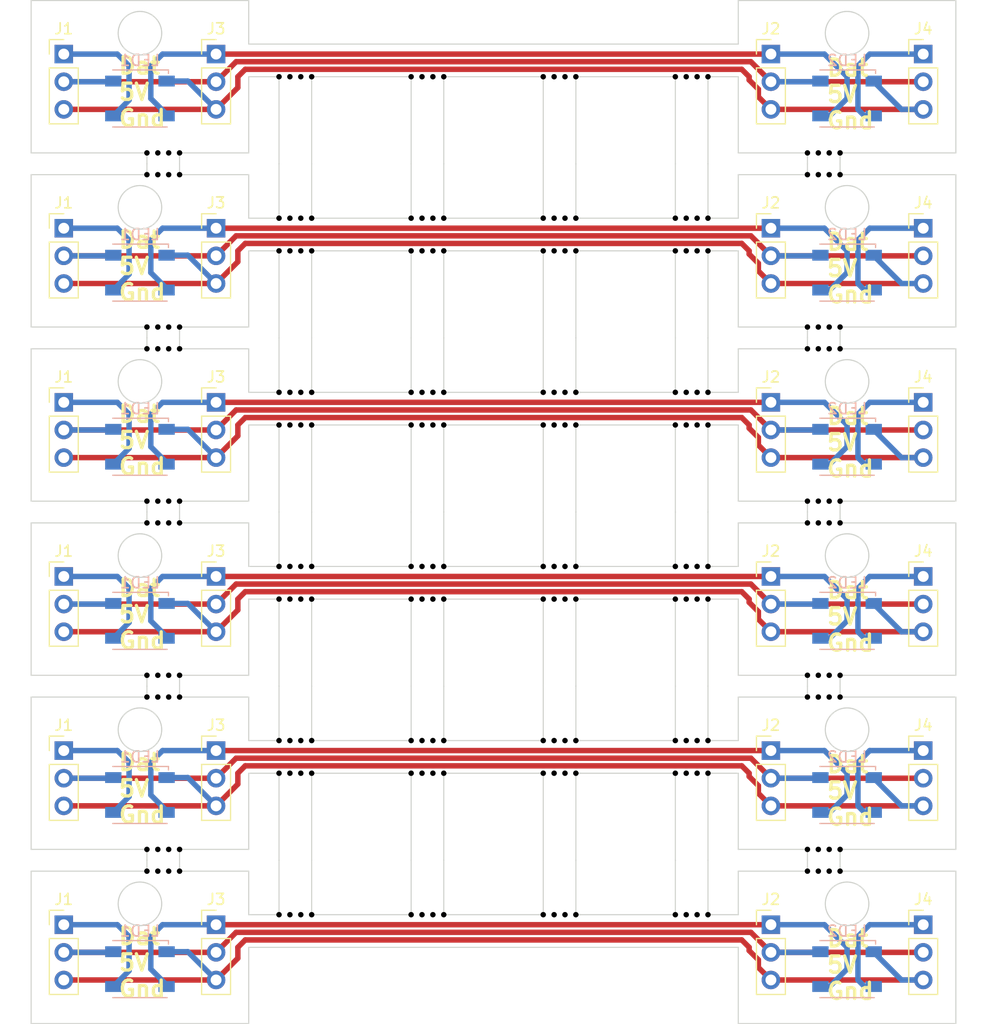
<source format=kicad_pcb>
(kicad_pcb (version 20221018) (generator pcbnew)
  (layers (0 "F.Cu" signal) (31 "B.Cu" signal) (34 "B.Paste" user) (35 "F.Paste" user) (36 "B.SilkS" user "B.Silkscreen") (37 "F.SilkS" user "F.Silkscreen") (38 "B.Mask" user) (39 "F.Mask" user) (44 "Edge.Cuts" user))
  (net 0 "")
  (net 1 "Board_0-+5V")
  (net 2 "Board_0-/A")
  (net 3 "Board_0-/B")
  (net 4 "Board_0-GND")
  (net 5 "Board_0-Net-(J1-Pin_1)")
  (net 6 "Board_1-+5V")
  (net 7 "Board_1-/A")
  (net 8 "Board_1-/B")
  (net 9 "Board_1-GND")
  (net 10 "Board_1-Net-(J1-Pin_1)")
  (net 11 "Board_2-+5V")
  (net 12 "Board_2-/A")
  (net 13 "Board_2-/B")
  (net 14 "Board_2-GND")
  (net 15 "Board_2-Net-(J1-Pin_1)")
  (net 16 "Board_3-+5V")
  (net 17 "Board_3-/A")
  (net 18 "Board_3-/B")
  (net 19 "Board_3-GND")
  (net 20 "Board_3-Net-(J1-Pin_1)")
  (net 21 "Board_4-+5V")
  (net 22 "Board_4-/A")
  (net 23 "Board_4-/B")
  (net 24 "Board_4-GND")
  (net 25 "Board_4-Net-(J1-Pin_1)")
  (net 26 "Board_5-+5V")
  (net 27 "Board_5-/A")
  (net 28 "Board_5-/B")
  (net 29 "Board_5-GND")
  (net 30 "Board_5-Net-(J1-Pin_1)")
  (footprint "NPTH" (layer "F.Cu") (at 154.071428 59)
    (fp_text reference "KiKit_MB_28_3" hide)
    (fp_text value "NPTH" hide)
  )
  (footprint "NPTH" (layer "F.Cu") (at 177.357142 100)
    (fp_text reference "KiKit_MB_60_1" hide)
    (fp_text value "NPTH" hide)
  )
  (footprint "NPTH" (layer "F.Cu") (at 140.928572 40)
    (fp_text reference "KiKit_MB_9_1" hide)
    (fp_text value "NPTH" hide)
  )
  (footprint "NPTH" (layer "F.Cu") (at 177.357142 34)
    (fp_text reference "KiKit_MB_6_4" hide)
    (fp_text value "NPTH" hide)
  )
  (footprint "NPTH" (layer "F.Cu") (at 167.214285 40)
    (fp_text reference "KiKit_MB_11_3" hide)
    (fp_text value "NPTH" hide)
  )
  (footprint "NPTH" (layer "F.Cu") (at 130.785715 91)
    (fp_text reference "KiKit_MB_50_2" hide)
    (fp_text value "NPTH" hide)
  )
  (footprint "NPTH" (layer "F.Cu") (at 165.214285 75)
    (fp_text reference "KiKit_MB_41_4" hide)
    (fp_text value "NPTH" hide)
  )
  (footprint "NPTH" (layer "F.Cu") (at 119.642858 84)
    (fp_text reference "KiKit_MB_43_4" hide)
    (fp_text value "NPTH" hide)
  )
  (footprint "NPTH" (layer "F.Cu") (at 117.642858 52)
    (fp_text reference "KiKit_MB_19_2" hide)
    (fp_text value "NPTH" hide)
  )
  (footprint "NPTH" (layer "F.Cu") (at 131.785715 104)
    (fp_text reference "KiKit_MB_56_4" hide)
    (fp_text value "NPTH" hide)
  )
  (footprint "NPTH" (layer "F.Cu") (at 140.928572 56)
    (fp_text reference "KiKit_MB_21_1" hide)
    (fp_text value "NPTH" hide)
  )
  (footprint "NPTH" (layer "F.Cu") (at 119.642858 52)
    (fp_text reference "KiKit_MB_19_4" hide)
    (fp_text value "NPTH" hide)
  )
  (footprint "NPTH" (layer "F.Cu") (at 131.785715 56)
    (fp_text reference "KiKit_MB_20_4" hide)
    (fp_text value "NPTH" hide)
  )
  (footprint "NPTH" (layer "F.Cu") (at 177.357142 82)
    (fp_text reference "KiKit_MB_42_4" hide)
    (fp_text value "NPTH" hide)
  )
  (footprint "NPTH" (layer "F.Cu") (at 180.357142 36)
    (fp_text reference "KiKit_MB_12_4" hide)
    (fp_text value "NPTH" hide)
  )
  (footprint "Connector_PinHeader_2.54mm:PinHeader_1x03_P2.54mm_Vertical" (layer "F.Cu") (at 109 104.92)
    (fp_text reference "J1")
    (fp_text value "LED Strip Conn")
  )
  (footprint "Connector_PinHeader_2.54mm:PinHeader_1x03_P2.54mm_Vertical" (layer "F.Cu") (at 123 40.92)
    (fp_text reference "J3")
    (fp_text value "LED Strip Conn")
  )
  (footprint "Connector_PinHeader_2.54mm:PinHeader_1x03_P2.54mm_Vertical" (layer "F.Cu") (at 188 104.92)
    (fp_text reference "J4")
    (fp_text value "Conn_01x03_Socket")
  )
  (footprint "NPTH" (layer "F.Cu") (at 131.785715 43)
    (fp_text reference "KiKit_MB_14_1" hide)
    (fp_text value "NPTH" hide)
  )
  (footprint "NPTH" (layer "F.Cu") (at 141.928572 40)
    (fp_text reference "KiKit_MB_9_2" hide)
    (fp_text value "NPTH" hide)
  )
  (footprint "NPTH" (layer "F.Cu") (at 165.214285 72)
    (fp_text reference "KiKit_MB_35_1" hide)
    (fp_text value "NPTH" hide)
  )
  (footprint "Connector_PinHeader_2.54mm:PinHeader_1x03_P2.54mm_Vertical" (layer "F.Cu") (at 109 56.92)
    (fp_text reference "J1")
    (fp_text value "LED Strip Conn")
  )
  (footprint "NPTH" (layer "F.Cu") (at 166.214285 43)
    (fp_text reference "KiKit_MB_17_3" hide)
    (fp_text value "NPTH" hide)
  )
  (footprint "NPTH" (layer "F.Cu") (at 179.357142 82)
    (fp_text reference "KiKit_MB_42_2" hide)
    (fp_text value "NPTH" hide)
  )
  (footprint "NPTH" (layer "F.Cu") (at 168.214285 27)
    (fp_text reference "KiKit_MB_5_1" hide)
    (fp_text value "NPTH" hide)
  )
  (footprint "Connector_PinHeader_2.54mm:PinHeader_1x03_P2.54mm_Vertical" (layer "F.Cu") (at 188 24.92)
    (fp_text reference "J4")
    (fp_text value "Conn_01x03_Socket")
  )
  (footprint "NPTH" (layer "F.Cu") (at 129.785715 88)
    (fp_text reference "KiKit_MB_44_2" hide)
    (fp_text value "NPTH" hide)
  )
  (footprint "NPTH" (layer "F.Cu") (at 131.785715 88)
    (fp_text reference "KiKit_MB_44_4" hide)
    (fp_text value "NPTH" hide)
  )
  (footprint "Connector_PinHeader_2.54mm:PinHeader_1x03_P2.54mm_Vertical" (layer "F.Cu") (at 123 56.92)
    (fp_text reference "J3")
    (fp_text value "LED Strip Conn")
  )
  (footprint "NPTH" (layer "F.Cu") (at 128.785715 56)
    (fp_text reference "KiKit_MB_20_1" hide)
    (fp_text value "NPTH" hide)
  )
  (footprint "NPTH" (layer "F.Cu") (at 141.928572 59)
    (fp_text reference "KiKit_MB_27_3" hide)
    (fp_text value "NPTH" hide)
  )
  (footprint "NPTH" (layer "F.Cu") (at 165.214285 91)
    (fp_text reference "KiKit_MB_53_4" hide)
    (fp_text value "NPTH" hide)
  )
  (footprint "NPTH" (layer "F.Cu") (at 168.214285 104)
    (fp_text reference "KiKit_MB_59_4" hide)
    (fp_text value "NPTH" hide)
  )
  (footprint "NPTH" (layer "F.Cu") (at 141.928572 27)
    (fp_text reference "KiKit_MB_3_3" hide)
    (fp_text value "NPTH" hide)
  )
  (footprint "NPTH" (layer "F.Cu") (at 177.357142 66)
    (fp_text reference "KiKit_MB_30_4" hide)
    (fp_text value "NPTH" hide)
  )
  (footprint "NPTH" (layer "F.Cu") (at 168.214285 88)
    (fp_text reference "KiKit_MB_47_4" hide)
    (fp_text value "NPTH" hide)
  )
  (footprint "NPTH" (layer "F.Cu") (at 166.214285 91)
    (fp_text reference "KiKit_MB_53_3" hide)
    (fp_text value "NPTH" hide)
  )
  (footprint "NPTH" (layer "F.Cu") (at 156.071428 75)
    (fp_text reference "KiKit_MB_40_1" hide)
    (fp_text value "NPTH" hide)
  )
  (footprint "NPTH" (layer "F.Cu") (at 119.642858 100)
    (fp_text reference "KiKit_MB_55_4" hide)
    (fp_text value "NPTH" hide)
  )
  (footprint "NPTH" (layer "F.Cu") (at 177.357142 36)
    (fp_text reference "KiKit_MB_12_1" hide)
    (fp_text value "NPTH" hide)
  )
  (footprint "NPTH" (layer "F.Cu") (at 180.357142 98)
    (fp_text reference "KiKit_MB_54_1" hide)
    (fp_text value "NPTH" hide)
  )
  (footprint "NPTH" (layer "F.Cu") (at 142.928572 88)
    (fp_text reference "KiKit_MB_45_3" hide)
    (fp_text value "NPTH" hide)
  )
  (footprint "NPTH" (layer "F.Cu") (at 119.642858 98)
    (fp_text reference "KiKit_MB_49_1" hide)
    (fp_text value "NPTH" hide)
  )
  (footprint "NPTH" (layer "F.Cu") (at 116.642858 34)
    (fp_text reference "KiKit_MB_1_4" hide)
    (fp_text value "NPTH" hide)
  )
  (footprint "NPTH" (layer "F.Cu") (at 168.214285 91)
    (fp_text reference "KiKit_MB_53_1" hide)
    (fp_text value "NPTH" hide)
  )
  (footprint "NPTH" (layer "F.Cu") (at 178.357142 68)
    (fp_text reference "KiKit_MB_36_2" hide)
    (fp_text value "NPTH" hide)
  )
  (footprint "Connector_PinHeader_2.54mm:PinHeader_1x03_P2.54mm_Vertical" (layer "F.Cu") (at 174 88.92)
    (fp_text reference "J2")
    (fp_text value "Conn_01x03_Socket")
  )
  (footprint "NPTH" (layer "F.Cu") (at 143.928572 27)
    (fp_text reference "KiKit_MB_3_1" hide)
    (fp_text value "NPTH" hide)
  )
  (footprint "NPTH" (layer "F.Cu") (at 156.071428 88)
    (fp_text reference "KiKit_MB_46_4" hide)
    (fp_text value "NPTH" hide)
  )
  (footprint "NPTH" (layer "F.Cu") (at 153.071428 72)
    (fp_text reference "KiKit_MB_34_1" hide)
    (fp_text value "NPTH" hide)
  )
  (footprint "NPTH" (layer "F.Cu") (at 177.357142 50)
    (fp_text reference "KiKit_MB_18_4" hide)
    (fp_text value "NPTH" hide)
  )
  (footprint "NPTH" (layer "F.Cu") (at 153.071428 43)
    (fp_text reference "KiKit_MB_16_4" hide)
    (fp_text value "NPTH" hide)
  )
  (footprint "NPTH" (layer "F.Cu") (at 178.357142 100)
    (fp_text reference "KiKit_MB_60_2" hide)
    (fp_text value "NPTH" hide)
  )
  (footprint "NPTH" (layer "F.Cu") (at 180.357142 68)
    (fp_text reference "KiKit_MB_36_4" hide)
    (fp_text value "NPTH" hide)
  )
  (footprint "NPTH" (layer "F.Cu") (at 179.357142 66)
    (fp_text reference "KiKit_MB_30_2" hide)
    (fp_text value "NPTH" hide)
  )
  (footprint "NPTH" (layer "F.Cu") (at 165.214285 56)
    (fp_text reference "KiKit_MB_23_1" hide)
    (fp_text value "NPTH" hide)
  )
  (footprint "NPTH" (layer "F.Cu") (at 118.642858 84)
    (fp_text reference "KiKit_MB_43_3" hide)
    (fp_text value "NPTH" hide)
  )
  (footprint "NPTH" (layer "F.Cu") (at 155.071428 91)
    (fp_text reference "KiKit_MB_52_2" hide)
    (fp_text value "NPTH" hide)
  )
  (footprint "NPTH" (layer "F.Cu") (at 167.214285 88)
    (fp_text reference "KiKit_MB_47_3" hide)
    (fp_text value "NPTH" hide)
  )
  (footprint "NPTH" (layer "F.Cu") (at 131.785715 91)
    (fp_text reference "KiKit_MB_50_1" hide)
    (fp_text value "NPTH" hide)
  )
  (footprint "NPTH" (layer "F.Cu") (at 143.928572 88)
    (fp_text reference "KiKit_MB_45_4" hide)
    (fp_text value "NPTH" hide)
  )
  (footprint "NPTH" (layer "F.Cu") (at 116.642858 98)
    (fp_text reference "KiKit_MB_49_4" hide)
    (fp_text value "NPTH" hide)
  )
  (footprint "NPTH" (layer "F.Cu") (at 130.785715 104)
    (fp_text reference "KiKit_MB_56_3" hide)
    (fp_text value "NPTH" hide)
  )
  (footprint "NPTH" (layer "F.Cu") (at 118.642858 66)
    (fp_text reference "KiKit_MB_25_2" hide)
    (fp_text value "NPTH" hide)
  )
  (footprint "NPTH" (layer "F.Cu") (at 142.928572 43)
    (fp_text reference "KiKit_MB_15_2" hide)
    (fp_text value "NPTH" hide)
  )
  (footprint "NPTH" (layer "F.Cu") (at 140.928572 27)
    (fp_text reference "KiKit_MB_3_4" hide)
    (fp_text value "NPTH" hide)
  )
  (footprint "NPTH" (layer "F.Cu") (at 131.785715 59)
    (fp_text reference "KiKit_MB_26_1" hide)
    (fp_text value "NPTH" hide)
  )
  (footprint "Connector_PinHeader_2.54mm:PinHeader_1x03_P2.54mm_Vertical" (layer "F.Cu") (at 174 104.92)
    (fp_text reference "J2")
    (fp_text value "Conn_01x03_Socket")
  )
  (footprint "NPTH" (layer "F.Cu") (at 166.214285 72)
    (fp_text reference "KiKit_MB_35_2" hide)
    (fp_text value "NPTH" hide)
  )
  (footprint "Connector_PinHeader_2.54mm:PinHeader_1x03_P2.54mm_Vertical" (layer "F.Cu") (at 188 40.92)
    (fp_text reference "J4")
    (fp_text value "Conn_01x03_Socket")
  )
  (footprint "NPTH" (layer "F.Cu") (at 142.928572 56)
    (fp_text reference "KiKit_MB_21_3" hide)
    (fp_text value "NPTH" hide)
  )
  (footprint "NPTH" (layer "F.Cu") (at 167.214285 59)
    (fp_text reference "KiKit_MB_29_2" hide)
    (fp_text value "NPTH" hide)
  )
  (footprint "NPTH" (layer "F.Cu") (at 130.785715 56)
    (fp_text reference "KiKit_MB_20_3" hide)
    (fp_text value "NPTH" hide)
  )
  (footprint "NPTH" (layer "F.Cu") (at 155.071428 56)
    (fp_text reference "KiKit_MB_22_3" hide)
    (fp_text value "NPTH" hide)
  )
  (footprint "NPTH" (layer "F.Cu") (at 143.928572 104)
    (fp_text reference "KiKit_MB_57_4" hide)
    (fp_text value "NPTH" hide)
  )
  (footprint "NPTH" (layer "F.Cu") (at 128.785715 43)
    (fp_text reference "KiKit_MB_14_4" hide)
    (fp_text value "NPTH" hide)
  )
  (footprint "NPTH" (layer "F.Cu") (at 166.214285 59)
    (fp_text reference "KiKit_MB_29_3" hide)
    (fp_text value "NPTH" hide)
  )
  (footprint "Connector_PinHeader_2.54mm:PinHeader_1x03_P2.54mm_Vertical" (layer "F.Cu") (at 109 40.92)
    (fp_text reference "J1")
    (fp_text value "LED Strip Conn")
  )
  (footprint "NPTH" (layer "F.Cu") (at 154.071428 75)
    (fp_text reference "KiKit_MB_40_3" hide)
    (fp_text value "NPTH" hide)
  )
  (footprint "NPTH" (layer "F.Cu") (at 166.214285 40)
    (fp_text reference "KiKit_MB_11_2" hide)
    (fp_text value "NPTH" hide)
  )
  (footprint "NPTH" (layer "F.Cu") (at 154.071428 43)
    (fp_text reference "KiKit_MB_16_3" hide)
    (fp_text value "NPTH" hide)
  )
  (footprint "NPTH" (layer "F.Cu") (at 118.642858 82)
    (fp_text reference "KiKit_MB_37_2" hide)
    (fp_text value "NPTH" hide)
  )
  (footprint "NPTH" (layer "F.Cu") (at 153.071428 104)
    (fp_text reference "KiKit_MB_58_1" hide)
    (fp_text value "NPTH" hide)
  )
  (footprint "NPTH" (layer "F.Cu") (at 168.214285 43)
    (fp_text reference "KiKit_MB_17_1" hide)
    (fp_text value "NPTH" hide)
  )
  (footprint "NPTH" (layer "F.Cu") (at 119.642858 36)
    (fp_text reference "KiKit_MB_7_4" hide)
    (fp_text value "NPTH" hide)
  )
  (footprint "NPTH" (layer "F.Cu") (at 116.642858 66)
    (fp_text reference "KiKit_MB_25_4" hide)
    (fp_text value "NPTH" hide)
  )
  (footprint "NPTH" (layer "F.Cu") (at 156.071428 59)
    (fp_text reference "KiKit_MB_28_1" hide)
    (fp_text value "NPTH" hide)
  )
  (footprint "NPTH" (layer "F.Cu") (at 154.071428 91)
    (fp_text reference "KiKit_MB_52_3" hide)
    (fp_text value "NPTH" hide)
  )
  (footprint "NPTH" (layer "F.Cu") (at 165.214285 27)
    (fp_text reference "KiKit_MB_5_4" hide)
    (fp_text value "NPTH" hide)
  )
  (footprint "NPTH" (layer "F.Cu") (at 141.928572 91)
    (fp_text reference "KiKit_MB_51_3" hide)
    (fp_text value "NPTH" hide)
  )
  (footprint "Connector_PinHeader_2.54mm:PinHeader_1x03_P2.54mm_Vertical" (layer "F.Cu") (at 188 72.92)
    (fp_text reference "J4")
    (fp_text value "Conn_01x03_Socket")
  )
  (footprint "NPTH" (layer "F.Cu") (at 156.071428 27)
    (fp_text reference "KiKit_MB_4_1" hide)
    (fp_text value "NPTH" hide)
  )
  (footprint "NPTH" (layer "F.Cu") (at 177.357142 98)
    (fp_text reference "KiKit_MB_54_4" hide)
    (fp_text value "NPTH" hide)
  )
  (footprint "NPTH" (layer "F.Cu") (at 119.642858 50)
    (fp_text reference "KiKit_MB_13_1" hide)
    (fp_text value "NPTH" hide)
  )
  (footprint "NPTH" (layer "F.Cu") (at 142.928572 72)
    (fp_text reference "KiKit_MB_33_3" hide)
    (fp_text value "NPTH" hide)
  )
  (footprint "NPTH" (layer "F.Cu") (at 116.642858 84)
    (fp_text reference "KiKit_MB_43_1" hide)
    (fp_text value "NPTH" hide)
  )
  (footprint "NPTH" (layer "F.Cu") (at 117.642858 98)
    (fp_text reference "KiKit_MB_49_3" hide)
    (fp_text value "NPTH" hide)
  )
  (footprint "NPTH" (layer "F.Cu") (at 166.214285 104)
    (fp_text reference "KiKit_MB_59_2" hide)
    (fp_text value "NPTH" hide)
  )
  (footprint "NPTH" (layer "F.Cu") (at 130.785715 88)
    (fp_text reference "KiKit_MB_44_3" hide)
    (fp_text value "NPTH" hide)
  )
  (footprint "NPTH" (layer "F.Cu") (at 128.785715 59)
    (fp_text reference "KiKit_MB_26_4" hide)
    (fp_text value "NPTH" hide)
  )
  (footprint "NPTH" (layer "F.Cu") (at 117.642858 36)
    (fp_text reference "KiKit_MB_7_2" hide)
    (fp_text value "NPTH" hide)
  )
  (footprint "NPTH" (layer "F.Cu") (at 116.642858 82)
    (fp_text reference "KiKit_MB_37_4" hide)
    (fp_text value "NPTH" hide)
  )
  (footprint "NPTH" (layer "F.Cu") (at 129.785715 43)
    (fp_text reference "KiKit_MB_14_3" hide)
    (fp_text value "NPTH" hide)
  )
  (footprint "NPTH" (layer "F.Cu") (at 128.785715 75)
    (fp_text reference "KiKit_MB_38_4" hide)
    (fp_text value "NPTH" hide)
  )
  (footprint "NPTH" (layer "F.Cu") (at 155.071428 104)
    (fp_text reference "KiKit_MB_58_3" hide)
    (fp_text value "NPTH" hide)
  )
  (footprint "NPTH" (layer "F.Cu") (at 155.071428 27)
    (fp_text reference "KiKit_MB_4_2" hide)
    (fp_text value "NPTH" hide)
  )
  (footprint "Connector_PinHeader_2.54mm:PinHeader_1x03_P2.54mm_Vertical" (layer "F.Cu") (at 123 72.92)
    (fp_text reference "J3")
    (fp_text value "LED Strip Conn")
  )
  (footprint "NPTH" (layer "F.Cu") (at 143.928572 59)
    (fp_text reference "KiKit_MB_27_1" hide)
    (fp_text value "NPTH" hide)
  )
  (footprint "Connector_PinHeader_2.54mm:PinHeader_1x03_P2.54mm_Vertical" (layer "F.Cu") (at 109 88.92)
    (fp_text reference "J1")
    (fp_text value "LED Strip Conn")
  )
  (footprint "NPTH" (layer "F.Cu") (at 153.071428 27)
    (fp_text reference "KiKit_MB_4_4" hide)
    (fp_text value "NPTH" hide)
  )
  (footprint "NPTH" (layer "F.Cu") (at 142.928572 40)
    (fp_text reference "KiKit_MB_9_3" hide)
    (fp_text value "NPTH" hide)
  )
  (footprint "NPTH" (layer "F.Cu") (at 167.214285 56)
    (fp_text reference "KiKit_MB_23_3" hide)
    (fp_text value "NPTH" hide)
  )
  (footprint "NPTH" (layer "F.Cu") (at 153.071428 91)
    (fp_text reference "KiKit_MB_52_4" hide)
    (fp_text value "NPTH" hide)
  )
  (footprint "NPTH" (layer "F.Cu") (at 140.928572 104)
    (fp_text reference "KiKit_MB_57_1" hide)
    (fp_text value "NPTH" hide)
  )
  (footprint "Connector_PinHeader_2.54mm:PinHeader_1x03_P2.54mm_Vertical" (layer "F.Cu") (at 174 72.92)
    (fp_text reference "J2")
    (fp_text value "Conn_01x03_Socket")
  )
  (footprint "Connector_PinHeader_2.54mm:PinHeader_1x03_P2.54mm_Vertical" (layer "F.Cu") (at 123 88.92)
    (fp_text reference "J3")
    (fp_text value "LED Strip Conn")
  )
  (footprint "NPTH" (layer "F.Cu") (at 156.071428 91)
    (fp_text reference "KiKit_MB_52_1" hide)
    (fp_text value "NPTH" hide)
  )
  (footprint "NPTH" (layer "F.Cu") (at 178.357142 84)
    (fp_text reference "KiKit_MB_48_2" hide)
    (fp_text value "NPTH" hide)
  )
  (footprint "NPTH" (layer "F.Cu") (at 167.214285 91)
    (fp_text reference "KiKit_MB_53_2" hide)
    (fp_text value "NPTH" hide)
  )
  (footprint "NPTH" (layer "F.Cu") (at 180.357142 82)
    (fp_text reference "KiKit_MB_42_1" hide)
    (fp_text value "NPTH" hide)
  )
  (footprint "NPTH" (layer "F.Cu") (at 153.071428 59)
    (fp_text reference "KiKit_MB_28_4" hide)
    (fp_text value "NPTH" hide)
  )
  (footprint "NPTH" (layer "F.Cu") (at 130.785715 75)
    (fp_text reference "KiKit_MB_38_2" hide)
    (fp_text value "NPTH" hide)
  )
  (footprint "NPTH" (layer "F.Cu") (at 177.357142 68)
    (fp_text reference "KiKit_MB_36_1" hide)
    (fp_text value "NPTH" hide)
  )
  (footprint "NPTH" (layer "F.Cu") (at 155.071428 40)
    (fp_text reference "KiKit_MB_10_3" hide)
    (fp_text value "NPTH" hide)
  )
  (footprint "NPTH" (layer "F.Cu") (at 154.071428 27)
    (fp_text reference "KiKit_MB_4_3" hide)
    (fp_text value "NPTH" hide)
  )
  (footprint "NPTH" (layer "F.Cu") (at 141.928572 56)
    (fp_text reference "KiKit_MB_21_2" hide)
    (fp_text value "NPTH" hide)
  )
  (footprint "NPTH" (layer "F.Cu") (at 129.785715 56)
    (fp_text reference "KiKit_MB_20_2" hide)
    (fp_text value "NPTH" hide)
  )
  (footprint "NPTH" (layer "F.Cu") (at 166.214285 75)
    (fp_text reference "KiKit_MB_41_3" hide)
    (fp_text value "NPTH" hide)
  )
  (footprint "NPTH" (layer "F.Cu") (at 140.928572 72)
    (fp_text reference "KiKit_MB_33_1" hide)
    (fp_text value "NPTH" hide)
  )
  (footprint "NPTH" (layer "F.Cu") (at 156.071428 40)
    (fp_text reference "KiKit_MB_10_4" hide)
    (fp_text value "NPTH" hide)
  )
  (footprint "NPTH" (layer "F.Cu") (at 178.357142 50)
    (fp_text reference "KiKit_MB_18_3" hide)
    (fp_text value "NPTH" hide)
  )
  (footprint "NPTH" (layer "F.Cu") (at 178.357142 98)
    (fp_text reference "KiKit_MB_54_3" hide)
    (fp_text value "NPTH" hide)
  )
  (footprint "NPTH" (layer "F.Cu") (at 153.071428 75)
    (fp_text reference "KiKit_MB_40_4" hide)
    (fp_text value "NPTH" hide)
  )
  (footprint "NPTH" (layer "F.Cu") (at 117.642858 100)
    (fp_text reference "KiKit_MB_55_2" hide)
    (fp_text value "NPTH" hide)
  )
  (footprint "NPTH" (layer "F.Cu") (at 117.642858 84)
    (fp_text reference "KiKit_MB_43_2" hide)
    (fp_text value "NPTH" hide)
  )
  (footprint "NPTH" (layer "F.Cu") (at 141.928572 43)
    (fp_text reference "KiKit_MB_15_3" hide)
    (fp_text value "NPTH" hide)
  )
  (footprint "NPTH" (layer "F.Cu") (at 153.071428 88)
    (fp_text reference "KiKit_MB_46_1" hide)
    (fp_text value "NPTH" hide)
  )
  (footprint "NPTH" (layer "F.Cu") (at 167.214285 104)
    (fp_text reference "KiKit_MB_59_3" hide)
    (fp_text value "NPTH" hide)
  )
  (footprint "NPTH" (layer "F.Cu") (at 153.071428 56)
    (fp_text reference "KiKit_MB_22_1" hide)
    (fp_text value "NPTH" hide)
  )
  (footprint "NPTH" (layer "F.Cu") (at 142.928572 27)
    (fp_text reference "KiKit_MB_3_2" hide)
    (fp_text value "NPTH" hide)
  )
  (footprint "NPTH" (layer "F.Cu") (at 179.357142 98)
    (fp_text reference "KiKit_MB_54_2" hide)
    (fp_text value "NPTH" hide)
  )
  (footprint "NPTH" (layer "F.Cu") (at 128.785715 88)
    (fp_text reference "KiKit_MB_44_1" hide)
    (fp_text value "NPTH" hide)
  )
  (footprint "Connector_PinHeader_2.54mm:PinHeader_1x03_P2.54mm_Vertical" (layer "F.Cu") (at 123 104.92)
    (fp_text reference "J3")
    (fp_text value "LED Strip Conn")
  )
  (footprint "Connector_PinHeader_2.54mm:PinHeader_1x03_P2.54mm_Vertical" (layer "F.Cu") (at 188 88.92)
    (fp_text reference "J4")
    (fp_text value "Conn_01x03_Socket")
  )
  (footprint "Connector_PinHeader_2.54mm:PinHeader_1x03_P2.54mm_Vertical" (layer "F.Cu") (at 174 56.92)
    (fp_text reference "J2")
    (fp_text value "Conn_01x03_Socket")
  )
  (footprint "NPTH" (layer "F.Cu") (at 180.357142 84)
    (fp_text reference "KiKit_MB_48_4" hide)
    (fp_text value "NPTH" hide)
  )
  (footprint "NPTH" (layer "F.Cu") (at 131.785715 40)
    (fp_text reference "KiKit_MB_8_4" hide)
    (fp_text value "NPTH" hide)
  )
  (footprint "NPTH" (layer "F.Cu") (at 118.642858 68)
    (fp_text reference "KiKit_MB_31_3" hide)
    (fp_text value "NPTH" hide)
  )
  (footprint "Connector_PinHeader_2.54mm:PinHeader_1x03_P2.54mm_Vertical" (layer "F.Cu") (at 174 40.92)
    (fp_text reference "J2")
    (fp_text value "Conn_01x03_Socket")
  )
  (footprint "NPTH" (layer "F.Cu") (at 179.357142 50)
    (fp_text reference "KiKit_MB_18_2" hide)
    (fp_text value "NPTH" hide)
  )
  (footprint "NPTH" (layer "F.Cu") (at 118.642858 34)
    (fp_text reference "KiKit_MB_1_2" hide)
    (fp_text value "NPTH" hide)
  )
  (footprint "NPTH" (layer "F.Cu") (at 128.785715 27)
    (fp_text reference "KiKit_MB_2_4" hide)
    (fp_text value "NPTH" hide)
  )
  (footprint "NPTH" (layer "F.Cu") (at 117.642858 82)
    (fp_text reference "KiKit_MB_37_3" hide)
    (fp_text value "NPTH" hide)
  )
  (footprint "NPTH" (layer "F.Cu") (at 154.071428 72)
    (fp_text reference "KiKit_MB_34_2" hide)
    (fp_text value "NPTH" hide)
  )
  (footprint "NPTH" (layer "F.Cu") (at 119.642858 82)
    (fp_text reference "KiKit_MB_37_1" hide)
    (fp_text value "NPTH" hide)
  )
  (footprint "NPTH" (layer "F.Cu") (at 119.642858 68)
    (fp_text reference "KiKit_MB_31_4" hide)
    (fp_text value "NPTH" hide)
  )
  (footprint "NPTH" (layer "F.Cu") (at 178.357142 66)
    (fp_text reference "KiKit_MB_30_3" hide)
    (fp_text value "NPTH" hide)
  )
  (footprint "NPTH" (layer "F.Cu") (at 166.214285 56)
    (fp_text reference "KiKit_MB_23_2" hide)
    (fp_text value "NPTH" hide)
  )
  (footprint "NPTH" (layer "F.Cu") (at 117.642858 50)
    (fp_text reference "KiKit_MB_13_3" hide)
    (fp_text value "NPTH" hide)
  )
  (footprint "NPTH" (layer "F.Cu") (at 129.785715 40)
    (fp_text reference "KiKit_MB_8_2" hide)
    (fp_text value "NPTH" hide)
  )
  (footprint "NPTH" (layer "F.Cu") (at 179.357142 52)
    (fp_text reference "KiKit_MB_24_3" hide)
    (fp_text value "NPTH" hide)
  )
  (footprint "NPTH" (layer "F.Cu") (at 179.357142 34)
    (fp_text reference "KiKit_MB_6_2" hide)
    (fp_text value "NPTH" hide)
  )
  (footprint "NPTH" (layer "F.Cu") (at 129.785715 59)
    (fp_text reference "KiKit_MB_26_3" hide)
    (fp_text value "NPTH" hide)
  )
  (footprint "NPTH" (layer "F.Cu") (at 177.357142 84)
    (fp_text reference "KiKit_MB_48_1" hide)
    (fp_text value "NPTH" hide)
  )
  (footprint "NPTH" (layer "F.Cu") (at 142.928572 75)
    (fp_text reference "KiKit_MB_39_2" hide)
    (fp_text value "NPTH" hide)
  )
  (footprint "NPTH" (layer "F.Cu") (at 140.928572 75)
    (fp_text reference "KiKit_MB_39_4" hide)
    (fp_text value "NPTH" hide)
  )
  (footprint "NPTH" (layer "F.Cu") (at 116.642858 36)
    (fp_text reference "KiKit_MB_7_1" hide)
    (fp_text value "NPTH" hide)
  )
  (footprint "NPTH" (layer "F.Cu") (at 143.928572 40)
    (fp_text reference "KiKit_MB_9_4" hide)
    (fp_text value "NPTH" hide)
  )
  (footprint "NPTH" (layer "F.Cu") (at 156.071428 56)
    (fp_text reference "KiKit_MB_22_4" hide)
    (fp_text value "NPTH" hide)
  )
  (footprint "Connector_PinHeader_2.54mm:PinHeader_1x03_P2.54mm_Vertical" (layer "F.Cu") (at 123 24.92)
    (fp_text reference "J3")
    (fp_text value "LED Strip Conn")
  )
  (footprint "NPTH" (layer "F.Cu") (at 143.928572 72)
    (fp_text reference "KiKit_MB_33_4" hide)
    (fp_text value "NPTH" hide)
  )
  (footprint "NPTH" (layer "F.Cu") (at 130.785715 40)
    (fp_text reference "KiKit_MB_8_3" hide)
    (fp_text value "NPTH" hide)
  )
  (footprint "NPTH" (layer "F.Cu") (at 143.928572 91)
    (fp_text reference "KiKit_MB_51_1" hide)
    (fp_text value "NPTH" hide)
  )
  (footprint "NPTH" (layer "F.Cu") (at 116.642858 100)
    (fp_text reference "KiKit_MB_55_1" hide)
    (fp_text value "NPTH" hide)
  )
  (footprint "NPTH" (layer "F.Cu") (at 155.071428 43)
    (fp_text reference "KiKit_MB_16_2" hide)
    (fp_text value "NPTH" hide)
  )
  (footprint "NPTH" (layer "F.Cu") (at 180.357142 100)
    (fp_text reference "KiKit_MB_60_4" hide)
    (fp_text value "NPTH" hide)
  )
  (footprint "NPTH" (layer "F.Cu") (at 154.071428 104)
    (fp_text reference "KiKit_MB_58_2" hide)
    (fp_text value "NPTH" hide)
  )
  (footprint "NPTH" (layer "F.Cu") (at 168.214285 72)
    (fp_text reference "KiKit_MB_35_4" hide)
    (fp_text value "NPTH" hide)
  )
  (footprint "NPTH" (layer "F.Cu") (at 141.928572 104)
    (fp_text reference "KiKit_MB_57_2" hide)
    (fp_text value "NPTH" hide)
  )
  (footprint "NPTH" (layer "F.Cu") (at 118.642858 100)
    (fp_text reference "KiKit_MB_55_3" hide)
    (fp_text value "NPTH" hide)
  )
  (footprint "NPTH" (layer "F.Cu") (at 168.214285 59)
    (fp_text reference "KiKit_MB_29_1" hide)
    (fp_text value "NPTH" hide)
  )
  (footprint "NPTH" (layer "F.Cu") (at 128.785715 40)
    (fp_text reference "KiKit_MB_8_1" hide)
    (fp_text value "NPTH" hide)
  )
  (footprint "NPTH" (layer "F.Cu") (at 178.357142 36)
    (fp_text reference "KiKit_MB_12_2" hide)
    (fp_text value "NPTH" hide)
  )
  (footprint "NPTH" (layer "F.Cu") (at 116.642858 52)
    (fp_text reference "KiKit_MB_19_1" hide)
    (fp_text value "NPTH" hide)
  )
  (footprint "NPTH" (layer "F.Cu") (at 178.357142 82)
    (fp_text reference "KiKit_MB_42_3" hide)
    (fp_text value "NPTH" hide)
  )
  (footprint "NPTH" (layer "F.Cu") (at 140.928572 43)
    (fp_text reference "KiKit_MB_15_4" hide)
    (fp_text value "NPTH" hide)
  )
  (footprint "NPTH" (layer "F.Cu") (at 128.785715 104)
    (fp_text reference "KiKit_MB_56_1" hide)
    (fp_text value "NPTH" hide)
  )
  (footprint "NPTH" (layer "F.Cu") (at 156.071428 43)
    (fp_text reference "KiKit_MB_16_1" hide)
    (fp_text value "NPTH" hide)
  )
  (footprint "NPTH" (layer "F.Cu") (at 156.071428 104)
    (fp_text reference "KiKit_MB_58_4" hide)
    (fp_text value "NPTH" hide)
  )
  (footprint "NPTH" (layer "F.Cu") (at 168.214285 56)
    (fp_text reference "KiKit_MB_23_4" hide)
    (fp_text value "NPTH" hide)
  )
  (footprint "NPTH" (layer "F.Cu") (at 165.214285 43)
    (fp_text reference "KiKit_MB_17_4" hide)
    (fp_text value "NPTH" hide)
  )
  (footprint "NPTH" (layer "F.Cu") (at 165.214285 88)
    (fp_text reference "KiKit_MB_47_1" hide)
    (fp_text value "NPTH" hide)
  )
  (footprint "NPTH" (layer "F.Cu") (at 140.928572 91)
    (fp_text reference "KiKit_MB_51_4" hide)
    (fp_text value "NPTH" hide)
  )
  (footprint "NPTH" (layer "F.Cu") (at 179.357142 100)
    (fp_text reference "KiKit_MB_60_3" hide)
    (fp_text value "NPTH" hide)
  )
  (footprint "NPTH" (layer "F.Cu") (at 117.642858 34)
    (fp_text reference "KiKit_MB_1_3" hide)
    (fp_text value "NPTH" hide)
  )
  (footprint "NPTH" (layer "F.Cu") (at 168.214285 75)
    (fp_text reference "KiKit_MB_41_1" hide)
    (fp_text value "NPTH" hide)
  )
  (footprint "NPTH" (layer "F.Cu") (at 142.928572 104)
    (fp_text reference "KiKit_MB_57_3" hide)
    (fp_text value "NPTH" hide)
  )
  (footprint "NPTH" (layer "F.Cu") (at 165.214285 59)
    (fp_text reference "KiKit_MB_29_4" hide)
    (fp_text value "NPTH" hide)
  )
  (footprint "NPTH" (layer "F.Cu") (at 141.928572 75)
    (fp_text reference "KiKit_MB_39_3" hide)
    (fp_text value "NPTH" hide)
  )
  (footprint "NPTH" (layer "F.Cu") (at 155.071428 72)
    (fp_text reference "KiKit_MB_34_3" hide)
    (fp_text value "NPTH" hide)
  )
  (footprint "NPTH" (layer "F.Cu") (at 180.357142 52)
    (fp_text reference "KiKit_MB_24_4" hide)
    (fp_text value "NPTH" hide)
  )
  (footprint "NPTH" (layer "F.Cu") (at 142.928572 91)
    (fp_text reference "KiKit_MB_51_2" hide)
    (fp_text value "NPTH" hide)
  )
  (footprint "NPTH" (layer "F.Cu") (at 116.642858 68)
    (fp_text reference "KiKit_MB_31_1" hide)
    (fp_text value "NPTH" hide)
  )
  (footprint "NPTH" (layer "F.Cu") (at 118.642858 36)
    (fp_text reference "KiKit_MB_7_3" hide)
    (fp_text value "NPTH" hide)
  )
  (footprint "NPTH" (layer "F.Cu") (at 177.357142 52)
    (fp_text reference "KiKit_MB_24_1" hide)
    (fp_text value "NPTH" hide)
  )
  (footprint "NPTH" (layer "F.Cu") (at 166.214285 88)
    (fp_text reference "KiKit_MB_47_2" hide)
    (fp_text value "NPTH" hide)
  )
  (footprint "NPTH" (layer "F.Cu") (at 178.357142 52)
    (fp_text reference "KiKit_MB_24_2" hide)
    (fp_text value "NPTH" hide)
  )
  (footprint "NPTH" (layer "F.Cu") (at 155.071428 88)
    (fp_text reference "KiKit_MB_46_3" hide)
    (fp_text value "NPTH" hide)
  )
  (footprint "NPTH" (layer "F.Cu") (at 179.357142 36)
    (fp_text reference "KiKit_MB_12_3" hide)
    (fp_text value "NPTH" hide)
  )
  (footprint "NPTH" (layer "F.Cu") (at 130.785715 27)
    (fp_text reference "KiKit_MB_2_2" hide)
    (fp_text value "NPTH" hide)
  )
  (footprint "NPTH" (layer "F.Cu") (at 118.642858 50)
    (fp_text reference "KiKit_MB_13_2" hide)
    (fp_text value "NPTH" hide)
  )
  (footprint "Connector_PinHeader_2.54mm:PinHeader_1x03_P2.54mm_Vertical" (layer "F.Cu") (at 109 24.92)
    (fp_text reference "J1")
    (fp_text value "LED Strip Conn")
  )
  (footprint "NPTH" (layer "F.Cu") (at 131.785715 75)
    (fp_text reference "KiKit_MB_38_1" hide)
    (fp_text value "NPTH" hide)
  )
  (footprint "NPTH" (layer "F.Cu") (at 166.214285 27)
    (fp_text reference "KiKit_MB_5_3" hide)
    (fp_text value "NPTH" hide)
  )
  (footprint "NPTH" (layer "F.Cu") (at 167.214285 75)
    (fp_text reference "KiKit_MB_41_2" hide)
    (fp_text value "NPTH" hide)
  )
  (footprint "NPTH" (layer "F.Cu") (at 154.071428 56)
    (fp_text reference "KiKit_MB_22_2" hide)
    (fp_text value "NPTH" hide)
  )
  (footprint "NPTH" (layer "F.Cu") (at 143.928572 43)
    (fp_text reference "KiKit_MB_15_1" hide)
    (fp_text value "NPTH" hide)
  )
  (footprint "NPTH" (layer "F.Cu") (at 167.214285 27)
    (fp_text reference "KiKit_MB_5_2" hide)
    (fp_text value "NPTH" hide)
  )
  (footprint "NPTH" (layer "F.Cu") (at 129.785715 91)
    (fp_text reference "KiKit_MB_50_3" hide)
    (fp_text value "NPTH" hide)
  )
  (footprint "NPTH" (layer "F.Cu") (at 154.071428 40)
    (fp_text reference "KiKit_MB_10_2" hide)
    (fp_text value "NPTH" hide)
  )
  (footprint "NPTH" (layer "F.Cu") (at 130.785715 43)
    (fp_text reference "KiKit_MB_14_2" hide)
    (fp_text value "NPTH" hide)
  )
  (footprint "NPTH" (layer "F.Cu") (at 156.071428 72)
    (fp_text reference "KiKit_MB_34_4" hide)
    (fp_text value "NPTH" hide)
  )
  (footprint "NPTH" (layer "F.Cu") (at 129.785715 27)
    (fp_text reference "KiKit_MB_2_3" hide)
    (fp_text value "NPTH" hide)
  )
  (footprint "Connector_PinHeader_2.54mm:PinHeader_1x03_P2.54mm_Vertical" (layer "F.Cu") (at 188 56.92)
    (fp_text reference "J4")
    (fp_text value "Conn_01x03_Socket")
  )
  (footprint "NPTH" (layer "F.Cu") (at 153.071428 40)
    (fp_text reference "KiKit_MB_10_1" hide)
    (fp_text value "NPTH" hide)
  )
  (footprint "Connector_PinHeader_2.54mm:PinHeader_1x03_P2.54mm_Vertical" (layer "F.Cu") (at 109 72.92)
    (fp_text reference "J1")
    (fp_text value "LED Strip Conn")
  )
  (footprint "NPTH" (layer "F.Cu") (at 165.214285 40)
    (fp_text reference "KiKit_MB_11_1" hide)
    (fp_text value "NPTH" hide)
  )
  (footprint "NPTH" (layer "F.Cu") (at 118.642858 98)
    (fp_text reference "KiKit_MB_49_2" hide)
    (fp_text value "NPTH" hide)
  )
  (footprint "NPTH" (layer "F.Cu") (at 131.785715 27)
    (fp_text reference "KiKit_MB_2_1" hide)
    (fp_text value "NPTH" hide)
  )
  (footprint "NPTH" (layer "F.Cu") (at 168.214285 40)
    (fp_text reference "KiKit_MB_11_4" hide)
    (fp_text value "NPTH" hide)
  )
  (footprint "NPTH" (layer "F.Cu") (at 180.357142 34)
    (fp_text reference "KiKit_MB_6_1" hide)
    (fp_text value "NPTH" hide)
  )
  (footprint "NPTH" (layer "F.Cu") (at 131.785715 72)
    (fp_text reference "KiKit_MB_32_4" hide)
    (fp_text value "NPTH" hide)
  )
  (footprint "NPTH" (layer "F.Cu") (at 165.214285 104)
    (fp_text reference "KiKit_MB_59_1" hide)
    (fp_text value "NPTH" hide)
  )
  (footprint "NPTH" (layer "F.Cu") (at 154.071428 88)
    (fp_text reference "KiKit_MB_46_2" hide)
    (fp_text value "NPTH" hide)
  )
  (footprint "NPTH" (layer "F.Cu") (at 167.214285 43)
    (fp_text reference "KiKit_MB_17_2" hide)
    (fp_text value "NPTH" hide)
  )
  (footprint "NPTH" (layer "F.Cu") (at 180.357142 50)
    (fp_text reference "KiKit_MB_18_1" hide)
    (fp_text value "NPTH" hide)
  )
  (footprint "NPTH" (layer "F.Cu") (at 180.357142 66)
    (fp_text reference "KiKit_MB_30_1" hide)
    (fp_text value "NPTH" hide)
  )
  (footprint "NPTH" (layer "F.Cu") (at 155.071428 59)
    (fp_text reference "KiKit_MB_28_2" hide)
    (fp_text value "NPTH" hide)
  )
  (footprint "NPTH" (layer "F.Cu") (at 143.928572 75)
    (fp_text reference "KiKit_MB_39_1" hide)
    (fp_text value "NPTH" hide)
  )
  (footprint "NPTH" (layer "F.Cu") (at 129.785715 75)
    (fp_text reference "KiKit_MB_38_3" hide)
    (fp_text value "NPTH" hide)
  )
  (footprint "NPTH" (layer "F.Cu") (at 179.357142 84)
    (fp_text reference "KiKit_MB_48_3" hide)
    (fp_text value "NPTH" hide)
  )
  (footprint "NPTH" (layer "F.Cu") (at 143.928572 56)
    (fp_text reference "KiKit_MB_21_4" hide)
    (fp_text value "NPTH" hide)
  )
  (footprint "NPTH" (layer "F.Cu") (at 178.357142 34)
    (fp_text reference "KiKit_MB_6_3" hide)
    (fp_text value "NPTH" hide)
  )
  (footprint "Connector_PinHeader_2.54mm:PinHeader_1x03_P2.54mm_Vertical" (layer "F.Cu") (at 174 24.92)
    (fp_text reference "J2")
    (fp_text value "Conn_01x03_Socket")
  )
  (footprint "NPTH" (layer "F.Cu") (at 142.928572 59)
    (fp_text reference "KiKit_MB_27_2" hide)
    (fp_text value "NPTH" hide)
  )
  (footprint "NPTH" (layer "F.Cu") (at 119.642858 66)
    (fp_text reference "KiKit_MB_25_1" hide)
    (fp_text value "NPTH" hide)
  )
  (footprint "NPTH" (layer "F.Cu") (at 155.071428 75)
    (fp_text reference "KiKit_MB_40_2" hide)
    (fp_text value "NPTH" hide)
  )
  (footprint "NPTH" (layer "F.Cu") (at 140.928572 59)
    (fp_text reference "KiKit_MB_27_4" hide)
    (fp_text value "NPTH" hide)
  )
  (footprint "NPTH" (layer "F.Cu") (at 141.928572 88)
    (fp_text reference "KiKit_MB_45_2" hide)
    (fp_text value "NPTH" hide)
  )
  (footprint "NPTH" (layer "F.Cu") (at 116.642858 50)
    (fp_text reference "KiKit_MB_13_4" hide)
    (fp_text value "NPTH" hide)
  )
  (footprint "NPTH" (layer "F.Cu") (at 118.642858 52)
    (fp_text reference "KiKit_MB_19_3" hide)
    (fp_text value "NPTH" hide)
  )
  (footprint "NPTH" (layer "F.Cu") (at 128.785715 91)
    (fp_text reference "KiKit_MB_50_4" hide)
    (fp_text value "NPTH" hide)
  )
  (footprint "NPTH" (layer "F.Cu") (at 117.642858 66)
    (fp_text reference "KiKit_MB_25_3" hide)
    (fp_text value "NPTH" hide)
  )
  (footprint "NPTH" (layer "F.Cu") (at 167.214285 72)
    (fp_text reference "KiKit_MB_35_3" hide)
    (fp_text value "NPTH" hide)
  )
  (footprint "NPTH" (layer "F.Cu") (at 140.928572 88)
    (fp_text reference "KiKit_MB_45_1" hide)
    (fp_text value "NPTH" hide)
  )
  (footprint "NPTH" (layer "F.Cu") (at 129.785715 104)
    (fp_text reference "KiKit_MB_56_2" hide)
    (fp_text value "NPTH" hide)
  )
  (footprint "NPTH" (layer "F.Cu") (at 141.928572 72)
    (fp_text reference "KiKit_MB_33_2" hide)
    (fp_text value "NPTH" hide)
  )
  (footprint "NPTH" (layer "F.Cu") (at 129.785715 72)
    (fp_text reference "KiKit_MB_32_2" hide)
    (fp_text value "NPTH" hide)
  )
  (footprint "NPTH" (layer "F.Cu") (at 130.785715 59)
    (fp_text reference "KiKit_MB_26_2" hide)
    (fp_text value "NPTH" hide)
  )
  (footprint "NPTH" (layer "F.Cu") (at 130.785715 72)
    (fp_text reference "KiKit_MB_32_3" hide)
    (fp_text value "NPTH" hide)
  )
  (footprint "NPTH" (layer "F.Cu") (at 128.785715 72)
    (fp_text reference "KiKit_MB_32_1" hide)
    (fp_text value "NPTH" hide)
  )
  (footprint "NPTH" (layer "F.Cu") (at 117.642858 68)
    (fp_text reference "KiKit_MB_31_2" hide)
    (fp_text value "NPTH" hide)
  )
  (footprint "NPTH" (layer "F.Cu") (at 119.642858 34)
    (fp_text reference "KiKit_MB_1_1" hide)
    (fp_text value "NPTH" hide)
  )
  (footprint "NPTH" (layer "F.Cu") (at 179.357142 68)
    (fp_text reference "KiKit_MB_36_3" hide)
    (fp_text value "NPTH" hide)
  )
  (footprint "LED_SMD:LED_Inolux_IN-PI554FCH_PLCC4_5.0x5.0mm_P3.2mm" (layer "B.Cu") (at 116 93 180)
    (fp_text reference "LED1")
    (fp_text value "IN-PI55TATPRPGPB")
  )
  (footprint "LED_SMD:LED_Inolux_IN-PI554FCH_PLCC4_5.0x5.0mm_P3.2mm" (layer "B.Cu") (at 116 61 180)
    (fp_text reference "LED1")
    (fp_text value "IN-PI55TATPRPGPB")
  )
  (footprint "LED_SMD:LED_Inolux_IN-PI554FCH_PLCC4_5.0x5.0mm_P3.2mm" (layer "B.Cu") (at 116 109 180)
    (fp_text reference "LED1")
    (fp_text value "IN-PI55TATPRPGPB")
  )
  (footprint "LED_SMD:LED_Inolux_IN-PI554FCH_PLCC4_5.0x5.0mm_P3.2mm" (layer "B.Cu") (at 181 93 180)
    (fp_text reference "LED2")
    (fp_text value "IN-PI55TATPRPGPB")
  )
  (footprint "LED_SMD:LED_Inolux_IN-PI554FCH_PLCC4_5.0x5.0mm_P3.2mm" (layer "B.Cu") (at 181 77 180)
    (fp_text reference "LED2")
    (fp_text value "IN-PI55TATPRPGPB")
  )
  (footprint "LED_SMD:LED_Inolux_IN-PI554FCH_PLCC4_5.0x5.0mm_P3.2mm" (layer "B.Cu") (at 181 45 180)
    (fp_text reference "LED2")
    (fp_text value "IN-PI55TATPRPGPB")
  )
  (footprint "LED_SMD:LED_Inolux_IN-PI554FCH_PLCC4_5.0x5.0mm_P3.2mm" (layer "B.Cu") (at 181 109 180)
    (fp_text reference "LED2")
    (fp_text value "IN-PI55TATPRPGPB")
  )
  (footprint "LED_SMD:LED_Inolux_IN-PI554FCH_PLCC4_5.0x5.0mm_P3.2mm" (layer "B.Cu") (at 116 29 180)
    (fp_text reference "LED1")
    (fp_text value "IN-PI55TATPRPGPB")
  )
  (footprint "LED_SMD:LED_Inolux_IN-PI554FCH_PLCC4_5.0x5.0mm_P3.2mm" (layer "B.Cu") (at 116 45 180)
    (fp_text reference "LED1")
    (fp_text value "IN-PI55TATPRPGPB")
  )
  (footprint "LED_SMD:LED_Inolux_IN-PI554FCH_PLCC4_5.0x5.0mm_P3.2mm" (layer "B.Cu") (at 181 61 180)
    (fp_text reference "LED2")
    (fp_text value "IN-PI55TATPRPGPB")
  )
  (footprint "LED_SMD:LED_Inolux_IN-PI554FCH_PLCC4_5.0x5.0mm_P3.2mm" (layer "B.Cu") (at 116 77 180)
    (fp_text reference "LED1")
    (fp_text value "IN-PI55TATPRPGPB")
  )
  (footprint "LED_SMD:LED_Inolux_IN-PI554FCH_PLCC4_5.0x5.0mm_P3.2mm" (layer "B.Cu") (at 181 29 180)
    (fp_text reference "LED2")
    (fp_text value "IN-PI55TATPRPGPB")
  )
  (gr_line (start 181.172942 56.992508) (end 181.074193 56.998623) (stroke (width 0.1)) (layer "Edge.Cuts"))
  (gr_line (start 182.71107 56.035489) (end 182.657767 56.118841) (stroke (width 0.1)) (layer "Edge.Cuts"))
  (gr_line (start 182.912529 86.414993) (end 182.939119 86.510291) (stroke (width 0.1)) (layer "Edge.Cuts"))
  (gr_line (start 179.005504 87.148285) (end 179.000611 87.049468) (stroke (width 0.1)) (layer "Edge.Cuts"))
  (gr_line (start 182.990217 38.802427) (end 182.997552 38.901092) (stroke (width 0.1)) (layer "Edge.Cuts"))
  (gr_line (start 182.657767 21.881158) (end 182.71107 21.96451) (stroke (width 0.1)) (layer "Edge.Cuts"))
  (gr_line (start 182.760185 70.050396) (end 182.804993 70.138605) (stroke (width 0.1)) (layer "Edge.Cuts"))
  (gr_line (start 143.928571 40) (end 143.928571 35.0015) (stroke (width 0.1)) (layer "Edge.Cuts"))
  (gr_line (start 181.655552 24.88951) (end 181.561307 24.919618) (stroke (width 0.1)) (layer "Edge.Cuts"))
  (gr_line (start 128.785714 82.999) (end 128.785714 83.001) (stroke (width 0.1)) (layer "Edge.Cuts"))
  (gr_line (start 114.04936 39.441595) (end 114.029909 39.344589) (stroke (width 0.1)) (layer "Edge.Cuts"))
  (gr_line (start 182.47409 85.648313) (end 182.539132 85.722866) (stroke (width 0.1)) (layer "Edge.Cuts"))
  (gr_line (start 182.990217 103.197572) (end 182.978011 103.295754) (stroke (width 0.1)) (layer "Edge.Cuts"))
  (gr_line (start 182.760185 71.949603) (end 182.71107 72.035489) (stroke (width 0.1)) (layer "Edge.Cuts"))
  (gr_line (start 182.014247 24.723746) (end 181.927761 24.771795) (stroke (width 0.1)) (layer "Edge.Cuts"))
  (gr_line (start 182.657767 53.881158) (end 182.71107 53.96451) (stroke (width 0.1)) (layer "Edge.Cuts"))
  (gr_line (start 179.429749 53.761326) (end 179.492927 53.685187) (stroke (width 0.1)) (layer "Edge.Cuts"))
  (gr_line (start 114.029909 102.65541) (end 114.04936 102.558404) (stroke (width 0.1)) (layer "Edge.Cuts"))
  (gr_line (start 179.315065 24.077495) (end 179.263841 23.99285) (stroke (width 0.1)) (layer "Edge.Cuts"))
  (gr_line (start 179.263841 23.99285) (end 179.216865 23.905776) (stroke (width 0.1)) (layer "Edge.Cuts"))
  (gr_line (start 116.172942 69.007491) (end 116.271267 69.018481) (stroke (width 0.1)) (layer "Edge.Cuts"))
  (gr_line (start 182.657767 40.118841) (end 182.600408 40.199455) (stroke (width 0.1)) (layer "Edge.Cuts"))
  (gr_line (start 114.136108 22.274803) (end 114.174253 22.183514) (stroke (width 0.1)) (layer "Edge.Cuts"))
  (gr_line (start 116.172942 21.007491) (end 116.271267 21.018481) (stroke (width 0.1)) (layer "Edge.Cuts"))
  (gr_line (start 179.630184 72.457259) (end 179.559793 72.387734) (stroke (width 0.1)) (layer "Edge.Cuts"))
  (gr_line (start 180.206158 88.835705) (end 180.116347 88.794201) (stroke (width 0.1)) (layer "Edge.Cuts"))
  (gr_line (start 114.174253 23.816485) (end 114.136108 23.725196) (stroke (width 0.1)) (layer "Edge.Cuts"))
  (gr_line (start 114.492927 53.685187) (end 114.559793 53.612265) (stroke (width 0.1)) (layer "Edge.Cuts"))
  (gr_line (start 179.492927 104.314812) (end 179.429749 104.238673) (stroke (width 0.1)) (layer "Edge.Cuts"))
  (gr_line (start 180.391384 56.905147) (end 180.297912 56.872717) (stroke (width 0.1)) (layer "Edge.Cuts"))
  (gr_line (start 179.000611 102.950531) (end 179.005504 102.851714) (stroke (width 0.1)) (layer "Edge.Cuts"))
  (gr_line (start 182.960964 103.393212) (end 182.939119 103.489708) (stroke (width 0.1)) (layer "Edge.Cuts"))
  (gr_line (start 179.000611 55.049468) (end 179.000611 54.950531) (stroke (width 0.1)) (layer "Edge.Cuts"))
  (gr_line (start 117.333351 40.490695) (end 117.257999 40.55481) (stroke (width 0.1)) (layer "Edge.Cuts"))
  (gr_line (start 180.206158 85.164294) (end 180.297912 85.127282) (stroke (width 0.1)) (layer "Edge.Cuts"))
  (gr_line (start 117.539132 85.722866) (end 117.600408 85.800544) (stroke (width 0.1)) (layer "Edge.Cuts"))
  (gr_line (start 181.465687 104.945028) (end 181.368929 104.965678) (stroke (width 0.1)) (layer "Edge.Cuts"))
  (gr_line (start 140.928571 56) (end 131.785714 56) (stroke (width 0.1)) (layer "Edge.Cuts"))
  (gr_line (start 182.939119 39.489708) (end 182.912529 39.585006) (stroke (width 0.1)) (layer "Edge.Cuts"))
  (gr_line (start 126 84) (end 119.642857 84) (stroke (width 0.1)) (layer "Edge.Cuts"))
  (gr_line (start 140.928571 83.001) (end 140.928571 88) (stroke (width 0.1)) (layer "Edge.Cuts"))
  (gr_line (start 128.785714 99.001) (end 128.785714 104) (stroke (width 0.1)) (layer "Edge.Cuts"))
  (gr_line (start 143.928571 67.001) (end 143.928571 66.999) (stroke (width 0.1)) (layer "Edge.Cuts"))
  (gr_line (start 180.357142 99.001) (end 180.357142 98.999) (stroke (width 0.1)) (layer "Edge.Cuts"))
  (gr_line (start 168.214285 72) (end 168.214285 67.001) (stroke (width 0.1)) (layer "Edge.Cuts"))
  (gr_line (start 116.172942 101.007491) (end 116.271267 101.018481) (stroke (width 0.1)) (layer "Edge.Cuts"))
  (gr_line (start 116.642857 83.001) (end 116.642857 84) (stroke (width 0.1)) (layer "Edge.Cuts"))
  (gr_line (start 114.559793 21.612265) (end 114.630184 21.54274) (stroke (width 0.1)) (layer "Edge.Cuts"))
  (gr_line (start 115.028698 21.251694) (end 115.116347 21.205798) (stroke (width 0.1)) (layer "Edge.Cuts"))
  (gr_line (start 182.257999 56.55481) (end 182.179569 56.615121) (stroke (width 0.1)) (layer "Edge.Cuts"))
  (gr_line (start 114.370413 69.840496) (end 114.429749 69.761326) (stroke (width 0.1)) (layer "Edge.Cuts"))
  (gr_line (start 114.015278 70.75326) (end 114.029909 70.65541) (stroke (width 0.1)) (layer "Edge.Cuts"))
  (gr_line (start 181.839003 88.815508) (end 181.748193 88.854779) (stroke (width 0.1)) (layer "Edge.Cuts"))
  (gr_line (start 143.928571 98.999) (end 143.928571 91) (stroke (width 0.1)) (layer "Edge.Cuts"))
  (gr_line (start 181.368929 104.965678) (end 181.271267 104.981518) (stroke (width 0.1)) (layer "Edge.Cuts"))
  (gr_line (start 168.214285 27) (end 171 27) (stroke (width 0.1)) (layer "Edge.Cuts"))
  (gr_line (start 115.582563 101.044048) (end 115.679803 101.025797) (stroke (width 0.1)) (layer "Edge.Cuts"))
  (gr_line (start 180.486345 24.932914) (end 180.391384 24.905147) (stroke (width 0.1)) (layer "Edge.Cuts"))
  (gr_line (start 182.179569 37.384878) (end 182.257999 37.445189) (stroke (width 0.1)) (layer "Edge.Cuts"))
  (gr_line (start 117.098252 104.671478) (end 117.014247 104.723746) (stroke (width 0.1)) (layer "Edge.Cuts"))
  (gr_line (start 180.297912 24.872717) (end 180.206158 24.835705) (stroke (width 0.1)) (layer "Edge.Cuts"))
  (gr_line (start 179.073586 39.537521) (end 179.04936 39.441595) (stroke (width 0.1)) (layer "Edge.Cuts"))
  (gr_line (start 179.559793 88.387734) (end 179.492927 88.314812) (stroke (width 0.1)) (layer "Edge.Cuts"))
  (gr_line (start 191 20) (end 171 20) (stroke (width 0.1)) (layer "Edge.Cuts"))
  (gr_line (start 116.927761 40.771795) (end 116.839003 40.815508) (stroke (width 0.1)) (layer "Edge.Cuts"))
  (gr_line (start 182.845383 102.228923) (end 182.881258 102.321127) (stroke (width 0.1)) (layer "Edge.Cuts"))
  (gr_line (start 182.960964 22.606787) (end 182.978011 22.704245) (stroke (width 0.1)) (layer "Edge.Cuts"))
  (gr_line (start 180.206158 24.835705) (end 180.116347 24.794201) (stroke (width 0.1)) (layer "Edge.Cuts"))
  (gr_line (start 181.748193 21.14522) (end 181.839003 21.184491) (stroke (width 0.1)) (layer "Edge.Cuts"))
  (gr_line (start 182.657767 72.118841) (end 182.600408 72.199455) (stroke (width 0.1)) (layer "Edge.Cuts"))
  (gr_line (start 114.073586 38.462478) (end 114.102525 38.367867) (stroke (width 0.1)) (layer "Edge.Cuts"))
  (gr_line (start 180.357142 82.999) (end 180.357142 82) (stroke (width 0.1)) (layer "Edge.Cuts"))
  (gr_line (start 180.357142 66) (end 191 66) (stroke (width 0.1)) (layer "Edge.Cuts"))
  (gr_line (start 114.102525 86.367867) (end 114.136108 86.274803) (stroke (width 0.1)) (layer "Edge.Cuts"))
  (gr_line (start 179.136108 103.725196) (end 179.102525 103.632132) (stroke (width 0.1)) (layer "Edge.Cuts"))
  (gr_line (start 156.071428 83.001) (end 156.071428 82.999) (stroke (width 0.1)) (layer "Edge.Cuts"))
  (gr_line (start 116.927761 72.771795) (end 116.839003 72.815508) (stroke (width 0.1)) (layer "Edge.Cuts"))
  (gr_line (start 115.297912 85.127282) (end 115.391384 85.094852) (stroke (width 0.1)) (layer "Edge.Cuts"))
  (gr_line (start 182.179569 72.615121) (end 182.098252 72.671478) (stroke (width 0.1)) (layer "Edge.Cuts"))
  (gr_line (start 117.657767 53.881158) (end 117.71107 53.96451) (stroke (width 0.1)) (layer "Edge.Cuts"))
  (gr_line (start 180.876394 88.996176) (end 180.777826 88.987621) (stroke (width 0.1)) (layer "Edge.Cuts"))
  (gr_line (start 117.845383 71.771076) (end 117.804993 71.861394) (stroke (width 0.1)) (layer "Edge.Cuts"))
  (gr_line (start 117.997552 54.901092) (end 118 55) (stroke (width 0.1)) (layer "Edge.Cuts"))
  (gr_line (start 177.357142 50.999) (end 177.357142 51.001) (stroke (width 0.1)) (layer "Edge.Cuts"))
  (gr_line (start 117.881258 54.321127) (end 117.912529 54.414993) (stroke (width 0.1)) (layer "Edge.Cuts"))
  (gr_line (start 181.748193 56.854779) (end 181.655552 56.88951) (stroke (width 0.1)) (layer "Edge.Cuts"))
  (gr_line (start 182.014247 53.276253) (end 182.098252 53.328521) (stroke (width 0.1)) (layer "Edge.Cuts"))
  (gr_line (start 181.074193 101.001376) (end 181.172942 101.007491) (stroke (width 0.1)) (layer "Edge.Cuts"))
  (gr_line (start 117.600408 40.199455) (end 117.539132 40.277133) (stroke (width 0.1)) (layer "Edge.Cuts"))
  (gr_line (start 114.000611 71.049468) (end 114.000611 70.950531) (stroke (width 0.1)) (layer "Edge.Cuts"))
  (gr_line (start 182.804993 103.861394) (end 182.760185 103.949603) (stroke (width 0.1)) (layer "Edge.Cuts"))
  (gr_line (start 181.655552 40.88951) (end 181.561307 40.919618) (stroke (width 0.1)) (layer "Edge.Cuts"))
  (gr_line (start 180.391384 88.905147) (end 180.297912 88.872717) (stroke (width 0.1)) (layer "Edge.Cuts"))
  (gr_line (start 114.780842 21.414549) (end 114.86074 21.356197) (stroke (width 0.1)) (layer "Edge.Cuts"))
  (gr_line (start 165.214285 40) (end 156.071428 40) (stroke (width 0.1)) (layer "Edge.Cuts"))
  (gr_line (start 114.429749 85.761326) (end 114.492927 85.685187) (stroke (width 0.1)) (layer "Edge.Cuts"))
  (gr_line (start 180.116347 69.205798) (end 180.206158 69.164294) (stroke (width 0.1)) (layer "Edge.Cuts"))
  (gr_line (start 115.206158 101.164294) (end 115.297912 101.127282) (stroke (width 0.1)) (layer "Edge.Cuts"))
  (gr_line (start 131.785714 98.999) (end 131.785714 91) (stroke (width 0.1)) (layer "Edge.Cuts"))
  (gr_line (start 114.780842 53.414549) (end 114.86074 53.356197) (stroke (width 0.1)) (layer "Edge.Cuts"))
  (gr_line (start 117.257999 56.55481) (end 117.179569 56.615121) (stroke (width 0.1)) (layer "Edge.Cuts"))
  (gr_line (start 180.391384 85.094852) (end 180.486345 85.067085) (stroke (width 0.1)) (layer "Edge.Cuts"))
  (gr_line (start 179.174253 102.183514) (end 179.216865 102.094223) (stroke (width 0.1)) (layer "Edge.Cuts"))
  (gr_line (start 179.04936 23.441595) (end 179.029909 23.344589) (stroke (width 0.1)) (layer "Edge.Cuts"))
  (gr_line (start 114.86074 56.643802) (end 114.780842 56.58545) (stroke (width 0.1)) (layer "Edge.Cuts"))
  (gr_line (start 115.391384 101.094852) (end 115.486345 101.067085) (stroke (width 0.1)) (layer "Edge.Cuts"))
  (gr_line (start 182.179569 85.384878) (end 182.257999 85.445189) (stroke (width 0.1)) (layer "Edge.Cuts"))
  (gr_line (start 181.655552 85.110489) (end 181.748193 85.14522) (stroke (width 0.1)) (layer "Edge.Cuts"))
  (gr_line (start 179.780842 88.58545) (end 179.703927 88.523219) (stroke (width 0.1)) (layer "Edge.Cuts"))
  (gr_line (start 180.777826 21.012378) (end 180.876394 21.003823) (stroke (width 0.1)) (layer "Edge.Cuts"))
  (gr_line (start 116.271267 88.981518) (end 116.172942 88.992508) (stroke (width 0.1)) (layer "Edge.Cuts"))
  (gr_line (start 168.214285 88) (end 168.214285 83.001) (stroke (width 0.1)) (layer "Edge.Cuts"))
  (gr_line (start 143.928571 75) (end 153.071428 75) (stroke (width 0.1)) (layer "Edge.Cuts"))
  (gr_line (start 182.997552 86.901092) (end 183 87) (stroke (width 0.1)) (layer "Edge.Cuts"))
  (gr_line (start 117.912529 71.585006) (end 117.881258 71.678872) (stroke (width 0.1)) (layer "Edge.Cuts"))
  (gr_line (start 116.465687 88.945028) (end 116.368929 88.965678) (stroke (width 0.1)) (layer "Edge.Cuts"))
  (gr_line (start 182.845383 70.228923) (end 182.881258 70.321127) (stroke (width 0.1)) (layer "Edge.Cuts"))
  (gr_line (start 117.098252 101.328521) (end 117.179569 101.384878) (stroke (width 0.1)) (layer "Edge.Cuts"))
  (gr_line (start 116.655552 24.88951) (end 116.561307 24.919618) (stroke (width 0.1)) (layer "Edge.Cuts"))
  (gr_line (start 182.40544 88.422932) (end 182.333351 88.490695) (stroke (width 0.1)) (layer "Edge.Cuts"))
  (gr_line (start 117.960964 87.393212) (end 117.939119 87.489708) (stroke (width 0.1)) (layer "Edge.Cuts"))
  (gr_line (start 179.102525 55.632132) (end 179.073586 55.537521) (stroke (width 0.1)) (layer "Edge.Cuts"))
  (gr_line (start 181.655552 21.110489) (end 181.748193 21.14522) (stroke (width 0.1)) (layer "Edge.Cuts"))
  (gr_line (start 140.928571 43) (end 140.928571 50.999) (stroke (width 0.1)) (layer "Edge.Cuts"))
  (gr_line (start 117.47409 21.648313) (end 117.539132 21.722866) (stroke (width 0.1)) (layer "Edge.Cuts"))
  (gr_line (start 115.391384 56.905147) (end 115.297912 56.872717) (stroke (width 0.1)) (layer "Edge.Cuts"))
  (gr_line (start 115.206158 24.835705) (end 115.116347 24.794201) (stroke (width 0.1)) (layer "Edge.Cuts"))
  (gr_line (start 115.975263 40.999847) (end 115.876394 40.996176) (stroke (width 0.1)) (layer "Edge.Cuts"))
  (gr_line (start 179.943426 24.698132) (end 179.86074 24.643802) (stroke (width 0.1)) (layer "Edge.Cuts"))
  (gr_line (start 143.928571 91) (end 153.071428 91) (stroke (width 0.1)) (layer "Edge.Cuts"))
  (gr_line (start 114.370413 37.840496) (end 114.429749 37.761326) (stroke (width 0.1)) (layer "Edge.Cuts"))
  (gr_line (start 131.785714 83.001) (end 131.785714 82.999) (stroke (width 0.1)) (layer "Edge.Cuts"))
  (gr_line (start 116.642857 82) (end 116.642857 82.999) (stroke (width 0.1)) (layer "Edge.Cuts"))
  (gr_line (start 179.315065 88.077495) (end 179.263841 87.99285) (stroke (width 0.1)) (layer "Edge.Cuts"))
  (gr_line (start 115.116347 56.794201) (end 115.028698 56.748305) (stroke (width 0.1)) (layer "Edge.Cuts"))
  (gr_line (start 117.47409 56.351686) (end 117.40544 56.422932) (stroke (width 0.1)) (layer "Edge.Cuts"))
  (gr_line (start 181.172942 88.992508) (end 181.074193 88.998623) (stroke (width 0.1)) (layer "Edge.Cuts"))
  (gr_line (start 114.630184 53.54274) (end 114.703927 53.47678) (stroke (width 0.1)) (layer "Edge.Cuts"))
  (gr_line (start 116.839003 69.184491) (end 116.927761 69.228204) (stroke (width 0.1)) (layer "Edge.Cuts"))
  (gr_line (start 181.927761 69.228204) (end 182.014247 69.276253) (stroke (width 0.1)) (layer "Edge.Cuts"))
  (gr_line (start 117.760185 38.050396) (end 117.804993 38.138605) (stroke (width 0.1)) (layer "Edge.Cuts"))
  (gr_line (start 114.000611 22.950531) (end 114.005504 22.851714) (stroke (width 0.1)) (layer "Edge.Cuts"))
  (gr_line (start 179.015278 71.246739) (end 179.005504 71.148285) (stroke (width 0.1)) (layer "Edge.Cuts"))
  (gr_line (start 181.561307 104.919618) (end 181.465687 104.945028) (stroke (width 0.1)) (layer "Edge.Cuts"))
  (gr_line (start 114.216865 22.094223) (end 114.263841 22.007149) (stroke (width 0.1)) (layer "Edge.Cuts"))
  (gr_line (start 117.47409 24.351686) (end 117.40544 24.422932) (stroke (width 0.1)) (layer "Edge.Cuts"))
  (gr_line (start 182.881258 103.678872) (end 182.845383 103.771076) (stroke (width 0.1)) (layer "Edge.Cuts"))
  (gr_line (start 182.978011 23.295754) (end 182.960964 23.393212) (stroke (width 0.1)) (layer "Edge.Cuts"))
  (gr_line (start 115.391384 72.905147) (end 115.297912 72.872717) (stroke (width 0.1)) (layer "Edge.Cuts"))
  (gr_line (start 179.263841 86.007149) (end 179.315065 85.922504) (stroke (width 0.1)) (layer "Edge.Cuts"))
  (gr_line (start 114.780842 69.414549) (end 114.86074 69.356197) (stroke (width 0.1)) (layer "Edge.Cuts"))
  (gr_line (start 181.927761 72.771795) (end 181.839003 72.815508) (stroke (width 0.1)) (layer "Edge.Cuts"))
  (gr_line (start 116.172942 37.007491) (end 116.271267 37.018481) (stroke (width 0.1)) (layer "Edge.Cuts"))
  (gr_line (start 117.333351 37.509304) (end 117.40544 37.577067) (stroke (width 0.1)) (layer "Edge.Cuts"))
  (gr_line (start 140.928571 40) (end 131.785714 40) (stroke (width 0.1)) (layer "Edge.Cuts"))
  (gr_line (start 128.785714 51.001) (end 128.785714 56) (stroke (width 0.1)) (layer "Edge.Cuts"))
  (gr_line (start 114.630184 24.457259) (end 114.559793 24.387734) (stroke (width 0.1)) (layer "Edge.Cuts"))
  (gr_line (start 116.839003 101.184491) (end 116.927761 101.228204) (stroke (width 0.1)) (layer "Edge.Cuts"))
  (gr_line (start 181.465687 21.054971) (end 181.561307 21.080381) (stroke (width 0.1)) (layer "Edge.Cuts"))
  (gr_line (start 180.116347 101.205798) (end 180.206158 101.164294) (stroke (width 0.1)) (layer "Edge.Cuts"))
  (gr_line (start 115.028698 56.748305) (end 114.943426 56.698132) (stroke (width 0.1)) (layer "Edge.Cuts"))
  (gr_line (start 114.000611 54.950531) (end 114.005504 54.851714) (stroke (width 0.1)) (layer "Edge.Cuts"))
  (gr_line (start 182.997552 103.098907) (end 182.990217 103.197572) (stroke (width 0.1)) (layer "Edge.Cuts"))
  (gr_line (start 131.785714 75) (end 140.928571 75) (stroke (width 0.1)) (layer "Edge.Cuts"))
  (gr_line (start 128.785714 50.999) (end 128.785714 51.001) (stroke (width 0.1)) (layer "Edge.Cuts"))
  (gr_line (start 116.561307 24.919618) (end 116.465687 24.945028) (stroke (width 0.1)) (layer "Edge.Cuts"))
  (gr_line (start 179.04936 87.441595) (end 179.029909 87.344589) (stroke (width 0.1)) (layer "Edge.Cuts"))
  (gr_line (start 179.492927 40.314812) (end 179.429749 40.238673) (stroke (width 0.1)) (layer "Edge.Cuts"))
  (gr_line (start 115.391384 88.905147) (end 115.297912 88.872717) (stroke (width 0.1)) (layer "Edge.Cuts"))
  (gr_line (start 114.174253 103.816485) (end 114.136108 103.725196) (stroke (width 0.1)) (layer "Edge.Cuts"))
  (gr_line (start 191 68) (end 180.357142 68) (stroke (width 0.1)) (layer "Edge.Cuts"))
  (gr_line (start 182.333351 40.490695) (end 182.257999 40.55481) (stroke (width 0.1)) (layer "Edge.Cuts"))
  (gr_line (start 181.748193 101.14522) (end 181.839003 101.184491) (stroke (width 0.1)) (layer "Edge.Cuts"))
  (gr_line (start 117.47409 85.648313) (end 117.539132 85.722866) (stroke (width 0.1)) (layer "Edge.Cuts"))
  (gr_line (start 182.978011 103.295754) (end 182.960964 103.393212) (stroke (width 0.1)) (layer "Edge.Cuts"))
  (gr_line (start 180.876394 72.996176) (end 180.777826 72.987621) (stroke (width 0.1)) (layer "Edge.Cuts"))
  (gr_line (start 114.174253 38.183514) (end 114.216865 38.094223) (stroke (width 0.1)) (layer "Edge.Cuts"))
  (gr_line (start 114.780842 85.414549) (end 114.86074 85.356197) (stroke (width 0.1)) (layer "Edge.Cuts"))
  (gr_line (start 114.263841 38.007149) (end 114.315065 37.922504) (stroke (width 0.1)) (layer "Edge.Cuts"))
  (gr_line (start 117.657767 40.118841) (end 117.600408 40.199455) (stroke (width 0.1)) (layer "Edge.Cuts"))
  (gr_line (start 116.271267 69.018481) (end 116.368929 69.034321) (stroke (width 0.1)) (layer "Edge.Cuts"))
  (gr_line (start 115.486345 24.932914) (end 115.391384 24.905147) (stroke (width 0.1)) (layer "Edge.Cuts"))
  (gr_line (start 153.071428 43) (end 153.071428 50.999) (stroke (width 0.1)) (layer "Edge.Cuts"))
  (gr_line (start 114.073586 39.537521) (end 114.04936 39.441595) (stroke (width 0.1)) (layer "Edge.Cuts"))
  (gr_line (start 182.960964 86.606787) (end 182.978011 86.704245) (stroke (width 0.1)) (layer "Edge.Cuts"))
  (gr_line (start 179.102525 103.632132) (end 179.073586 103.537521) (stroke (width 0.1)) (layer "Edge.Cuts"))
  (gr_line (start 182.990217 87.197572) (end 182.978011 87.295754) (stroke (width 0.1)) (layer "Edge.Cuts"))
  (gr_line (start 179.630184 40.457259) (end 179.559793 40.387734) (stroke (width 0.1)) (layer "Edge.Cuts"))
  (gr_line (start 116.271267 85.018481) (end 116.368929 85.034321) (stroke (width 0.1)) (layer "Edge.Cuts"))
  (gr_line (start 182.014247 104.723746) (end 181.927761 104.771795) (stroke (width 0.1)) (layer "Edge.Cuts"))
  (gr_line (start 143.928571 82.999) (end 143.928571 75) (stroke (width 0.1)) (layer "Edge.Cuts"))
  (gr_line (start 179.492927 21.685187) (end 179.559793 21.612265) (stroke (width 0.1)) (layer "Edge.Cuts"))
  (gr_line (start 117.881258 38.321127) (end 117.912529 38.414993) (stroke (width 0.1)) (layer "Edge.Cuts"))
  (gr_line (start 114.005504 102.851714) (end 114.015278 102.75326) (stroke (width 0.1)) (layer "Edge.Cuts"))
  (gr_line (start 114.703927 88.523219) (end 114.630184 88.457259) (stroke (width 0.1)) (layer "Edge.Cuts"))
  (gr_line (start 116.074193 69.001376) (end 116.172942 69.007491) (stroke (width 0.1)) (layer "Edge.Cuts"))
  (gr_line (start 179.136108 70.274803) (end 179.174253 70.183514) (stroke (width 0.1)) (layer "Edge.Cuts"))
  (gr_line (start 117.939119 87.489708) (end 117.912529 87.585006) (stroke (width 0.1)) (layer "Edge.Cuts"))
  (gr_line (start 117.40544 101.577067) (end 117.47409 101.648313) (stroke (width 0.1)) (layer "Edge.Cuts"))
  (gr_line (start 114.102525 55.632132) (end 114.073586 55.537521) (stroke (width 0.1)) (layer "Edge.Cuts"))
  (gr_line (start 140.928571 59) (end 140.928571 66.999) (stroke (width 0.1)) (layer "Edge.Cuts"))
  (gr_line (start 182.881258 102.321127) (end 182.912529 102.414993) (stroke (width 0.1)) (layer "Edge.Cuts"))
  (gr_line (start 131.785714 40) (end 131.785714 35.0015) (stroke (width 0.1)) (layer "Edge.Cuts"))
  (gr_line (start 182.014247 88.723746) (end 181.927761 88.771795) (stroke (width 0.1)) (layer "Edge.Cuts"))
  (gr_line (start 114.005504 71.148285) (end 114.000611 71.049468) (stroke (width 0.1)) (layer "Edge.Cuts"))
  (gr_line (start 115.391384 53.094852) (end 115.486345 53.067085) (stroke (width 0.1)) (layer "Edge.Cuts"))
  (gr_line (start 182.47409 56.351686) (end 182.40544 56.422932) (stroke (width 0.1)) (layer "Edge.Cuts"))
  (gr_line (start 114.263841 87.99285) (end 114.216865 87.905776) (stroke (width 0.1)) (layer "Edge.Cuts"))
  (gr_line (start 179.102525 54.367867) (end 179.136108 54.274803) (stroke (width 0.1)) (layer "Edge.Cuts"))
  (gr_line (start 114.943426 21.301867) (end 115.028698 21.251694) (stroke (width 0.1)) (layer "Edge.Cuts"))
  (gr_line (start 117.978011 102.704245) (end 117.990217 102.802427) (stroke (width 0.1)) (layer "Edge.Cuts"))
  (gr_line (start 117.845383 23.771076) (end 117.804993 23.861394) (stroke (width 0.1)) (layer "Edge.Cuts"))
  (gr_line (start 116.368929 37.034321) (end 116.465687 37.054971) (stroke (width 0.1)) (layer "Edge.Cuts"))
  (gr_line (start 128.785714 40) (end 126 40) (stroke (width 0.1)) (layer "Edge.Cuts"))
  (gr_line (start 182.179569 56.615121) (end 182.098252 56.671478) (stroke (width 0.1)) (layer "Edge.Cuts"))
  (gr_line (start 181.368929 24.965678) (end 181.271267 24.981518) (stroke (width 0.1)) (layer "Edge.Cuts"))
  (gr_line (start 179.943426 72.698132) (end 179.86074 72.643802) (stroke (width 0.1)) (layer "Edge.Cuts"))
  (gr_line (start 116.655552 72.88951) (end 116.561307 72.919618) (stroke (width 0.1)) (layer "Edge.Cuts"))
  (gr_line (start 182.40544 53.577067) (end 182.47409 53.648313) (stroke (width 0.1)) (layer "Edge.Cuts"))
  (gr_line (start 117.804993 54.138605) (end 117.845383 54.228923) (stroke (width 0.1)) (layer "Edge.Cuts"))
  (gr_line (start 182.257999 40.55481) (end 182.179569 40.615121) (stroke (width 0.1)) (layer "Edge.Cuts"))
  (gr_line (start 131.785714 88) (end 131.785714 83.001) (stroke (width 0.1)) (layer "Edge.Cuts"))
  (gr_line (start 114.136108 70.274803) (end 114.174253 70.183514) (stroke (width 0.1)) (layer "Edge.Cuts"))
  (gr_line (start 180.679803 88.974202) (end 180.582563 88.955951) (stroke (width 0.1)) (layer "Edge.Cuts"))
  (gr_line (start 114.000611 102.950531) (end 114.005504 102.851714) (stroke (width 0.1)) (layer "Edge.Cuts"))
  (gr_line (start 180.116347 24.794201) (end 180.028698 24.748305) (stroke (width 0.1)) (layer "Edge.Cuts"))
  (gr_line (start 115.486345 104.932914) (end 115.391384 104.905147) (stroke (width 0.1)) (layer "Edge.Cuts"))
  (gr_line (start 179.029909 55.344589) (end 179.015278 55.246739) (stroke (width 0.1)) (layer "Edge.Cuts"))
  (gr_line (start 115.486345 72.932914) (end 115.391384 72.905147) (stroke (width 0.1)) (layer "Edge.Cuts"))
  (gr_line (start 119.642857 99.001) (end 119.642857 98.999) (stroke (width 0.1)) (layer "Edge.Cuts"))
  (gr_line (start 171 56) (end 168.214285 56) (stroke (width 0.1)) (layer "Edge.Cuts"))
  (gr_line (start 115.116347 101.205798) (end 115.206158 101.164294) (stroke (width 0.1)) (layer "Edge.Cuts"))
  (gr_line (start 115.116347 104.794201) (end 115.028698 104.748305) (stroke (width 0.1)) (layer "Edge.Cuts"))
  (gr_line (start 182.600408 24.199455) (end 182.539132 24.277133) (stroke (width 0.1)) (layer "Edge.Cuts"))
  (gr_line (start 116.368929 40.965678) (end 116.271267 40.981518) (stroke (width 0.1)) (layer "Edge.Cuts"))
  (gr_line (start 119.642857 98.999) (end 119.642857 98) (stroke (width 0.1)) (layer "Edge.Cuts"))
  (gr_line (start 180.206158 37.164294) (end 180.297912 37.127282) (stroke (width 0.1)) (layer "Edge.Cuts"))
  (gr_line (start 179.029909 71.344589) (end 179.015278 71.246739) (stroke (width 0.1)) (layer "Edge.Cuts"))
  (gr_line (start 182.600408 21.800544) (end 182.657767 21.881158) (stroke (width 0.1)) (layer "Edge.Cuts"))
  (gr_line (start 116.172942 104.992508) (end 116.074193 104.998623) (stroke (width 0.1)) (layer "Edge.Cuts"))
  (gr_line (start 180.206158 69.164294) (end 180.297912 69.127282) (stroke (width 0.1)) (layer "Edge.Cuts"))
  (gr_line (start 179.370413 101.840496) (end 179.429749 101.761326) (stroke (width 0.1)) (layer "Edge.Cuts"))
  (gr_line (start 114.492927 21.685187) (end 114.559793 21.612265) (stroke (width 0.1)) (layer "Edge.Cuts"))
  (gr_line (start 179.216865 102.094223) (end 179.263841 102.007149) (stroke (width 0.1)) (layer "Edge.Cuts"))
  (gr_line (start 117.990217 54.802427) (end 117.997552 54.901092) (stroke (width 0.1)) (layer "Edge.Cuts"))
  (gr_line (start 179.005504 86.851714) (end 179.015278 86.75326) (stroke (width 0.1)) (layer "Edge.Cuts"))
  (gr_line (start 117.333351 56.490695) (end 117.257999 56.55481) (stroke (width 0.1)) (layer "Edge.Cuts"))
  (gr_line (start 117.912529 86.414993) (end 117.939119 86.510291) (stroke (width 0.1)) (layer "Edge.Cuts"))
  (gr_line (start 114.943426 88.698132) (end 114.86074 88.643802) (stroke (width 0.1)) (layer "Edge.Cuts"))
  (gr_line (start 179.703927 21.47678) (end 179.780842 21.414549) (stroke (width 0.1)) (layer "Edge.Cuts"))
  (gr_line (start 191 100) (end 180.357142 100) (stroke (width 0.1)) (layer "Edge.Cuts"))
  (gr_line (start 180.028698 53.251694) (end 180.116347 53.205798) (stroke (width 0.1)) (layer "Edge.Cuts"))
  (gr_line (start 117.939119 38.510291) (end 117.960964 38.606787) (stroke (width 0.1)) (layer "Edge.Cuts"))
  (gr_line (start 182.912529 103.585006) (end 182.881258 103.678872) (stroke (width 0.1)) (layer "Edge.Cuts"))
  (gr_line (start 182.179569 24.615121) (end 182.098252 24.671478) (stroke (width 0.1)) (layer "Edge.Cuts"))
  (gr_line (start 106 50) (end 116.642857 50) (stroke (width 0.1)) (layer "Edge.Cuts"))
  (gr_line (start 131.785714 66.999) (end 131.785714 59) (stroke (width 0.1)) (layer "Edge.Cuts"))
  (gr_line (start 180.777826 56.987621) (end 180.679803 56.974202) (stroke (width 0.1)) (layer "Edge.Cuts"))
  (gr_line (start 179.429749 85.761326) (end 179.492927 85.685187) (stroke (width 0.1)) (layer "Edge.Cuts"))
  (gr_line (start 179.000611 103.049468) (end 179.000611 102.950531) (stroke (width 0.1)) (layer "Edge.Cuts"))
  (gr_line (start 114.04936 103.441595) (end 114.029909 103.344589) (stroke (width 0.1)) (layer "Edge.Cuts"))
  (gr_line (start 179.174253 55.816485) (end 179.136108 55.725196) (stroke (width 0.1)) (layer "Edge.Cuts"))
  (gr_line (start 114.263841 103.99285) (end 114.216865 103.905776) (stroke (width 0.1)) (layer "Edge.Cuts"))
  (gr_line (start 182.179569 88.615121) (end 182.098252 88.671478) (stroke (width 0.1)) (layer "Edge.Cuts"))
  (gr_line (start 182.600408 72.199455) (end 182.539132 72.277133) (stroke (width 0.1)) (layer "Edge.Cuts"))
  (gr_line (start 117.912529 103.585006) (end 117.881258 103.678872) (stroke (width 0.1)) (layer "Edge.Cuts"))
  (gr_line (start 180.777826 37.012378) (end 180.876394 37.003823) (stroke (width 0.1)) (layer "Edge.Cuts"))
  (gr_line (start 117.539132 104.277133) (end 117.47409 104.351686) (stroke (width 0.1)) (layer "Edge.Cuts"))
  (gr_line (start 182.978011 38.704245) (end 182.990217 38.802427) (stroke (width 0.1)) (layer "Edge.Cuts"))
  (gr_line (start 191 84) (end 180.357142 84) (stroke (width 0.1)) (layer "Edge.Cuts"))
  (gr_line (start 115.975263 24.999847) (end 115.876394 24.996176) (stroke (width 0.1)) (layer "Edge.Cuts"))
  (gr_line (start 116.172942 53.007491) (end 116.271267 53.018481) (stroke (width 0.1)) (layer "Edge.Cuts"))
  (gr_line (start 182.657767 85.881158) (end 182.71107 85.96451) (stroke (width 0.1)) (layer "Edge.Cuts"))
  (gr_line (start 131.785714 50.999) (end 131.785714 43) (stroke (width 0.1)) (layer "Edge.Cuts"))
  (gr_line (start 182.47409 88.351686) (end 182.40544 88.422932) (stroke (width 0.1)) (layer "Edge.Cuts"))
  (gr_line (start 180.876394 56.996176) (end 180.777826 56.987621) (stroke (width 0.1)) (layer "Edge.Cuts"))
  (gr_line (start 182.760185 22.050396) (end 182.804993 22.138605) (stroke (width 0.1)) (layer "Edge.Cuts"))
  (gr_line (start 181.271267 88.981518) (end 181.172942 88.992508) (stroke (width 0.1)) (layer "Edge.Cuts"))
  (gr_line (start 126 114) (end 126 107) (stroke (width 0.1)) (layer "Edge.Cuts"))
  (gr_line (start 168.214285 98.999) (end 168.214285 91) (stroke (width 0.1)) (layer "Edge.Cuts"))
  (gr_line (start 128.785714 91) (end 128.785714 98.999) (stroke (width 0.1)) (layer "Edge.Cuts"))
  (gr_line (start 179.015278 87.246739) (end 179.005504 87.148285) (stroke (width 0.1)) (layer "Edge.Cuts"))
  (gr_line (start 117.960964 86.606787) (end 117.978011 86.704245) (stroke (width 0.1)) (layer "Edge.Cuts"))
  (gr_line (start 114.559793 101.612265) (end 114.630184 101.54274) (stroke (width 0.1)) (layer "Edge.Cuts"))
  (gr_line (start 115.391384 21.094852) (end 115.486345 21.067085) (stroke (width 0.1)) (layer "Edge.Cuts"))
  (gr_line (start 116.642857 82.999) (end 116.642857 83.001) (stroke (width 0.1)) (layer "Edge.Cuts"))
  (gr_line (start 114.559793 24.387734) (end 114.492927 24.314812) (stroke (width 0.1)) (layer "Edge.Cuts"))
  (gr_line (start 115.391384 85.094852) (end 115.486345 85.067085) (stroke (width 0.1)) (layer "Edge.Cuts"))
  (gr_line (start 182.600408 53.800544) (end 182.657767 53.881158) (stroke (width 0.1)) (layer "Edge.Cuts"))
  (gr_line (start 114.780842 104.58545) (end 114.703927 104.523219) (stroke (width 0.1)) (layer "Edge.Cuts"))
  (gr_line (start 114.86074 88.643802) (end 114.780842 88.58545) (stroke (width 0.1)) (layer "Edge.Cuts"))
  (gr_line (start 143.928571 56) (end 143.928571 51.001) (stroke (width 0.1)) (layer "Edge.Cuts"))
  (gr_line (start 179.04936 70.558404) (end 179.073586 70.462478) (stroke (width 0.1)) (layer "Edge.Cuts"))
  (gr_line (start 182.978011 87.295754) (end 182.960964 87.393212) (stroke (width 0.1)) (layer "Edge.Cuts"))
  (gr_line (start 126 82) (end 126 75) (stroke (width 0.1)) (layer "Edge.Cuts"))
  (gr_line (start 182.978011 55.295754) (end 182.960964 55.393212) (stroke (width 0.1)) (layer "Edge.Cuts"))
  (gr_line (start 115.679803 53.025797) (end 115.777826 53.012378) (stroke (width 0.1)) (layer "Edge.Cuts"))
  (gr_line (start 179.005504 103.148285) (end 179.000611 103.049468) (stroke (width 0.1)) (layer "Edge.Cuts"))
  (gr_line (start 182.881258 22.321127) (end 182.912529 22.414993) (stroke (width 0.1)) (layer "Edge.Cuts"))
  (gr_line (start 156.071428 72) (end 156.071428 67.001) (stroke (width 0.1)) (layer "Edge.Cuts"))
  (gr_line (start 114.000611 103.049468) (end 114.000611 102.950531) (stroke (width 0.1)) (layer "Edge.Cuts"))
  (gr_line (start 117.760185 54.050396) (end 117.804993 54.138605) (stroke (width 0.1)) (layer "Edge.Cuts"))
  (gr_line (start 181.074193 85.001376) (end 181.172942 85.007491) (stroke (width 0.1)) (layer "Edge.Cuts"))
  (gr_line (start 179.04936 22.558404) (end 179.073586 22.462478) (stroke (width 0.1)) (layer "Edge.Cuts"))
  (gr_line (start 114.216865 54.094223) (end 114.263841 54.007149) (stroke (width 0.1)) (layer "Edge.Cuts"))
  (gr_line (start 182.40544 37.577067) (end 182.47409 37.648313) (stroke (width 0.1)) (layer "Edge.Cuts"))
  (gr_line (start 117.539132 24.277133) (end 117.47409 24.351686) (stroke (width 0.1)) (layer "Edge.Cuts"))
  (gr_line (start 181.271267 24.981518) (end 181.172942 24.992508) (stroke (width 0.1)) (layer "Edge.Cuts"))
  (gr_line (start 126 107) (end 171 107) (stroke (width 0.1)) (layer "Edge.Cuts"))
  (gr_line (start 182.997552 39.098907) (end 182.990217 39.197572) (stroke (width 0.1)) (layer "Edge.Cuts"))
  (gr_line (start 117.881258 86.321127) (end 117.912529 86.414993) (stroke (width 0.1)) (layer "Edge.Cuts"))
  (gr_line (start 179.005504 71.148285) (end 179.000611 71.049468) (stroke (width 0.1)) (layer "Edge.Cuts"))
  (gr_line (start 114.943426 85.301867) (end 115.028698 85.251694) (stroke (width 0.1)) (layer "Edge.Cuts"))
  (gr_line (start 165.214285 75) (end 165.214285 82.999) (stroke (width 0.1)) (layer "Edge.Cuts"))
  (gr_line (start 115.116347 37.205798) (end 115.206158 37.164294) (stroke (width 0.1)) (layer "Edge.Cuts"))
  (gr_line (start 181.074193 72.998623) (end 180.975263 72.999847) (stroke (width 0.1)) (layer "Edge.Cuts"))
  (gr_line (start 143.928571 66.999) (end 143.928571 59) (stroke (width 0.1)) (layer "Edge.Cuts"))
  (gr_line (start 156.071428 59) (end 165.214285 59) (stroke (width 0.1)) (layer "Edge.Cuts"))
  (gr_line (start 153.071428 59) (end 153.071428 66.999) (stroke (width 0.1)) (layer "Edge.Cuts"))
  (gr_line (start 177.357142 82) (end 177.357142 82.999) (stroke (width 0.1)) (layer "Edge.Cuts"))
  (gr_line (start 179.370413 21.840496) (end 179.429749 21.761326) (stroke (width 0.1)) (layer "Edge.Cuts"))
  (gr_line (start 143.928571 59) (end 153.071428 59) (stroke (width 0.1)) (layer "Edge.Cuts"))
  (gr_line (start 179.780842 21.414549) (end 179.86074 21.356197) (stroke (width 0.1)) (layer "Edge.Cuts"))
  (gr_line (start 114.04936 87.441595) (end 114.029909 87.344589) (stroke (width 0.1)) (layer "Edge.Cuts"))
  (gr_line (start 181.368929 69.034321) (end 181.465687 69.054971) (stroke (width 0.1)) (layer "Edge.Cuts"))
  (gr_line (start 179.102525 86.367867) (end 179.136108 86.274803) (stroke (width 0.1)) (layer "Edge.Cuts"))
  (gr_line (start 179.015278 102.75326) (end 179.029909 102.65541) (stroke (width 0.1)) (layer "Edge.Cuts"))
  (gr_line (start 114.005504 22.851714) (end 114.015278 22.75326) (stroke (width 0.1)) (layer "Edge.Cuts"))
  (gr_line (start 115.391384 24.905147) (end 115.297912 24.872717) (stroke (width 0.1)) (layer "Edge.Cuts"))
  (gr_line (start 114.102525 54.367867) (end 114.136108 54.274803) (stroke (width 0.1)) (layer "Edge.Cuts"))
  (gr_line (start 180.486345 40.932914) (end 180.391384 40.905147) (stroke (width 0.1)) (layer "Edge.Cuts"))
  (gr_line (start 179.429749 24.238673) (end 179.370413 24.159503) (stroke (width 0.1)) (layer "Edge.Cuts"))
  (gr_line (start 114.04936 23.441595) (end 114.029909 23.344589) (stroke (width 0.1)) (layer "Edge.Cuts"))
  (gr_line (start 117.657767 24.118841) (end 117.600408 24.199455) (stroke (width 0.1)) (layer "Edge.Cuts"))
  (gr_line (start 180.391384 72.905147) (end 180.297912 72.872717) (stroke (width 0.1)) (layer "Edge.Cuts"))
  (gr_line (start 116.368929 88.965678) (end 116.271267 88.981518) (stroke (width 0.1)) (layer "Edge.Cuts"))
  (gr_line (start 181.839003 37.184491) (end 181.927761 37.228204) (stroke (width 0.1)) (layer "Edge.Cuts"))
  (gr_line (start 115.679803 56.974202) (end 115.582563 56.955951) (stroke (width 0.1)) (layer "Edge.Cuts"))
  (gr_line (start 182.939119 55.489708) (end 182.912529 55.585006) (stroke (width 0.1)) (layer "Edge.Cuts"))
  (gr_line (start 117.760185 22.050396) (end 117.804993 22.138605) (stroke (width 0.1)) (layer "Edge.Cuts"))
  (gr_line (start 106 20) (end 106 34) (stroke (width 0.1)) (layer "Edge.Cuts"))
  (gr_line (start 117.40544 24.422932) (end 117.333351 24.490695) (stroke (width 0.1)) (layer "Edge.Cuts"))
  (gr_line (start 181.172942 21.007491) (end 181.271267 21.018481) (stroke (width 0.1)) (layer "Edge.Cuts"))
  (gr_line (start 114.429749 101.761326) (end 114.492927 101.685187) (stroke (width 0.1)) (layer "Edge.Cuts"))
  (gr_line (start 116.368929 85.034321) (end 116.465687 85.054971) (stroke (width 0.1)) (layer "Edge.Cuts"))
  (gr_line (start 180.679803 85.025797) (end 180.777826 85.012378) (stroke (width 0.1)) (layer "Edge.Cuts"))
  (gr_line (start 114.015278 103.246739) (end 114.005504 103.148285) (stroke (width 0.1)) (layer "Edge.Cuts"))
  (gr_line (start 182.098252 88.671478) (end 182.014247 88.723746) (stroke (width 0.1)) (layer "Edge.Cuts"))
  (gr_line (start 140.928571 88) (end 131.785714 88) (stroke (width 0.1)) (layer "Edge.Cuts"))
  (gr_line (start 115.206158 104.835705) (end 115.116347 104.794201) (stroke (width 0.1)) (layer "Edge.Cuts"))
  (gr_line (start 114.029909 103.344589) (end 114.015278 103.246739) (stroke (width 0.1)) (layer "Edge.Cuts"))
  (gr_line (start 165.214285 104) (end 156.071428 104) (stroke (width 0.1)) (layer "Edge.Cuts"))
  (gr_line (start 114.029909 39.344589) (end 114.015278 39.246739) (stroke (width 0.1)) (layer "Edge.Cuts"))
  (gr_line (start 179.86074 24.643802) (end 179.780842 24.58545) (stroke (width 0.1)) (layer "Edge.Cuts"))
  (gr_line (start 183 55) (end 182.997552 55.098907) (stroke (width 0.1)) (layer "Edge.Cuts"))
  (gr_line (start 114.86074 104.643802) (end 114.780842 104.58545) (stroke (width 0.1)) (layer "Edge.Cuts"))
  (gr_line (start 115.206158 56.835705) (end 115.116347 56.794201) (stroke (width 0.1)) (layer "Edge.Cuts"))
  (gr_line (start 115.486345 37.067085) (end 115.582563 37.044048) (stroke (width 0.1)) (layer "Edge.Cuts"))
  (gr_line (start 114.429749 53.761326) (end 114.492927 53.685187) (stroke (width 0.1)) (layer "Edge.Cuts"))
  (gr_line (start 106 100) (end 106 114) (stroke (width 0.1)) (layer "Edge.Cuts"))
  (gr_line (start 119.642857 67.001) (end 119.642857 66.999) (stroke (width 0.1)) (layer "Edge.Cuts"))
  (gr_line (start 117.912529 70.414993) (end 117.939119 70.510291) (stroke (width 0.1)) (layer "Edge.Cuts"))
  (gr_line (start 179.263841 71.99285) (end 179.216865 71.905776) (stroke (width 0.1)) (layer "Edge.Cuts"))
  (gr_line (start 114.429749 56.238673) (end 114.370413 56.159503) (stroke (width 0.1)) (layer "Edge.Cuts"))
  (gr_line (start 115.486345 21.067085) (end 115.582563 21.044048) (stroke (width 0.1)) (layer "Edge.Cuts"))
  (gr_line (start 182.539132 21.722866) (end 182.600408 21.800544) (stroke (width 0.1)) (layer "Edge.Cuts"))
  (gr_line (start 179.174253 70.183514) (end 179.216865 70.094223) (stroke (width 0.1)) (layer "Edge.Cuts"))
  (gr_line (start 114.630184 104.457259) (end 114.559793 104.387734) (stroke (width 0.1)) (layer "Edge.Cuts"))
  (gr_line (start 179.005504 70.851714) (end 179.015278 70.75326) (stroke (width 0.1)) (layer "Edge.Cuts"))
  (gr_line (start 114.102525 38.367867) (end 114.136108 38.274803) (stroke (width 0.1)) (layer "Edge.Cuts"))
  (gr_line (start 117.960964 71.393212) (end 117.939119 71.489708) (stroke (width 0.1)) (layer "Edge.Cuts"))
  (gr_line (start 182.881258 86.321127) (end 182.912529 86.414993) (stroke (width 0.1)) (layer "Edge.Cuts"))
  (gr_line (start 182.804993 87.861394) (end 182.760185 87.949603) (stroke (width 0.1)) (layer "Edge.Cuts"))
  (gr_line (start 182.960964 39.393212) (end 182.939119 39.489708) (stroke (width 0.1)) (layer "Edge.Cuts"))
  (gr_line (start 117.333351 104.490695) (end 117.257999 104.55481) (stroke (width 0.1)) (layer "Edge.Cuts"))
  (gr_line (start 179.559793 85.612265) (end 179.630184 85.54274) (stroke (width 0.1)) (layer "Edge.Cuts"))
  (gr_line (start 180.028698 37.251694) (end 180.116347 37.205798) (stroke (width 0.1)) (layer "Edge.Cuts"))
  (gr_line (start 115.582563 88.955951) (end 115.486345 88.932914) (stroke (width 0.1)) (layer "Edge.Cuts"))
  (gr_line (start 114.005504 38.851714) (end 114.015278 38.75326) (stroke (width 0.1)) (layer "Edge.Cuts"))
  (gr_line (start 181.561307 40.919618) (end 181.465687 40.945028) (stroke (width 0.1)) (layer "Edge.Cuts"))
  (gr_line (start 182.257999 37.445189) (end 182.333351 37.509304) (stroke (width 0.1)) (layer "Edge.Cuts"))
  (gr_line (start 114.315065 56.077495) (end 114.263841 55.99285) (stroke (width 0.1)) (layer "Edge.Cuts"))
  (gr_line (start 119.642857 34.9995) (end 119.642857 34) (stroke (width 0.1)) (layer "Edge.Cuts"))
  (gr_line (start 181.839003 69.184491) (end 181.927761 69.228204) (stroke (width 0.1)) (layer "Edge.Cuts"))
  (gr_line (start 156.071428 98.999) (end 156.071428 91) (stroke (width 0.1)) (layer "Edge.Cuts"))
  (gr_line (start 181.271267 104.981518) (end 181.172942 104.992508) (stroke (width 0.1)) (layer "Edge.Cuts"))
  (gr_line (start 182.098252 56.671478) (end 182.014247 56.723746) (stroke (width 0.1)) (layer "Edge.Cuts"))
  (gr_line (start 180.582563 53.044048) (end 180.679803 53.025797) (stroke (width 0.1)) (layer "Edge.Cuts"))
  (gr_line (start 182.47409 40.351686) (end 182.40544 40.422932) (stroke (width 0.1)) (layer "Edge.Cuts"))
  (gr_line (start 114.136108 54.274803) (end 114.174253 54.183514) (stroke (width 0.1)) (layer "Edge.Cuts"))
  (gr_line (start 116.642857 67.001) (end 116.642857 68) (stroke (width 0.1)) (layer "Edge.Cuts"))
  (gr_line (start 118 39) (end 117.997552 39.098907) (stroke (width 0.1)) (layer "Edge.Cuts"))
  (gr_line (start 117.539132 56.277133) (end 117.47409 56.351686) (stroke (width 0.1)) (layer "Edge.Cuts"))
  (gr_line (start 182.539132 69.722866) (end 182.600408 69.800544) (stroke (width 0.1)) (layer "Edge.Cuts"))
  (gr_line (start 182.257999 53.445189) (end 182.333351 53.509304) (stroke (width 0.1)) (layer "Edge.Cuts"))
  (gr_line (start 117.997552 71.098907) (end 117.990217 71.197572) (stroke (width 0.1)) (layer "Edge.Cuts"))
  (gr_line (start 182.333351 85.509304) (end 182.40544 85.577067) (stroke (width 0.1)) (layer "Edge.Cuts"))
  (gr_line (start 115.582563 69.044048) (end 115.679803 69.025797) (stroke (width 0.1)) (layer "Edge.Cuts"))
  (gr_line (start 114.703927 40.523219) (end 114.630184 40.457259) (stroke (width 0.1)) (layer "Edge.Cuts"))
  (gr_line (start 117.014247 24.723746) (end 116.927761 24.771795) (stroke (width 0.1)) (layer "Edge.Cuts"))
  (gr_line (start 117.881258 87.678872) (end 117.845383 87.771076) (stroke (width 0.1)) (layer "Edge.Cuts"))
  (gr_line (start 116.368929 101.034321) (end 116.465687 101.054971) (stroke (width 0.1)) (layer "Edge.Cuts"))
  (gr_line (start 140.928571 51.001) (end 140.928571 56) (stroke (width 0.1)) (layer "Edge.Cuts"))
  (gr_line (start 180.486345 53.067085) (end 180.582563 53.044048) (stroke (width 0.1)) (layer "Edge.Cuts"))
  (gr_line (start 179.86074 69.356197) (end 179.943426 69.301867) (stroke (width 0.1)) (layer "Edge.Cuts"))
  (gr_line (start 179.263841 87.99285) (end 179.216865 87.905776) (stroke (width 0.1)) (layer "Edge.Cuts"))
  (gr_line (start 114.429749 40.238673) (end 114.370413 40.159503) (stroke (width 0.1)) (layer "Edge.Cuts"))
  (gr_line (start 117.939119 39.489708) (end 117.912529 39.585006) (stroke (width 0.1)) (layer "Edge.Cuts"))
  (gr_line (start 179.492927 37.685187) (end 179.559793 37.612265) (stroke (width 0.1)) (layer "Edge.Cuts"))
  (gr_line (start 179.370413 37.840496) (end 179.429749 37.761326) (stroke (width 0.1)) (layer "Edge.Cuts"))
  (gr_line (start 117.912529 38.414993) (end 117.939119 38.510291) (stroke (width 0.1)) (layer "Edge.Cuts"))
  (gr_line (start 117.71107 40.035489) (end 117.657767 40.118841) (stroke (width 0.1)) (layer "Edge.Cuts"))
  (gr_line (start 179.943426 21.301867) (end 180.028698 21.251694) (stroke (width 0.1)) (layer "Edge.Cuts"))
  (gr_line (start 181.748193 85.14522) (end 181.839003 85.184491) (stroke (width 0.1)) (layer "Edge.Cuts"))
  (gr_line (start 180.357142 36) (end 180.357142 35.0015) (stroke (width 0.1)) (layer "Edge.Cuts"))
  (gr_line (start 183 71) (end 182.997552 71.098907) (stroke (width 0.1)) (layer "Edge.Cuts"))
  (gr_line (start 116.839003 104.815508) (end 116.748193 104.854779) (stroke (width 0.1)) (layer "Edge.Cuts"))
  (gr_line (start 182.804993 22.138605) (end 182.845383 22.228923) (stroke (width 0.1)) (layer "Edge.Cuts"))
  (gr_line (start 182.990217 71.197572) (end 182.978011 71.295754) (stroke (width 0.1)) (layer "Edge.Cuts"))
  (gr_line (start 140.928571 99.001) (end 140.928571 104) (stroke (width 0.1)) (layer "Edge.Cuts"))
  (gr_line (start 117.845383 39.771076) (end 117.804993 39.861394) (stroke (width 0.1)) (layer "Edge.Cuts"))
  (gr_line (start 179.703927 72.523219) (end 179.630184 72.457259) (stroke (width 0.1)) (layer "Edge.Cuts"))
  (gr_line (start 115.777826 40.987621) (end 115.679803 40.974202) (stroke (width 0.1)) (layer "Edge.Cuts"))
  (gr_line (start 156.071428 104) (end 156.071428 99.001) (stroke (width 0.1)) (layer "Edge.Cuts"))
  (gr_line (start 119.642857 82) (end 126 82) (stroke (width 0.1)) (layer "Edge.Cuts"))
  (gr_line (start 114.943426 56.698132) (end 114.86074 56.643802) (stroke (width 0.1)) (layer "Edge.Cuts"))
  (gr_line (start 180.357142 68) (end 180.357142 67.001) (stroke (width 0.1)) (layer "Edge.Cuts"))
  (gr_line (start 114.102525 103.632132) (end 114.073586 103.537521) (stroke (width 0.1)) (layer "Edge.Cuts"))
  (gr_line (start 114.136108 103.725196) (end 114.102525 103.632132) (stroke (width 0.1)) (layer "Edge.Cuts"))
  (gr_line (start 116.271267 53.018481) (end 116.368929 53.034321) (stroke (width 0.1)) (layer "Edge.Cuts"))
  (gr_line (start 115.028698 69.251694) (end 115.116347 69.205798) (stroke (width 0.1)) (layer "Edge.Cuts"))
  (gr_line (start 179.429749 21.761326) (end 179.492927 21.685187) (stroke (width 0.1)) (layer "Edge.Cuts"))
  (gr_line (start 115.486345 101.067085) (end 115.582563 101.044048) (stroke (width 0.1)) (layer "Edge.Cuts"))
  (gr_line (start 165.214285 50.999) (end 165.214285 51.001) (stroke (width 0.1)) (layer "Edge.Cuts"))
  (gr_line (start 181.839003 56.815508) (end 181.748193 56.854779) (stroke (width 0.1)) (layer "Edge.Cuts"))
  (gr_line (start 179.492927 56.314812) (end 179.429749 56.238673) (stroke (width 0.1)) (layer "Edge.Cuts"))
  (gr_line (start 116.655552 88.88951) (end 116.561307 88.919618) (stroke (width 0.1)) (layer "Edge.Cuts"))
  (gr_line (start 117.997552 38.901092) (end 118 39) (stroke (width 0.1)) (layer "Edge.Cuts"))
  (gr_line (start 114.943426 24.698132) (end 114.86074 24.643802) (stroke (width 0.1)) (layer "Edge.Cuts"))
  (gr_line (start 117.760185 103.949603) (end 117.71107 104.035489) (stroke (width 0.1)) (layer "Edge.Cuts"))
  (gr_line (start 116.074193 24.998623) (end 115.975263 24.999847) (stroke (width 0.1)) (layer "Edge.Cuts"))
  (gr_line (start 179.780842 24.58545) (end 179.703927 24.523219) (stroke (width 0.1)) (layer "Edge.Cuts"))
  (gr_line (start 116.074193 85.001376) (end 116.172942 85.007491) (stroke (width 0.1)) (layer "Edge.Cuts"))
  (gr_line (start 181.074193 104.998623) (end 180.975263 104.999847) (stroke (width 0.1)) (layer "Edge.Cuts"))
  (gr_line (start 179.630184 56.457259) (end 179.559793 56.387734) (stroke (width 0.1)) (layer "Edge.Cuts"))
  (gr_line (start 116.271267 21.018481) (end 116.368929 21.034321) (stroke (width 0.1)) (layer "Edge.Cuts"))
  (gr_line (start 177.357142 100) (end 171 100) (stroke (width 0.1)) (layer "Edge.Cuts"))
  (gr_line (start 182.179569 104.615121) (end 182.098252 104.671478) (stroke (width 0.1)) (layer "Edge.Cuts"))
  (gr_line (start 180.116347 40.794201) (end 180.028698 40.748305) (stroke (width 0.1)) (layer "Edge.Cuts"))
  (gr_line (start 165.214285 99.001) (end 165.214285 104) (stroke (width 0.1)) (layer "Edge.Cuts"))
  (gr_line (start 114.943426 72.698132) (end 114.86074 72.643802) (stroke (width 0.1)) (layer "Edge.Cuts"))
  (gr_line (start 179.015278 55.246739) (end 179.005504 55.148285) (stroke (width 0.1)) (layer "Edge.Cuts"))
  (gr_line (start 126 75) (end 128.785714 75) (stroke (width 0.1)) (layer "Edge.Cuts"))
  (gr_line (start 114.029909 22.65541) (end 114.04936 22.558404) (stroke (width 0.1)) (layer "Edge.Cuts"))
  (gr_line (start 106 36) (end 106 50) (stroke (width 0.1)) (layer "Edge.Cuts"))
  (gr_line (start 115.297912 88.872717) (end 115.206158 88.835705) (stroke (width 0.1)) (layer "Edge.Cuts"))
  (gr_line (start 116.748193 101.14522) (end 116.839003 101.184491) (stroke (width 0.1)) (layer "Edge.Cuts"))
  (gr_line (start 117.960964 70.606787) (end 117.978011 70.704245) (stroke (width 0.1)) (layer "Edge.Cuts"))
  (gr_line (start 116.172942 85.007491) (end 116.271267 85.018481) (stroke (width 0.1)) (layer "Edge.Cuts"))
  (gr_line (start 182.912529 22.414993) (end 182.939119 22.510291) (stroke (width 0.1)) (layer "Edge.Cuts"))
  (gr_line (start 117.657767 56.118841) (end 117.600408 56.199455) (stroke (width 0.1)) (layer "Edge.Cuts"))
  (gr_line (start 182.40544 104.422932) (end 182.333351 104.490695) (stroke (width 0.1)) (layer "Edge.Cuts"))
  (gr_line (start 117.960964 23.393212) (end 117.939119 23.489708) (stroke (width 0.1)) (layer "Edge.Cuts"))
  (gr_line (start 117.47409 72.351686) (end 117.40544 72.422932) (stroke (width 0.1)) (layer "Edge.Cuts"))
  (gr_line (start 116.839003 53.184491) (end 116.927761 53.228204) (stroke (width 0.1)) (layer "Edge.Cuts"))
  (gr_line (start 143.928571 104) (end 143.928571 99.001) (stroke (width 0.1)) (layer "Edge.Cuts"))
  (gr_line (start 116.927761 56.771795) (end 116.839003 56.815508) (stroke (width 0.1)) (layer "Edge.Cuts"))
  (gr_line (start 114.429749 88.238673) (end 114.370413 88.159503) (stroke (width 0.1)) (layer "Edge.Cuts"))
  (gr_line (start 117.014247 104.723746) (end 116.927761 104.771795) (stroke (width 0.1)) (layer "Edge.Cuts"))
  (gr_line (start 114.174253 87.816485) (end 114.136108 87.725196) (stroke (width 0.1)) (layer "Edge.Cuts"))
  (gr_line (start 181.927761 88.771795) (end 181.839003 88.815508) (stroke (width 0.1)) (layer "Edge.Cuts"))
  (gr_line (start 177.357142 52) (end 171 52) (stroke (width 0.1)) (layer "Edge.Cuts"))
  (gr_line (start 117.978011 71.295754) (end 117.960964 71.393212) (stroke (width 0.1)) (layer "Edge.Cuts"))
  (gr_line (start 114.703927 72.523219) (end 114.630184 72.457259) (stroke (width 0.1)) (layer "Edge.Cuts"))
  (gr_line (start 179.492927 85.685187) (end 179.559793 85.612265) (stroke (width 0.1)) (layer "Edge.Cuts"))
  (gr_line (start 182.179569 40.615121) (end 182.098252 40.671478) (stroke (width 0.1)) (layer "Edge.Cuts"))
  (gr_line (start 180.391384 53.094852) (end 180.486345 53.067085) (stroke (width 0.1)) (layer "Edge.Cuts"))
  (gr_line (start 168.214285 83.001) (end 168.214285 82.999) (stroke (width 0.1)) (layer "Edge.Cuts"))
  (gr_line (start 114.174253 55.816485) (end 114.136108 55.725196) (stroke (width 0.1)) (layer "Edge.Cuts"))
  (gr_line (start 177.357142 35.0015) (end 177.357142 36) (stroke (width 0.1)) (layer "Edge.Cuts"))
  (gr_line (start 114.943426 69.301867) (end 115.028698 69.251694) (stroke (width 0.1)) (layer "Edge.Cuts"))
  (gr_line (start 182.014247 21.276253) (end 182.098252 21.328521) (stroke (width 0.1)) (layer "Edge.Cuts"))
  (gr_line (start 179.174253 103.816485) (end 179.136108 103.725196) (stroke (width 0.1)) (layer "Edge.Cuts"))
  (gr_line (start 179.429749 40.238673) (end 179.370413 40.159503) (stroke (width 0.1)) (layer "Edge.Cuts"))
  (gr_line (start 117.40544 40.422932) (end 117.333351 40.490695) (stroke (width 0.1)) (layer "Edge.Cuts"))
  (gr_line (start 126 24) (end 126 20) (stroke (width 0.1)) (layer "Edge.Cuts"))
  (gr_line (start 117.990217 87.197572) (end 117.978011 87.295754) (stroke (width 0.1)) (layer "Edge.Cuts"))
  (gr_line (start 179.005504 38.851714) (end 179.015278 38.75326) (stroke (width 0.1)) (layer "Edge.Cuts"))
  (gr_line (start 117.333351 101.509304) (end 117.40544 101.577067) (stroke (width 0.1)) (layer "Edge.Cuts"))
  (gr_line (start 165.214285 72) (end 156.071428 72) (stroke (width 0.1)) (layer "Edge.Cuts"))
  (gr_line (start 182.912529 102.414993) (end 182.939119 102.510291) (stroke (width 0.1)) (layer "Edge.Cuts"))
  (gr_line (start 115.486345 85.067085) (end 115.582563 85.044048) (stroke (width 0.1)) (layer "Edge.Cuts"))
  (gr_line (start 180.486345 56.932914) (end 180.391384 56.905147) (stroke (width 0.1)) (layer "Edge.Cuts"))
  (gr_line (start 179.780842 72.58545) (end 179.703927 72.523219) (stroke (width 0.1)) (layer "Edge.Cuts"))
  (gr_line (start 182.997552 23.098907) (end 182.990217 23.197572) (stroke (width 0.1)) (layer "Edge.Cuts"))
  (gr_line (start 114.703927 24.523219) (end 114.630184 24.457259) (stroke (width 0.1)) (layer "Edge.Cuts"))
  (gr_line (start 114.370413 72.159503) (end 114.315065 72.077495) (stroke (width 0.1)) (layer "Edge.Cuts"))
  (gr_line (start 177.357142 50) (end 177.357142 50.999) (stroke (width 0.1)) (layer "Edge.Cuts"))
  (gr_line (start 182.845383 23.771076) (end 182.804993 23.861394) (stroke (width 0.1)) (layer "Edge.Cuts"))
  (gr_line (start 165.214285 27) (end 165.214285 34.9995) (stroke (width 0.1)) (layer "Edge.Cuts"))
  (gr_line (start 114.136108 23.725196) (end 114.102525 23.632132) (stroke (width 0.1)) (layer "Edge.Cuts"))
  (gr_line (start 117.47409 37.648313) (end 117.539132 37.722866) (stroke (width 0.1)) (layer "Edge.Cuts"))
  (gr_line (start 182.014247 56.723746) (end 181.927761 56.771795) (stroke (width 0.1)) (layer "Edge.Cuts"))
  (gr_line (start 116.368929 53.034321) (end 116.465687 53.054971) (stroke (width 0.1)) (layer "Edge.Cuts"))
  (gr_line (start 182.912529 39.585006) (end 182.881258 39.678872) (stroke (width 0.1)) (layer "Edge.Cuts"))
  (gr_line (start 117.71107 72.035489) (end 117.657767 72.118841) (stroke (width 0.1)) (layer "Edge.Cuts"))
  (gr_line (start 182.40544 85.577067) (end 182.47409 85.648313) (stroke (width 0.1)) (layer "Edge.Cuts"))
  (gr_line (start 116.074193 104.998623) (end 115.975263 104.999847) (stroke (width 0.1)) (layer "Edge.Cuts"))
  (gr_line (start 115.028698 85.251694) (end 115.116347 85.205798) (stroke (width 0.1)) (layer "Edge.Cuts"))
  (gr_line (start 115.679803 85.025797) (end 115.777826 85.012378) (stroke (width 0.1)) (layer "Edge.Cuts"))
  (gr_line (start 115.679803 40.974202) (end 115.582563 40.955951) (stroke (width 0.1)) (layer "Edge.Cuts"))
  (gr_line (start 179.370413 69.840496) (end 179.429749 69.761326) (stroke (width 0.1)) (layer "Edge.Cuts"))
  (gr_line (start 182.47409 72.351686) (end 182.40544 72.422932) (stroke (width 0.1)) (layer "Edge.Cuts"))
  (gr_line (start 114.780842 72.58545) (end 114.703927 72.523219) (stroke (width 0.1)) (layer "Edge.Cuts"))
  (gr_line (start 181.271267 72.981518) (end 181.172942 72.992508) (stroke (width 0.1)) (layer "Edge.Cuts"))
  (gr_line (start 180.028698 56.748305) (end 179.943426 56.698132) (stroke (width 0.1)) (layer "Edge.Cuts"))
  (gr_line (start 114.492927 37.685187) (end 114.559793 37.612265) (stroke (width 0.1)) (layer "Edge.Cuts"))
  (gr_line (start 117.657767 104.118841) (end 117.600408 104.199455) (stroke (width 0.1)) (layer "Edge.Cuts"))
  (gr_line (start 116.368929 56.965678) (end 116.271267 56.981518) (stroke (width 0.1)) (layer "Edge.Cuts"))
  (gr_line (start 180.486345 37.067085) (end 180.582563 37.044048) (stroke (width 0.1)) (layer "Edge.Cuts"))
  (gr_line (start 114.216865 102.094223) (end 114.263841 102.007149) (stroke (width 0.1)) (layer "Edge.Cuts"))
  (gr_line (start 180.975263 69.000152) (end 181.074193 69.001376) (stroke (width 0.1)) (layer "Edge.Cuts"))
  (gr_line (start 117.997552 87.098907) (end 117.990217 87.197572) (stroke (width 0.1)) (layer "Edge.Cuts"))
  (gr_line (start 115.679803 24.974202) (end 115.582563 24.955951) (stroke (width 0.1)) (layer "Edge.Cuts"))
  (gr_line (start 181.561307 21.080381) (end 181.655552 21.110489) (stroke (width 0.1)) (layer "Edge.Cuts"))
  (gr_line (start 114.000611 23.049468) (end 114.000611 22.950531) (stroke (width 0.1)) (layer "Edge.Cuts"))
  (gr_line (start 114.174253 22.183514) (end 114.216865 22.094223) (stroke (width 0.1)) (layer "Edge.Cuts"))
  (gr_line (start 114.492927 72.314812) (end 114.429749 72.238673) (stroke (width 0.1)) (layer "Edge.Cuts"))
  (gr_line (start 116.927761 53.228204) (end 117.014247 53.276253) (stroke (width 0.1)) (layer "Edge.Cuts"))
  (gr_line (start 182.333351 72.490695) (end 182.257999 72.55481) (stroke (width 0.1)) (layer "Edge.Cuts"))
  (gr_line (start 179.780842 53.414549) (end 179.86074 53.356197) (stroke (width 0.1)) (layer "Edge.Cuts"))
  (gr_line (start 131.785714 67.001) (end 131.785714 66.999) (stroke (width 0.1)) (layer "Edge.Cuts"))
  (gr_line (start 115.876394 72.996176) (end 115.777826 72.987621) (stroke (width 0.1)) (layer "Edge.Cuts"))
  (gr_line (start 126 43) (end 128.785714 43) (stroke (width 0.1)) (layer "Edge.Cuts"))
  (gr_line (start 117.939119 70.510291) (end 117.960964 70.606787) (stroke (width 0.1)) (layer "Edge.Cuts"))
  (gr_line (start 115.777826 37.012378) (end 115.876394 37.003823) (stroke (width 0.1)) (layer "Edge.Cuts"))
  (gr_line (start 117.760185 87.949603) (end 117.71107 88.035489) (stroke (width 0.1)) (layer "Edge.Cuts"))
  (gr_line (start 126 27) (end 128.785714 27) (stroke (width 0.1)) (layer "Edge.Cuts"))
  (gr_line (start 191 34) (end 191 20) (stroke (width 0.1)) (layer "Edge.Cuts"))
  (gr_line (start 114.315065 21.922504) (end 114.370413 21.840496) (stroke (width 0.1)) (layer "Edge.Cuts"))
  (gr_line (start 180.486345 101.067085) (end 180.582563 101.044048) (stroke (width 0.1)) (layer "Edge.Cuts"))
  (gr_line (start 182.333351 24.490695) (end 182.257999 24.55481) (stroke (width 0.1)) (layer "Edge.Cuts"))
  (gr_line (start 114.000611 38.950531) (end 114.005504 38.851714) (stroke (width 0.1)) (layer "Edge.Cuts"))
  (gr_line (start 180.028698 101.251694) (end 180.116347 101.205798) (stroke (width 0.1)) (layer "Edge.Cuts"))
  (gr_line (start 114.029909 86.65541) (end 114.04936 86.558404) (stroke (width 0.1)) (layer "Edge.Cuts"))
  (gr_line (start 116.368929 69.034321) (end 116.465687 69.054971) (stroke (width 0.1)) (layer "Edge.Cuts"))
  (gr_line (start 114.04936 102.558404) (end 114.073586 102.462478) (stroke (width 0.1)) (layer "Edge.Cuts"))
  (gr_line (start 116.368929 72.965678) (end 116.271267 72.981518) (stroke (width 0.1)) (layer "Edge.Cuts"))
  (gr_line (start 180.975263 101.000152) (end 181.074193 101.001376) (stroke (width 0.1)) (layer "Edge.Cuts"))
  (gr_line (start 114.216865 55.905776) (end 114.174253 55.816485) (stroke (width 0.1)) (layer "Edge.Cuts"))
  (gr_line (start 115.582563 104.955951) (end 115.486345 104.932914) (stroke (width 0.1)) (layer "Edge.Cuts"))
  (gr_line (start 114.263841 54.007149) (end 114.315065 53.922504) (stroke (width 0.1)) (layer "Edge.Cuts"))
  (gr_line (start 153.071428 104) (end 143.928571 104) (stroke (width 0.1)) (layer "Edge.Cuts"))
  (gr_line (start 116.839003 85.184491) (end 116.927761 85.228204) (stroke (width 0.1)) (layer "Edge.Cuts"))
  (gr_line (start 126 91) (end 128.785714 91) (stroke (width 0.1)) (layer "Edge.Cuts"))
  (gr_line (start 182.845383 22.228923) (end 182.881258 22.321127) (stroke (width 0.1)) (layer "Edge.Cuts"))
  (gr_line (start 114.943426 101.301867) (end 115.028698 101.251694) (stroke (width 0.1)) (layer "Edge.Cuts"))
  (gr_line (start 114.86074 72.643802) (end 114.780842 72.58545) (stroke (width 0.1)) (layer "Edge.Cuts"))
  (gr_line (start 179.86074 37.356197) (end 179.943426 37.301867) (stroke (width 0.1)) (layer "Edge.Cuts"))
  (gr_line (start 181.655552 101.110489) (end 181.748193 101.14522) (stroke (width 0.1)) (layer "Edge.Cuts"))
  (gr_line (start 117.978011 86.704245) (end 117.990217 86.802427) (stroke (width 0.1)) (layer "Edge.Cuts"))
  (gr_line (start 117.539132 21.722866) (end 117.600408 21.800544) (stroke (width 0.1)) (layer "Edge.Cuts"))
  (gr_line (start 114.029909 23.344589) (end 114.015278 23.246739) (stroke (width 0.1)) (layer "Edge.Cuts"))
  (gr_line (start 119.642857 35.0015) (end 119.642857 34.9995) (stroke (width 0.1)) (layer "Edge.Cuts"))
  (gr_line (start 117.333351 69.509304) (end 117.40544 69.577067) (stroke (width 0.1)) (layer "Edge.Cuts"))
  (gr_line (start 180.391384 24.905147) (end 180.297912 24.872717) (stroke (width 0.1)) (layer "Edge.Cuts"))
  (gr_line (start 179.174253 54.183514) (end 179.216865 54.094223) (stroke (width 0.1)) (layer "Edge.Cuts"))
  (gr_line (start 182.47409 69.648313) (end 182.539132 69.722866) (stroke (width 0.1)) (layer "Edge.Cuts"))
  (gr_line (start 180.486345 104.932914) (end 180.391384 104.905147) (stroke (width 0.1)) (layer "Edge.Cuts"))
  (gr_line (start 181.748193 53.14522) (end 181.839003 53.184491) (stroke (width 0.1)) (layer "Edge.Cuts"))
  (gr_line (start 116.465687 85.054971) (end 116.561307 85.080381) (stroke (width 0.1)) (layer "Edge.Cuts"))
  (gr_line (start 126 66) (end 126 59) (stroke (width 0.1)) (layer "Edge.Cuts"))
  (gr_line (start 116.748193 104.854779) (end 116.655552 104.88951) (stroke (width 0.1)) (layer "Edge.Cuts"))
  (gr_line (start 179.136108 23.725196) (end 179.102525 23.632132) (stroke (width 0.1)) (layer "Edge.Cuts"))
  (gr_line (start 181.465687 101.054971) (end 181.561307 101.080381) (stroke (width 0.1)) (layer "Edge.Cuts"))
  (gr_line (start 115.876394 85.003823) (end 115.975263 85.000152) (stroke (width 0.1)) (layer "Edge.Cuts"))
  (gr_line (start 114.780842 24.58545) (end 114.703927 24.523219) (stroke (width 0.1)) (layer "Edge.Cuts"))
  (gr_line (start 117.960964 22.606787) (end 117.978011 22.704245) (stroke (width 0.1)) (layer "Edge.Cuts"))
  (gr_line (start 168.214285 34.9995) (end 168.214285 27) (stroke (width 0.1)) (layer "Edge.Cuts"))
  (gr_line (start 116.748193 40.854779) (end 116.655552 40.88951) (stroke (width 0.1)) (layer "Edge.Cuts"))
  (gr_line (start 180.876394 21.003823) (end 180.975263 21.000152) (stroke (width 0.1)) (layer "Edge.Cuts"))
  (gr_line (start 117.600408 101.800544) (end 117.657767 101.881158) (stroke (width 0.1)) (layer "Edge.Cuts"))
  (gr_line (start 117.990217 38.802427) (end 117.997552 38.901092) (stroke (width 0.1)) (layer "Edge.Cuts"))
  (gr_line (start 180.357142 98.999) (end 180.357142 98) (stroke (width 0.1)) (layer "Edge.Cuts"))
  (gr_line (start 115.028698 37.251694) (end 115.116347 37.205798) (stroke (width 0.1)) (layer "Edge.Cuts"))
  (gr_line (start 182.71107 37.96451) (end 182.760185 38.050396) (stroke (width 0.1)) (layer "Edge.Cuts"))
  (gr_line (start 179.174253 39.816485) (end 179.136108 39.725196) (stroke (width 0.1)) (layer "Edge.Cuts"))
  (gr_line (start 182.71107 85.96451) (end 182.760185 86.050396) (stroke (width 0.1)) (layer "Edge.Cuts"))
  (gr_line (start 180.876394 104.996176) (end 180.777826 104.987621) (stroke (width 0.1)) (layer "Edge.Cuts"))
  (gr_line (start 117.71107 53.96451) (end 117.760185 54.050396) (stroke (width 0.1)) (layer "Edge.Cuts"))
  (gr_line (start 117.098252 53.328521) (end 117.179569 53.384878) (stroke (width 0.1)) (layer "Edge.Cuts"))
  (gr_line (start 116.561307 72.919618) (end 116.465687 72.945028) (stroke (width 0.1)) (layer "Edge.Cuts"))
  (gr_line (start 181.074193 21.001376) (end 181.172942 21.007491) (stroke (width 0.1)) (layer "Edge.Cuts"))
  (gr_line (start 117.71107 101.96451) (end 117.760185 102.050396) (stroke (width 0.1)) (layer "Edge.Cuts"))
  (gr_line (start 182.939119 23.489708) (end 182.912529 23.585006) (stroke (width 0.1)) (layer "Edge.Cuts"))
  (gr_line (start 115.582563 37.044048) (end 115.679803 37.025797) (stroke (width 0.1)) (layer "Edge.Cuts"))
  (gr_line (start 117.40544 72.422932) (end 117.333351 72.490695) (stroke (width 0.1)) (layer "Edge.Cuts"))
  (gr_line (start 117.40544 88.422932) (end 117.333351 88.490695) (stroke (width 0.1)) (layer "Edge.Cuts"))
  (gr_line (start 128.785714 34.9995) (end 128.785714 35.0015) (stroke (width 0.1)) (layer "Edge.Cuts"))
  (gr_line (start 114.174253 86.183514) (end 114.216865 86.094223) (stroke (width 0.1)) (layer "Edge.Cuts"))
  (gr_line (start 181.927761 104.771795) (end 181.839003 104.815508) (stroke (width 0.1)) (layer "Edge.Cuts"))
  (gr_line (start 171 27) (end 171 34) (stroke (width 0.1)) (layer "Edge.Cuts"))
  (gr_line (start 180.357142 51.001) (end 180.357142 50.999) (stroke (width 0.1)) (layer "Edge.Cuts"))
  (gr_line (start 180.777826 53.012378) (end 180.876394 53.003823) (stroke (width 0.1)) (layer "Edge.Cuts"))
  (gr_line (start 117.014247 88.723746) (end 116.927761 88.771795) (stroke (width 0.1)) (layer "Edge.Cuts"))
  (gr_line (start 140.928571 50.999) (end 140.928571 51.001) (stroke (width 0.1)) (layer "Edge.Cuts"))
  (gr_line (start 117.845383 55.771076) (end 117.804993 55.861394) (stroke (width 0.1)) (layer "Edge.Cuts"))
  (gr_line (start 180.975263 72.999847) (end 180.876394 72.996176) (stroke (width 0.1)) (layer "Edge.Cuts"))
  (gr_line (start 180.357142 82) (end 191 82) (stroke (width 0.1)) (layer "Edge.Cuts"))
  (gr_line (start 128.785714 83.001) (end 128.785714 88) (stroke (width 0.1)) (layer "Edge.Cuts"))
  (gr_line (start 179.429749 104.238673) (end 179.370413 104.159503) (stroke (width 0.1)) (layer "Edge.Cuts"))
  (gr_line (start 182.657767 101.881158) (end 182.71107 101.96451) (stroke (width 0.1)) (layer "Edge.Cuts"))
  (gr_line (start 179.780842 104.58545) (end 179.703927 104.523219) (stroke (width 0.1)) (layer "Edge.Cuts"))
  (gr_line (start 131.785714 56) (end 131.785714 51.001) (stroke (width 0.1)) (layer "Edge.Cuts"))
  (gr_line (start 179.029909 87.344589) (end 179.015278 87.246739) (stroke (width 0.1)) (layer "Edge.Cuts"))
  (gr_line (start 115.876394 40.996176) (end 115.777826 40.987621) (stroke (width 0.1)) (layer "Edge.Cuts"))
  (gr_line (start 182.539132 37.722866) (end 182.600408 37.800544) (stroke (width 0.1)) (layer "Edge.Cuts"))
  (gr_line (start 116.655552 85.110489) (end 116.748193 85.14522) (stroke (width 0.1)) (layer "Edge.Cuts"))
  (gr_line (start 181.271267 85.018481) (end 181.368929 85.034321) (stroke (width 0.1)) (layer "Edge.Cuts"))
  (gr_line (start 180.975263 21.000152) (end 181.074193 21.001376) (stroke (width 0.1)) (layer "Edge.Cuts"))
  (gr_line (start 179.315065 40.077495) (end 179.263841 39.99285) (stroke (width 0.1)) (layer "Edge.Cuts"))
  (gr_line (start 191 36) (end 180.357142 36) (stroke (width 0.1)) (layer "Edge.Cuts"))
  (gr_line (start 180.486345 69.067085) (end 180.582563 69.044048) (stroke (width 0.1)) (layer "Edge.Cuts"))
  (gr_line (start 116.655552 53.110489) (end 116.748193 53.14522) (stroke (width 0.1)) (layer "Edge.Cuts"))
  (gr_line (start 181.561307 85.080381) (end 181.655552 85.110489) (stroke (width 0.1)) (layer "Edge.Cuts"))
  (gr_line (start 181.368929 56.965678) (end 181.271267 56.981518) (stroke (width 0.1)) (layer "Edge.Cuts"))
  (gr_line (start 182.939119 70.510291) (end 182.960964 70.606787) (stroke (width 0.1)) (layer "Edge.Cuts"))
  (gr_line (start 117.912529 23.585006) (end 117.881258 23.678872) (stroke (width 0.1)) (layer "Edge.Cuts"))
  (gr_line (start 117.990217 39.197572) (end 117.978011 39.295754) (stroke (width 0.1)) (layer "Edge.Cuts"))
  (gr_line (start 179.429749 88.238673) (end 179.370413 88.159503) (stroke (width 0.1)) (layer "Edge.Cuts"))
  (gr_line (start 171 84) (end 171 88) (stroke (width 0.1)) (layer "Edge.Cuts"))
  (gr_line (start 116.465687 69.054971) (end 116.561307 69.080381) (stroke (width 0.1)) (layer "Edge.Cuts"))
  (gr_line (start 179.86074 85.356197) (end 179.943426 85.301867) (stroke (width 0.1)) (layer "Edge.Cuts"))
  (gr_line (start 114.073586 102.462478) (end 114.102525 102.367867) (stroke (width 0.1)) (layer "Edge.Cuts"))
  (gr_line (start 153.071428 40) (end 143.928571 40) (stroke (width 0.1)) (layer "Edge.Cuts"))
  (gr_line (start 181.839003 24.815508) (end 181.748193 24.854779) (stroke (width 0.1)) (layer "Edge.Cuts"))
  (gr_line (start 117.657767 69.881158) (end 117.71107 69.96451) (stroke (width 0.1)) (layer "Edge.Cuts"))
  (gr_line (start 114.315065 85.922504) (end 114.370413 85.840496) (stroke (width 0.1)) (layer "Edge.Cuts"))
  (gr_line (start 114.559793 88.387734) (end 114.492927 88.314812) (stroke (width 0.1)) (layer "Edge.Cuts"))
  (gr_line (start 116.642857 50) (end 116.642857 50.999) (stroke (width 0.1)) (layer "Edge.Cuts"))
  (gr_line (start 143.928571 88) (end 143.928571 83.001) (stroke (width 0.1)) (layer "Edge.Cuts"))
  (gr_line (start 179.86074 53.356197) (end 179.943426 53.301867) (stroke (width 0.1)) (layer "Edge.Cuts"))
  (gr_line (start 180.028698 72.748305) (end 179.943426 72.698132) (stroke (width 0.1)) (layer "Edge.Cuts"))
  (gr_line (start 182.71107 88.035489) (end 182.657767 88.118841) (stroke (width 0.1)) (layer "Edge.Cuts"))
  (gr_line (start 182.539132 104.277133) (end 182.47409 104.351686) (stroke (width 0.1)) (layer "Edge.Cuts"))
  (gr_line (start 179.015278 22.75326) (end 179.029909 22.65541) (stroke (width 0.1)) (layer "Edge.Cuts"))
  (gr_line (start 153.071428 88) (end 143.928571 88) (stroke (width 0.1)) (layer "Edge.Cuts"))
  (gr_line (start 182.997552 22.901092) (end 183 23) (stroke (width 0.1)) (layer "Edge.Cuts"))
  (gr_line (start 182.997552 38.901092) (end 183 39) (stroke (width 0.1)) (layer "Edge.Cuts"))
  (gr_line (start 117.257999 40.55481) (end 117.179569 40.615121) (stroke (width 0.1)) (layer "Edge.Cuts"))
  (gr_line (start 126 59) (end 128.785714 59) (stroke (width 0.1)) (layer "Edge.Cuts"))
  (gr_line (start 153.071428 27) (end 153.071428 34.9995) (stroke (width 0.1)) (layer "Edge.Cuts"))
  (gr_line (start 115.297912 21.127282) (end 115.391384 21.094852) (stroke (width 0.1)) (layer "Edge.Cuts"))
  (gr_line (start 116.839003 37.184491) (end 116.927761 37.228204) (stroke (width 0.1)) (layer "Edge.Cuts"))
  (gr_line (start 179.073586 87.537521) (end 179.04936 87.441595) (stroke (width 0.1)) (layer "Edge.Cuts"))
  (gr_line (start 182.600408 40.199455) (end 182.539132 40.277133) (stroke (width 0.1)) (layer "Edge.Cuts"))
  (gr_line (start 114.136108 38.274803) (end 114.174253 38.183514) (stroke (width 0.1)) (layer "Edge.Cuts"))
  (gr_line (start 126 50) (end 126 43) (stroke (width 0.1)) (layer "Edge.Cuts"))
  (gr_line (start 114.630184 21.54274) (end 114.703927 21.47678) (stroke (width 0.1)) (layer "Edge.Cuts"))
  (gr_line (start 182.098252 72.671478) (end 182.014247 72.723746) (stroke (width 0.1)) (layer "Edge.Cuts"))
  (gr_line (start 179.492927 72.314812) (end 179.429749 72.238673) (stroke (width 0.1)) (layer "Edge.Cuts"))
  (gr_line (start 179.263841 103.99285) (end 179.216865 103.905776) (stroke (width 0.1)) (layer "Edge.Cuts"))
  (gr_line (start 182.997552 102.901092) (end 183 103) (stroke (width 0.1)) (layer "Edge.Cuts"))
  (gr_line (start 114.073586 54.462478) (end 114.102525 54.367867) (stroke (width 0.1)) (layer "Edge.Cuts"))
  (gr_line (start 117.997552 102.901092) (end 118 103) (stroke (width 0.1)) (layer "Edge.Cuts"))
  (gr_line (start 119.642857 66.999) (end 119.642857 66) (stroke (width 0.1)) (layer "Edge.Cuts"))
  (gr_line (start 165.214285 35.0015) (end 165.214285 40) (stroke (width 0.1)) (layer "Edge.Cuts"))
  (gr_line (start 106 98) (end 116.642857 98) (stroke (width 0.1)) (layer "Edge.Cuts"))
  (gr_line (start 182.257999 24.55481) (end 182.179569 24.615121) (stroke (width 0.1)) (layer "Edge.Cuts"))
  (gr_line (start 182.845383 39.771076) (end 182.804993 39.861394) (stroke (width 0.1)) (layer "Edge.Cuts"))
  (gr_line (start 131.785714 51.001) (end 131.785714 50.999) (stroke (width 0.1)) (layer "Edge.Cuts"))
  (gr_line (start 179.630184 104.457259) (end 179.559793 104.387734) (stroke (width 0.1)) (layer "Edge.Cuts"))
  (gr_line (start 153.071428 56) (end 143.928571 56) (stroke (width 0.1)) (layer "Edge.Cuts"))
  (gr_line (start 180.297912 40.872717) (end 180.206158 40.835705) (stroke (width 0.1)) (layer "Edge.Cuts"))
  (gr_line (start 115.486345 53.067085) (end 115.582563 53.044048) (stroke (width 0.1)) (layer "Edge.Cuts"))
  (gr_line (start 126 34) (end 126 27) (stroke (width 0.1)) (layer "Edge.Cuts"))
  (gr_line (start 115.876394 56.996176) (end 115.777826 56.987621) (stroke (width 0.1)) (layer "Edge.Cuts"))
  (gr_line (start 114.102525 22.367867) (end 114.136108 22.274803) (stroke (width 0.1)) (layer "Edge.Cuts"))
  (gr_line (start 116.561307 85.080381) (end 116.655552 85.110489) (stroke (width 0.1)) (layer "Edge.Cuts"))
  (gr_line (start 114.015278 23.246739) (end 114.005504 23.148285) (stroke (width 0.1)) (layer "Edge.Cuts"))
  (gr_line (start 114.216865 39.905776) (end 114.174253 39.816485) (stroke (width 0.1)) (layer "Edge.Cuts"))
  (gr_line (start 115.679803 69.025797) (end 115.777826 69.012378) (stroke (width 0.1)) (layer "Edge.Cuts"))
  (gr_line (start 143.928571 99.001) (end 143.928571 98.999) (stroke (width 0.1)) (layer "Edge.Cuts"))
  (gr_line (start 117.014247 85.276253) (end 117.098252 85.328521) (stroke (width 0.1)) (layer "Edge.Cuts"))
  (gr_line (start 179.136108 38.274803) (end 179.174253 38.183514) (stroke (width 0.1)) (layer "Edge.Cuts"))
  (gr_line (start 179.263841 102.007149) (end 179.315065 101.922504) (stroke (width 0.1)) (layer "Edge.Cuts"))
  (gr_line (start 182.257999 104.55481) (end 182.179569 104.615121) (stroke (width 0.1)) (layer "Edge.Cuts"))
  (gr_line (start 115.582563 24.955951) (end 115.486345 24.932914) (stroke (width 0.1)) (layer "Edge.Cuts"))
  (gr_line (start 182.997552 55.098907) (end 182.990217 55.197572) (stroke (width 0.1)) (layer "Edge.Cuts"))
  (gr_line (start 182.760185 38.050396) (end 182.804993 38.138605) (stroke (width 0.1)) (layer "Edge.Cuts"))
  (gr_line (start 114.029909 87.344589) (end 114.015278 87.246739) (stroke (width 0.1)) (layer "Edge.Cuts"))
  (gr_line (start 179.04936 102.558404) (end 179.073586 102.462478) (stroke (width 0.1)) (layer "Edge.Cuts"))
  (gr_line (start 114.136108 71.725196) (end 114.102525 71.632132) (stroke (width 0.1)) (layer "Edge.Cuts"))
  (gr_line (start 128.785714 56) (end 126 56) (stroke (width 0.1)) (layer "Edge.Cuts"))
  (gr_line (start 179.029909 54.65541) (end 179.04936 54.558404) (stroke (width 0.1)) (layer "Edge.Cuts"))
  (gr_line (start 117.600408 104.199455) (end 117.539132 104.277133) (stroke (width 0.1)) (layer "Edge.Cuts"))
  (gr_line (start 117.978011 87.295754) (end 117.960964 87.393212) (stroke (width 0.1)) (layer "Edge.Cuts"))
  (gr_line (start 181.655552 69.110489) (end 181.748193 69.14522) (stroke (width 0.1)) (layer "Edge.Cuts"))
  (gr_line (start 180.679803 40.974202) (end 180.582563 40.955951) (stroke (width 0.1)) (layer "Edge.Cuts"))
  (gr_line (start 106 52) (end 106 66) (stroke (width 0.1)) (layer "Edge.Cuts"))
  (gr_line (start 117.098252 88.671478) (end 117.014247 88.723746) (stroke (width 0.1)) (layer "Edge.Cuts"))
  (gr_line (start 115.975263 88.999847) (end 115.876394 88.996176) (stroke (width 0.1)) (layer "Edge.Cuts"))
  (gr_line (start 114.703927 101.47678) (end 114.780842 101.414549) (stroke (width 0.1)) (layer "Edge.Cuts"))
  (gr_line (start 153.071428 91) (end 153.071428 98.999) (stroke (width 0.1)) (layer "Edge.Cuts"))
  (gr_line (start 114.370413 53.840496) (end 114.429749 53.761326) (stroke (width 0.1)) (layer "Edge.Cuts"))
  (gr_line (start 117.71107 37.96451) (end 117.760185 38.050396) (stroke (width 0.1)) (layer "Edge.Cuts"))
  (gr_line (start 117.845383 22.228923) (end 117.881258 22.321127) (stroke (width 0.1)) (layer "Edge.Cuts"))
  (gr_line (start 181.271267 69.018481) (end 181.368929 69.034321) (stroke (width 0.1)) (layer "Edge.Cuts"))
  (gr_line (start 116.748193 69.14522) (end 116.839003 69.184491) (stroke (width 0.1)) (layer "Edge.Cuts"))
  (gr_line (start 117.257999 21.445189) (end 117.333351 21.509304) (stroke (width 0.1)) (layer "Edge.Cuts"))
  (gr_line (start 128.785714 88) (end 126 88) (stroke (width 0.1)) (layer "Edge.Cuts"))
  (gr_line (start 114.102525 71.632132) (end 114.073586 71.537521) (stroke (width 0.1)) (layer "Edge.Cuts"))
  (gr_line (start 181.074193 53.001376) (end 181.172942 53.007491) (stroke (width 0.1)) (layer "Edge.Cuts"))
  (gr_line (start 114.559793 37.612265) (end 114.630184 37.54274) (stroke (width 0.1)) (layer "Edge.Cuts"))
  (gr_line (start 117.014247 37.276253) (end 117.098252 37.328521) (stroke (width 0.1)) (layer "Edge.Cuts"))
  (gr_line (start 171 50) (end 177.357142 50) (stroke (width 0.1)) (layer "Edge.Cuts"))
  (gr_line (start 179.136108 102.274803) (end 179.174253 102.183514) (stroke (width 0.1)) (layer "Edge.Cuts"))
  (gr_line (start 182.333351 88.490695) (end 182.257999 88.55481) (stroke (width 0.1)) (layer "Edge.Cuts"))
  (gr_line (start 114.04936 70.558404) (end 114.073586 70.462478) (stroke (width 0.1)) (layer "Edge.Cuts"))
  (gr_line (start 126 72) (end 126 68) (stroke (width 0.1)) (layer "Edge.Cuts"))
  (gr_line (start 179.073586 86.462478) (end 179.102525 86.367867) (stroke (width 0.1)) (layer "Edge.Cuts"))
  (gr_line (start 153.071428 98.999) (end 153.071428 99.001) (stroke (width 0.1)) (layer "Edge.Cuts"))
  (gr_line (start 179.492927 53.685187) (end 179.559793 53.612265) (stroke (width 0.1)) (layer "Edge.Cuts"))
  (gr_line (start 115.297912 24.872717) (end 115.206158 24.835705) (stroke (width 0.1)) (layer "Edge.Cuts"))
  (gr_line (start 182.804993 71.861394) (end 182.760185 71.949603) (stroke (width 0.1)) (layer "Edge.Cuts"))
  (gr_line (start 168.214285 35.0015) (end 168.214285 34.9995) (stroke (width 0.1)) (layer "Edge.Cuts"))
  (gr_line (start 179.216865 38.094223) (end 179.263841 38.007149) (stroke (width 0.1)) (layer "Edge.Cuts"))
  (gr_line (start 117.257999 72.55481) (end 117.179569 72.615121) (stroke (width 0.1)) (layer "Edge.Cuts"))
  (gr_line (start 181.465687 88.945028) (end 181.368929 88.965678) (stroke (width 0.1)) (layer "Edge.Cuts"))
  (gr_line (start 182.881258 71.678872) (end 182.845383 71.771076) (stroke (width 0.1)) (layer "Edge.Cuts"))
  (gr_line (start 114.315065 88.077495) (end 114.263841 87.99285) (stroke (width 0.1)) (layer "Edge.Cuts"))
  (gr_line (start 117.978011 22.704245) (end 117.990217 22.802427) (stroke (width 0.1)) (layer "Edge.Cuts"))
  (gr_line (start 168.214285 56) (end 168.214285 51.001) (stroke (width 0.1)) (layer "Edge.Cuts"))
  (gr_line (start 115.582563 85.044048) (end 115.679803 85.025797) (stroke (width 0.1)) (layer "Edge.Cuts"))
  (gr_line (start 115.116347 21.205798) (end 115.206158 21.164294) (stroke (width 0.1)) (layer "Edge.Cuts"))
  (gr_line (start 177.357142 68) (end 171 68) (stroke (width 0.1)) (layer "Edge.Cuts"))
  (gr_line (start 180.486345 72.932914) (end 180.391384 72.905147) (stroke (width 0.1)) (layer "Edge.Cuts"))
  (gr_line (start 171 59) (end 171 66) (stroke (width 0.1)) (layer "Edge.Cuts"))
  (gr_line (start 119.642857 50.999) (end 119.642857 50) (stroke (width 0.1)) (layer "Edge.Cuts"))
  (gr_line (start 116.172942 56.992508) (end 116.074193 56.998623) (stroke (width 0.1)) (layer "Edge.Cuts"))
  (gr_line (start 181.172942 101.007491) (end 181.271267 101.018481) (stroke (width 0.1)) (layer "Edge.Cuts"))
  (gr_line (start 191 82) (end 191 68) (stroke (width 0.1)) (layer "Edge.Cuts"))
  (gr_line (start 182.539132 24.277133) (end 182.47409 24.351686) (stroke (width 0.1)) (layer "Edge.Cuts"))
  (gr_line (start 114.86074 53.356197) (end 114.943426 53.301867) (stroke (width 0.1)) (layer "Edge.Cuts"))
  (gr_line (start 181.465687 69.054971) (end 181.561307 69.080381) (stroke (width 0.1)) (layer "Edge.Cuts"))
  (gr_line (start 116.465687 40.945028) (end 116.368929 40.965678) (stroke (width 0.1)) (layer "Edge.Cuts"))
  (gr_line (start 182.760185 86.050396) (end 182.804993 86.138605) (stroke (width 0.1)) (layer "Edge.Cuts"))
  (gr_line (start 153.071428 51.001) (end 153.071428 56) (stroke (width 0.1)) (layer "Edge.Cuts"))
  (gr_line (start 180.975263 88.999847) (end 180.876394 88.996176) (stroke (width 0.1)) (layer "Edge.Cuts"))
  (gr_line (start 180.297912 21.127282) (end 180.391384 21.094852) (stroke (width 0.1)) (layer "Edge.Cuts"))
  (gr_line (start 181.561307 88.919618) (end 181.465687 88.945028) (stroke (width 0.1)) (layer "Edge.Cuts"))
  (gr_line (start 114.073586 103.537521) (end 114.04936 103.441595) (stroke (width 0.1)) (layer "Edge.Cuts"))
  (gr_line (start 180.206158 72.835705) (end 180.116347 72.794201) (stroke (width 0.1)) (layer "Edge.Cuts"))
  (gr_line (start 128.785714 35.0015) (end 128.785714 40) (stroke (width 0.1)) (layer "Edge.Cuts"))
  (gr_line (start 114.370413 24.159503) (end 114.315065 24.077495) (stroke (width 0.1)) (layer "Edge.Cuts"))
  (gr_line (start 153.071428 72) (end 143.928571 72) (stroke (width 0.1)) (layer "Edge.Cuts"))
  (gr_line (start 115.975263 69.000152) (end 116.074193 69.001376) (stroke (width 0.1)) (layer "Edge.Cuts"))
  (gr_line (start 115.028698 53.251694) (end 115.116347 53.205798) (stroke (width 0.1)) (layer "Edge.Cuts"))
  (gr_line (start 115.777826 85.012378) (end 115.876394 85.003823) (stroke (width 0.1)) (layer "Edge.Cuts"))
  (gr_line (start 179.429749 69.761326) (end 179.492927 69.685187) (stroke (width 0.1)) (layer "Edge.Cuts"))
  (gr_line (start 182.990217 102.802427) (end 182.997552 102.901092) (stroke (width 0.1)) (layer "Edge.Cuts"))
  (gr_line (start 117.804993 38.138605) (end 117.845383 38.228923) (stroke (width 0.1)) (layer "Edge.Cuts"))
  (gr_line (start 182.333351 69.509304) (end 182.40544 69.577067) (stroke (width 0.1)) (layer "Edge.Cuts"))
  (gr_line (start 117.912529 55.585006) (end 117.881258 55.678872) (stroke (width 0.1)) (layer "Edge.Cuts"))
  (gr_line (start 126 68) (end 119.642857 68) (stroke (width 0.1)) (layer "Edge.Cuts"))
  (gr_line (start 153.071428 35.0015) (end 153.071428 40) (stroke (width 0.1)) (layer "Edge.Cuts"))
  (gr_line (start 116.465687 37.054971) (end 116.561307 37.080381) (stroke (width 0.1)) (layer "Edge.Cuts"))
  (gr_line (start 179.000611 22.950531) (end 179.005504 22.851714) (stroke (width 0.1)) (layer "Edge.Cuts"))
  (gr_line (start 114.263841 86.007149) (end 114.315065 85.922504) (stroke (width 0.1)) (layer "Edge.Cuts"))
  (gr_line (start 117.47409 88.351686) (end 117.40544 88.422932) (stroke (width 0.1)) (layer "Edge.Cuts"))
  (gr_line (start 182.997552 71.098907) (end 182.990217 71.197572) (stroke (width 0.1)) (layer "Edge.Cuts"))
  (gr_line (start 182.845383 71.771076) (end 182.804993 71.861394) (stroke (width 0.1)) (layer "Edge.Cuts"))
  (gr_line (start 180.582563 24.955951) (end 180.486345 24.932914) (stroke (width 0.1)) (layer "Edge.Cuts"))
  (gr_line (start 168.214285 104) (end 168.214285 99.001) (stroke (width 0.1)) (layer "Edge.Cuts"))
  (gr_line (start 116.642857 34.9995) (end 116.642857 35.0015) (stroke (width 0.1)) (layer "Edge.Cuts"))
  (gr_line (start 116.927761 37.228204) (end 117.014247 37.276253) (stroke (width 0.1)) (layer "Edge.Cuts"))
  (gr_line (start 177.357142 34) (end 177.357142 34.9995) (stroke (width 0.1)) (layer "Edge.Cuts"))
  (gr_line (start 115.975263 53.000152) (end 116.074193 53.001376) (stroke (width 0.1)) (layer "Edge.Cuts"))
  (gr_line (start 117.600408 24.199455) (end 117.539132 24.277133) (stroke (width 0.1)) (layer "Edge.Cuts"))
  (gr_line (start 179.073586 103.537521) (end 179.04936 103.441595) (stroke (width 0.1)) (layer "Edge.Cuts"))
  (gr_line (start 116.839003 72.815508) (end 116.748193 72.854779) (stroke (width 0.1)) (layer "Edge.Cuts"))
  (gr_line (start 182.098252 53.328521) (end 182.179569 53.384878) (stroke (width 0.1)) (layer "Edge.Cuts"))
  (gr_line (start 180.582563 101.044048) (end 180.679803 101.025797) (stroke (width 0.1)) (layer "Edge.Cuts"))
  (gr_line (start 117.71107 85.96451) (end 117.760185 86.050396) (stroke (width 0.1)) (layer "Edge.Cuts"))
  (gr_line (start 177.357142 34.9995) (end 177.357142 35.0015) (stroke (width 0.1)) (layer "Edge.Cuts"))
  (gr_line (start 179.015278 70.75326) (end 179.029909 70.65541) (stroke (width 0.1)) (layer "Edge.Cuts"))
  (gr_line (start 165.214285 83.001) (end 165.214285 88) (stroke (width 0.1)) (layer "Edge.Cuts"))
  (gr_line (start 131.785714 99.001) (end 131.785714 98.999) (stroke (width 0.1)) (layer "Edge.Cuts"))
  (gr_line (start 115.876394 21.003823) (end 115.975263 21.000152) (stroke (width 0.1)) (layer "Edge.Cuts"))
  (gr_line (start 179.630184 21.54274) (end 179.703927 21.47678) (stroke (width 0.1)) (layer "Edge.Cuts"))
  (gr_line (start 114.943426 37.301867) (end 115.028698 37.251694) (stroke (width 0.1)) (layer "Edge.Cuts"))
  (gr_line (start 115.297912 101.127282) (end 115.391384 101.094852) (stroke (width 0.1)) (layer "Edge.Cuts"))
  (gr_line (start 117.098252 56.671478) (end 117.014247 56.723746) (stroke (width 0.1)) (layer "Edge.Cuts"))
  (gr_line (start 156.071428 56) (end 156.071428 51.001) (stroke (width 0.1)) (layer "Edge.Cuts"))
  (gr_line (start 181.748193 24.854779) (end 181.655552 24.88951) (stroke (width 0.1)) (layer "Edge.Cuts"))
  (gr_line (start 116.839003 21.184491) (end 116.927761 21.228204) (stroke (width 0.1)) (layer "Edge.Cuts"))
  (gr_line (start 179.703927 85.47678) (end 179.780842 85.414549) (stroke (width 0.1)) (layer "Edge.Cuts"))
  (gr_line (start 114.102525 87.632132) (end 114.073586 87.537521) (stroke (width 0.1)) (layer "Edge.Cuts"))
  (gr_line (start 117.997552 39.098907) (end 117.990217 39.197572) (stroke (width 0.1)) (layer "Edge.Cuts"))
  (gr_line (start 140.928571 67.001) (end 140.928571 72) (stroke (width 0.1)) (layer "Edge.Cuts"))
  (gr_line (start 182.014247 85.276253) (end 182.098252 85.328521) (stroke (width 0.1)) (layer "Edge.Cuts"))
  (gr_line (start 115.206158 69.164294) (end 115.297912 69.127282) (stroke (width 0.1)) (layer "Edge.Cuts"))
  (gr_line (start 117.912529 39.585006) (end 117.881258 39.678872) (stroke (width 0.1)) (layer "Edge.Cuts"))
  (gr_line (start 182.960964 54.606787) (end 182.978011 54.704245) (stroke (width 0.1)) (layer "Edge.Cuts"))
  (gr_line (start 116.271267 101.018481) (end 116.368929 101.034321) (stroke (width 0.1)) (layer "Edge.Cuts"))
  (gr_line (start 182.40544 101.577067) (end 182.47409 101.648313) (stroke (width 0.1)) (layer "Edge.Cuts"))
  (gr_line (start 179.370413 53.840496) (end 179.429749 53.761326) (stroke (width 0.1)) (layer "Edge.Cuts"))
  (gr_line (start 180.876394 85.003823) (end 180.975263 85.000152) (stroke (width 0.1)) (layer "Edge.Cuts"))
  (gr_line (start 180.975263 40.999847) (end 180.876394 40.996176) (stroke (width 0.1)) (layer "Edge.Cuts"))
  (gr_line (start 153.071428 67.001) (end 153.071428 72) (stroke (width 0.1)) (layer "Edge.Cuts"))
  (gr_line (start 183 39) (end 182.997552 39.098907) (stroke (width 0.1)) (layer "Edge.Cuts"))
  (gr_line (start 116.927761 85.228204) (end 117.014247 85.276253) (stroke (width 0.1)) (layer "Edge.Cuts"))
  (gr_line (start 177.357142 98) (end 177.357142 98.999) (stroke (width 0.1)) (layer "Edge.Cuts"))
  (gr_line (start 115.679803 21.025797) (end 115.777826 21.012378) (stroke (width 0.1)) (layer "Edge.Cuts"))
  (gr_line (start 116.642857 68) (end 106 68) (stroke (width 0.1)) (layer "Edge.Cuts"))
  (gr_line (start 119.642857 83.001) (end 119.642857 82.999) (stroke (width 0.1)) (layer "Edge.Cuts"))
  (gr_line (start 165.214285 34.9995) (end 165.214285 35.0015) (stroke (width 0.1)) (layer "Edge.Cuts"))
  (gr_line (start 179.005504 54.851714) (end 179.015278 54.75326) (stroke (width 0.1)) (layer "Edge.Cuts"))
  (gr_line (start 114.102525 70.367867) (end 114.136108 70.274803) (stroke (width 0.1)) (layer "Edge.Cuts"))
  (gr_line (start 179.102525 39.632132) (end 179.073586 39.537521) (stroke (width 0.1)) (layer "Edge.Cuts"))
  (gr_line (start 114.492927 56.314812) (end 114.429749 56.238673) (stroke (width 0.1)) (layer "Edge.Cuts"))
  (gr_line (start 180.777826 69.012378) (end 180.876394 69.003823) (stroke (width 0.1)) (layer "Edge.Cuts"))
  (gr_line (start 168.214285 50.999) (end 168.214285 43) (stroke (width 0.1)) (layer "Edge.Cuts"))
  (gr_line (start 182.098252 104.671478) (end 182.014247 104.723746) (stroke (width 0.1)) (layer "Edge.Cuts"))
  (gr_line (start 116.642857 99.001) (end 116.642857 100) (stroke (width 0.1)) (layer "Edge.Cuts"))
  (gr_line (start 114.703927 21.47678) (end 114.780842 21.414549) (stroke (width 0.1)) (layer "Edge.Cuts"))
  (gr_line (start 183 23) (end 182.997552 23.098907) (stroke (width 0.1)) (layer "Edge.Cuts"))
  (gr_line (start 179.370413 85.840496) (end 179.429749 85.761326) (stroke (width 0.1)) (layer "Edge.Cuts"))
  (gr_line (start 180.679803 21.025797) (end 180.777826 21.012378) (stroke (width 0.1)) (layer "Edge.Cuts"))
  (gr_line (start 179.559793 72.387734) (end 179.492927 72.314812) (stroke (width 0.1)) (layer "Edge.Cuts"))
  (gr_line (start 114.943426 40.698132) (end 114.86074 40.643802) (stroke (width 0.1)) (layer "Edge.Cuts"))
  (gr_line (start 114.005504 87.148285) (end 114.000611 87.049468) (stroke (width 0.1)) (layer "Edge.Cuts"))
  (gr_line (start 179.04936 55.441595) (end 179.029909 55.344589) (stroke (width 0.1)) (layer "Edge.Cuts"))
  (gr_line (start 182.978011 39.295754) (end 182.960964 39.393212) (stroke (width 0.1)) (layer "Edge.Cuts"))
  (gr_line (start 116.839003 88.815508) (end 116.748193 88.854779) (stroke (width 0.1)) (layer "Edge.Cuts"))
  (gr_line (start 179.559793 21.612265) (end 179.630184 21.54274) (stroke (width 0.1)) (layer "Edge.Cuts"))
  (gr_line (start 182.098252 24.671478) (end 182.014247 24.723746) (stroke (width 0.1)) (layer "Edge.Cuts"))
  (gr_line (start 117.600408 72.199455) (end 117.539132 72.277133) (stroke (width 0.1)) (layer "Edge.Cuts"))
  (gr_line (start 182.804993 55.861394) (end 182.760185 55.949603) (stroke (width 0.1)) (layer "Edge.Cuts"))
  (gr_line (start 179.263841 54.007149) (end 179.315065 53.922504) (stroke (width 0.1)) (layer "Edge.Cuts"))
  (gr_line (start 180.582563 85.044048) (end 180.679803 85.025797) (stroke (width 0.1)) (layer "Edge.Cuts"))
  (gr_line (start 179.630184 101.54274) (end 179.703927 101.47678) (stroke (width 0.1)) (layer "Edge.Cuts"))
  (gr_line (start 179.630184 88.457259) (end 179.559793 88.387734) (stroke (width 0.1)) (layer "Edge.Cuts"))
  (gr_line (start 182.333351 21.509304) (end 182.40544 21.577067) (stroke (width 0.1)) (layer "Edge.Cuts"))
  (gr_line (start 182.257999 101.445189) (end 182.333351 101.509304) (stroke (width 0.1)) (layer "Edge.Cuts"))
  (gr_line (start 126 100) (end 119.642857 100) (stroke (width 0.1)) (layer "Edge.Cuts"))
  (gr_line (start 117.71107 21.96451) (end 117.760185 22.050396) (stroke (width 0.1)) (layer "Edge.Cuts"))
  (gr_line (start 191 114) (end 191 100) (stroke (width 0.1)) (layer "Edge.Cuts"))
  (gr_line (start 165.214285 98.999) (end 165.214285 99.001) (stroke (width 0.1)) (layer "Edge.Cuts"))
  (gr_line (start 179.073586 38.462478) (end 179.102525 38.367867) (stroke (width 0.1)) (layer "Edge.Cuts"))
  (gr_line (start 165.214285 51.001) (end 165.214285 56) (stroke (width 0.1)) (layer "Edge.Cuts"))
  (gr_line (start 181.074193 69.001376) (end 181.172942 69.007491) (stroke (width 0.1)) (layer "Edge.Cuts"))
  (gr_line (start 182.257999 21.445189) (end 182.333351 21.509304) (stroke (width 0.1)) (layer "Edge.Cuts"))
  (gr_line (start 179.780842 101.414549) (end 179.86074 101.356197) (stroke (width 0.1)) (layer "Edge.Cuts"))
  (gr_line (start 117.881258 103.678872) (end 117.845383 103.771076) (stroke (width 0.1)) (layer "Edge.Cuts"))
  (gr_line (start 182.845383 55.771076) (end 182.804993 55.861394) (stroke (width 0.1)) (layer "Edge.Cuts"))
  (gr_line (start 179.703927 56.523219) (end 179.630184 56.457259) (stroke (width 0.1)) (layer "Edge.Cuts"))
  (gr_line (start 156.071428 99.001) (end 156.071428 98.999) (stroke (width 0.1)) (layer "Edge.Cuts"))
  (gr_line (start 182.939119 38.510291) (end 182.960964 38.606787) (stroke (width 0.1)) (layer "Edge.Cuts"))
  (gr_line (start 116.465687 101.054971) (end 116.561307 101.080381) (stroke (width 0.1)) (layer "Edge.Cuts"))
  (gr_line (start 181.561307 72.919618) (end 181.465687 72.945028) (stroke (width 0.1)) (layer "Edge.Cuts"))
  (gr_line (start 183 103) (end 182.997552 103.098907) (stroke (width 0.1)) (layer "Edge.Cuts"))
  (gr_line (start 182.657767 104.118841) (end 182.600408 104.199455) (stroke (width 0.1)) (layer "Edge.Cuts"))
  (gr_line (start 182.098252 69.328521) (end 182.179569 69.384878) (stroke (width 0.1)) (layer "Edge.Cuts"))
  (gr_line (start 180.206158 40.835705) (end 180.116347 40.794201) (stroke (width 0.1)) (layer "Edge.Cuts"))
  (gr_line (start 182.47409 101.648313) (end 182.539132 101.722866) (stroke (width 0.1)) (layer "Edge.Cuts"))
  (gr_line (start 115.116347 24.794201) (end 115.028698 24.748305) (stroke (width 0.1)) (layer "Edge.Cuts"))
  (gr_line (start 116.368929 24.965678) (end 116.271267 24.981518) (stroke (width 0.1)) (layer "Edge.Cuts"))
  (gr_line (start 171 88) (end 168.214285 88) (stroke (width 0.1)) (layer "Edge.Cuts"))
  (gr_line (start 116.655552 40.88951) (end 116.561307 40.919618) (stroke (width 0.1)) (layer "Edge.Cuts"))
  (gr_line (start 114.216865 71.905776) (end 114.174253 71.816485) (stroke (width 0.1)) (layer "Edge.Cuts"))
  (gr_line (start 179.029909 102.65541) (end 179.04936 102.558404) (stroke (width 0.1)) (layer "Edge.Cuts"))
  (gr_line (start 118 71) (end 117.997552 71.098907) (stroke (width 0.1)) (layer "Edge.Cuts"))
  (gr_line (start 182.539132 85.722866) (end 182.600408 85.800544) (stroke (width 0.1)) (layer "Edge.Cuts"))
  (gr_line (start 180.357142 34) (end 191 34) (stroke (width 0.1)) (layer "Edge.Cuts"))
  (gr_line (start 179.263841 55.99285) (end 179.216865 55.905776) (stroke (width 0.1)) (layer "Edge.Cuts"))
  (gr_line (start 115.777826 53.012378) (end 115.876394 53.003823) (stroke (width 0.1)) (layer "Edge.Cuts"))
  (gr_line (start 182.978011 86.704245) (end 182.990217 86.802427) (stroke (width 0.1)) (layer "Edge.Cuts"))
  (gr_line (start 180.876394 24.996176) (end 180.777826 24.987621) (stroke (width 0.1)) (layer "Edge.Cuts"))
  (gr_line (start 182.804993 70.138605) (end 182.845383 70.228923) (stroke (width 0.1)) (layer "Edge.Cuts"))
  (gr_line (start 179.000611 38.950531) (end 179.005504 38.851714) (stroke (width 0.1)) (layer "Edge.Cuts"))
  (gr_line (start 182.845383 54.228923) (end 182.881258 54.321127) (stroke (width 0.1)) (layer "Edge.Cuts"))
  (gr_line (start 153.071428 34.9995) (end 153.071428 35.0015) (stroke (width 0.1)) (layer "Edge.Cuts"))
  (gr_line (start 119.642857 36) (end 119.642857 35.0015) (stroke (width 0.1)) (layer "Edge.Cuts"))
  (gr_line (start 143.928571 43) (end 153.071428 43) (stroke (width 0.1)) (layer "Edge.Cuts"))
  (gr_line (start 182.014247 101.276253) (end 182.098252 101.328521) (stroke (width 0.1)) (layer "Edge.Cuts"))
  (gr_line (start 126 36) (end 119.642857 36) (stroke (width 0.1)) (layer "Edge.Cuts"))
  (gr_line (start 179.04936 54.558404) (end 179.073586 54.462478) (stroke (width 0.1)) (layer "Edge.Cuts"))
  (gr_line (start 116.748193 56.854779) (end 116.655552 56.88951) (stroke (width 0.1)) (layer "Edge.Cuts"))
  (gr_line (start 117.760185 102.050396) (end 117.804993 102.138605) (stroke (width 0.1)) (layer "Edge.Cuts"))
  (gr_line (start 181.561307 56.919618) (end 181.465687 56.945028) (stroke (width 0.1)) (layer "Edge.Cuts"))
  (gr_line (start 117.804993 55.861394) (end 117.760185 55.949603) (stroke (width 0.1)) (layer "Edge.Cuts"))
  (gr_line (start 114.630184 56.457259) (end 114.559793 56.387734) (stroke (width 0.1)) (layer "Edge.Cuts"))
  (gr_line (start 114.015278 39.246739) (end 114.005504 39.148285) (stroke (width 0.1)) (layer "Edge.Cuts"))
  (gr_line (start 115.679803 72.974202) (end 115.582563 72.955951) (stroke (width 0.1)) (layer "Edge.Cuts"))
  (gr_line (start 180.876394 101.003823) (end 180.975263 101.000152) (stroke (width 0.1)) (layer "Edge.Cuts"))
  (gr_line (start 182.333351 101.509304) (end 182.40544 101.577067) (stroke (width 0.1)) (layer "Edge.Cuts"))
  (gr_line (start 117.990217 70.802427) (end 117.997552 70.901092) (stroke (width 0.1)) (layer "Edge.Cuts"))
  (gr_line (start 171 114) (end 191 114) (stroke (width 0.1)) (layer "Edge.Cuts"))
  (gr_line (start 116.465687 72.945028) (end 116.368929 72.965678) (stroke (width 0.1)) (layer "Edge.Cuts"))
  (gr_line (start 116.271267 40.981518) (end 116.172942 40.992508) (stroke (width 0.1)) (layer "Edge.Cuts"))
  (gr_line (start 116.074193 56.998623) (end 115.975263 56.999847) (stroke (width 0.1)) (layer "Edge.Cuts"))
  (gr_line (start 114.315065 72.077495) (end 114.263841 71.99285) (stroke (width 0.1)) (layer "Edge.Cuts"))
  (gr_line (start 182.600408 104.199455) (end 182.539132 104.277133) (stroke (width 0.1)) (layer "Edge.Cuts"))
  (gr_line (start 116.927761 101.228204) (end 117.014247 101.276253) (stroke (width 0.1)) (layer "Edge.Cuts"))
  (gr_line (start 182.990217 55.197572) (end 182.978011 55.295754) (stroke (width 0.1)) (layer "Edge.Cuts"))
  (gr_line (start 182.960964 55.393212) (end 182.939119 55.489708) (stroke (width 0.1)) (layer "Edge.Cuts"))
  (gr_line (start 116.748193 85.14522) (end 116.839003 85.184491) (stroke (width 0.1)) (layer "Edge.Cuts"))
  (gr_line (start 182.760185 55.949603) (end 182.71107 56.035489) (stroke (width 0.1)) (layer "Edge.Cuts"))
  (gr_line (start 114.559793 40.387734) (end 114.492927 40.314812) (stroke (width 0.1)) (layer "Edge.Cuts"))
  (gr_line (start 171 72) (end 168.214285 72) (stroke (width 0.1)) (layer "Edge.Cuts"))
  (gr_line (start 115.206158 21.164294) (end 115.297912 21.127282) (stroke (width 0.1)) (layer "Edge.Cuts"))
  (gr_line (start 180.777826 88.987621) (end 180.679803 88.974202) (stroke (width 0.1)) (layer "Edge.Cuts"))
  (gr_line (start 116.642857 98) (end 116.642857 98.999) (stroke (width 0.1)) (layer "Edge.Cuts"))
  (gr_line (start 114.370413 88.159503) (end 114.315065 88.077495) (stroke (width 0.1)) (layer "Edge.Cuts"))
  (gr_line (start 131.785714 104) (end 131.785714 99.001) (stroke (width 0.1)) (layer "Edge.Cuts"))
  (gr_line (start 117.014247 72.723746) (end 116.927761 72.771795) (stroke (width 0.1)) (layer "Edge.Cuts"))
  (gr_line (start 179.943426 69.301867) (end 180.028698 69.251694) (stroke (width 0.1)) (layer "Edge.Cuts"))
  (gr_line (start 117.179569 72.615121) (end 117.098252 72.671478) (stroke (width 0.1)) (layer "Edge.Cuts"))
  (gr_line (start 179.000611 39.049468) (end 179.000611 38.950531) (stroke (width 0.1)) (layer "Edge.Cuts"))
  (gr_line (start 115.028698 101.251694) (end 115.116347 101.205798) (stroke (width 0.1)) (layer "Edge.Cuts"))
  (gr_line (start 140.928571 82.999) (end 140.928571 83.001) (stroke (width 0.1)) (layer "Edge.Cuts"))
  (gr_line (start 117.333351 88.490695) (end 117.257999 88.55481) (stroke (width 0.1)) (layer "Edge.Cuts"))
  (gr_line (start 180.975263 56.999847) (end 180.876394 56.996176) (stroke (width 0.1)) (layer "Edge.Cuts"))
  (gr_line (start 180.777826 72.987621) (end 180.679803 72.974202) (stroke (width 0.1)) (layer "Edge.Cuts"))
  (gr_line (start 179.559793 24.387734) (end 179.492927 24.314812) (stroke (width 0.1)) (layer "Edge.Cuts"))
  (gr_line (start 115.876394 53.003823) (end 115.975263 53.000152) (stroke (width 0.1)) (layer "Edge.Cuts"))
  (gr_line (start 182.71107 69.96451) (end 182.760185 70.050396) (stroke (width 0.1)) (layer "Edge.Cuts"))
  (gr_line (start 114.370413 56.159503) (end 114.315065 56.077495) (stroke (width 0.1)) (layer "Edge.Cuts"))
  (gr_line (start 182.939119 71.489708) (end 182.912529 71.585006) (stroke (width 0.1)) (layer "Edge.Cuts"))
  (gr_line (start 179.703927 88.523219) (end 179.630184 88.457259) (stroke (width 0.1)) (layer "Edge.Cuts"))
  (gr_line (start 182.960964 71.393212) (end 182.939119 71.489708) (stroke (width 0.1)) (layer "Edge.Cuts"))
  (gr_line (start 116.642857 35.0015) (end 116.642857 36) (stroke (width 0.1)) (layer "Edge.Cuts"))
  (gr_line (start 177.357142 84) (end 171 84) (stroke (width 0.1)) (layer "Edge.Cuts"))
  (gr_line (start 171 40) (end 168.214285 40) (stroke (width 0.1)) (layer "Edge.Cuts"))
  (gr_line (start 168.214285 75) (end 171 75) (stroke (width 0.1)) (layer "Edge.Cuts"))
  (gr_line (start 181.839003 101.184491) (end 181.927761 101.228204) (stroke (width 0.1)) (layer "Edge.Cuts"))
  (gr_line (start 181.927761 24.771795) (end 181.839003 24.815508) (stroke (width 0.1)) (layer "Edge.Cuts"))
  (gr_line (start 181.368929 53.034321) (end 181.465687 53.054971) (stroke (width 0.1)) (layer "Edge.Cuts"))
  (gr_line (start 117.47409 69.648313) (end 117.539132 69.722866) (stroke (width 0.1)) (layer "Edge.Cuts"))
  (gr_line (start 117.760185 23.949603) (end 117.71107 24.035489) (stroke (width 0.1)) (layer "Edge.Cuts"))
  (gr_line (start 114.86074 24.643802) (end 114.780842 24.58545) (stroke (width 0.1)) (layer "Edge.Cuts"))
  (gr_line (start 131.785714 91) (end 140.928571 91) (stroke (width 0.1)) (layer "Edge.Cuts"))
  (gr_line (start 179.073586 23.537521) (end 179.04936 23.441595) (stroke (width 0.1)) (layer "Edge.Cuts"))
  (gr_line (start 114.86074 85.356197) (end 114.943426 85.301867) (stroke (width 0.1)) (layer "Edge.Cuts"))
  (gr_line (start 179.04936 103.441595) (end 179.029909 103.344589) (stroke (width 0.1)) (layer "Edge.Cuts"))
  (gr_line (start 117.804993 102.138605) (end 117.845383 102.228923) (stroke (width 0.1)) (layer "Edge.Cuts"))
  (gr_line (start 181.271267 21.018481) (end 181.368929 21.034321) (stroke (width 0.1)) (layer "Edge.Cuts"))
  (gr_line (start 117.179569 69.384878) (end 117.257999 69.445189) (stroke (width 0.1)) (layer "Edge.Cuts"))
  (gr_line (start 117.657767 72.118841) (end 117.600408 72.199455) (stroke (width 0.1)) (layer "Edge.Cuts"))
  (gr_line (start 165.214285 59) (end 165.214285 66.999) (stroke (width 0.1)) (layer "Edge.Cuts"))
  (gr_line (start 116.465687 21.054971) (end 116.561307 21.080381) (stroke (width 0.1)) (layer "Edge.Cuts"))
  (gr_line (start 117.978011 23.295754) (end 117.960964 23.393212) (stroke (width 0.1)) (layer "Edge.Cuts"))
  (gr_line (start 117.960964 55.393212) (end 117.939119 55.489708) (stroke (width 0.1)) (layer "Edge.Cuts"))
  (gr_line (start 180.679803 104.974202) (end 180.582563 104.955951) (stroke (width 0.1)) (layer "Edge.Cuts"))
  (gr_line (start 114.073586 70.462478) (end 114.102525 70.367867) (stroke (width 0.1)) (layer "Edge.Cuts"))
  (gr_line (start 117.990217 23.197572) (end 117.978011 23.295754) (stroke (width 0.1)) (layer "Edge.Cuts"))
  (gr_line (start 182.912529 70.414993) (end 182.939119 70.510291) (stroke (width 0.1)) (layer "Edge.Cuts"))
  (gr_line (start 140.928571 35.0015) (end 140.928571 40) (stroke (width 0.1)) (layer "Edge.Cuts"))
  (gr_line (start 180.206158 101.164294) (end 180.297912 101.127282) (stroke (width 0.1)) (layer "Edge.Cuts"))
  (gr_line (start 131.785714 27) (end 140.928571 27) (stroke (width 0.1)) (layer "Edge.Cuts"))
  (gr_line (start 114.005504 55.148285) (end 114.000611 55.049468) (stroke (width 0.1)) (layer "Edge.Cuts"))
  (gr_line (start 117.804993 39.861394) (end 117.760185 39.949603) (stroke (width 0.1)) (layer "Edge.Cuts"))
  (gr_line (start 114.703927 85.47678) (end 114.780842 85.414549) (stroke (width 0.1)) (layer "Edge.Cuts"))
  (gr_line (start 117.71107 24.035489) (end 117.657767 24.118841) (stroke (width 0.1)) (layer "Edge.Cuts"))
  (gr_line (start 117.098252 72.671478) (end 117.014247 72.723746) (stroke (width 0.1)) (layer "Edge.Cuts"))
  (gr_line (start 165.214285 56) (end 156.071428 56) (stroke (width 0.1)) (layer "Edge.Cuts"))
  (gr_line (start 156.071428 50.999) (end 156.071428 43) (stroke (width 0.1)) (layer "Edge.Cuts"))
  (gr_line (start 179.86074 56.643802) (end 179.780842 56.58545) (stroke (width 0.1)) (layer "Edge.Cuts"))
  (gr_line (start 177.357142 67.001) (end 177.357142 68) (stroke (width 0.1)) (layer "Edge.Cuts"))
  (gr_line (start 182.760185 87.949603) (end 182.71107 88.035489) (stroke (width 0.1)) (layer "Edge.Cuts"))
  (gr_line (start 106 34) (end 116.642857 34) (stroke (width 0.1)) (layer "Edge.Cuts"))
  (gr_line (start 181.927761 85.228204) (end 182.014247 85.276253) (stroke (width 0.1)) (layer "Edge.Cuts"))
  (gr_line (start 114.073586 23.537521) (end 114.04936 23.441595) (stroke (width 0.1)) (layer "Edge.Cuts"))
  (gr_line (start 179.073586 55.537521) (end 179.04936 55.441595) (stroke (width 0.1)) (layer "Edge.Cuts"))
  (gr_line (start 156.071428 91) (end 165.214285 91) (stroke (width 0.1)) (layer "Edge.Cuts"))
  (gr_line (start 179.029909 23.344589) (end 179.015278 23.246739) (stroke (width 0.1)) (layer "Edge.Cuts"))
  (gr_line (start 179.015278 23.246739) (end 179.005504 23.148285) (stroke (width 0.1)) (layer "Edge.Cuts"))
  (gr_line (start 117.40544 69.577067) (end 117.47409 69.648313) (stroke (width 0.1)) (layer "Edge.Cuts"))
  (gr_line (start 165.214285 82.999) (end 165.214285 83.001) (stroke (width 0.1)) (layer "Edge.Cuts"))
  (gr_line (start 115.297912 40.872717) (end 115.206158 40.835705) (stroke (width 0.1)) (layer "Edge.Cuts"))
  (gr_line (start 117.760185 39.949603) (end 117.71107 40.035489) (stroke (width 0.1)) (layer "Edge.Cuts"))
  (gr_line (start 117.912529 87.585006) (end 117.881258 87.678872) (stroke (width 0.1)) (layer "Edge.Cuts"))
  (gr_line (start 117.845383 70.228923) (end 117.881258 70.321127) (stroke (width 0.1)) (layer "Edge.Cuts"))
  (gr_line (start 116.271267 24.981518) (end 116.172942 24.992508) (stroke (width 0.1)) (layer "Edge.Cuts"))
  (gr_line (start 182.600408 88.199455) (end 182.539132 88.277133) (stroke (width 0.1)) (layer "Edge.Cuts"))
  (gr_line (start 179.216865 87.905776) (end 179.174253 87.816485) (stroke (width 0.1)) (layer "Edge.Cuts"))
  (gr_line (start 115.206158 40.835705) (end 115.116347 40.794201) (stroke (width 0.1)) (layer "Edge.Cuts"))
  (gr_line (start 117.990217 102.802427) (end 117.997552 102.901092) (stroke (width 0.1)) (layer "Edge.Cuts"))
  (gr_line (start 179.86074 101.356197) (end 179.943426 101.301867) (stroke (width 0.1)) (layer "Edge.Cuts"))
  (gr_line (start 177.357142 99.001) (end 177.357142 100) (stroke (width 0.1)) (layer "Edge.Cuts"))
  (gr_line (start 182.960964 23.393212) (end 182.939119 23.489708) (stroke (width 0.1)) (layer "Edge.Cuts"))
  (gr_line (start 117.600408 88.199455) (end 117.539132 88.277133) (stroke (width 0.1)) (layer "Edge.Cuts"))
  (gr_line (start 116.561307 21.080381) (end 116.655552 21.110489) (stroke (width 0.1)) (layer "Edge.Cuts"))
  (gr_line (start 115.777826 101.012378) (end 115.876394 101.003823) (stroke (width 0.1)) (layer "Edge.Cuts"))
  (gr_line (start 179.630184 53.54274) (end 179.703927 53.47678) (stroke (width 0.1)) (layer "Edge.Cuts"))
  (gr_line (start 117.657767 101.881158) (end 117.71107 101.96451) (stroke (width 0.1)) (layer "Edge.Cuts"))
  (gr_line (start 115.116347 53.205798) (end 115.206158 53.164294) (stroke (width 0.1)) (layer "Edge.Cuts"))
  (gr_line (start 117.997552 22.901092) (end 118 23) (stroke (width 0.1)) (layer "Edge.Cuts"))
  (gr_line (start 116.561307 53.080381) (end 116.655552 53.110489) (stroke (width 0.1)) (layer "Edge.Cuts"))
  (gr_line (start 182.760185 23.949603) (end 182.71107 24.035489) (stroke (width 0.1)) (layer "Edge.Cuts"))
  (gr_line (start 171 52) (end 171 56) (stroke (width 0.1)) (layer "Edge.Cuts"))
  (gr_line (start 180.582563 104.955951) (end 180.486345 104.932914) (stroke (width 0.1)) (layer "Edge.Cuts"))
  (gr_line (start 171 104) (end 168.214285 104) (stroke (width 0.1)) (layer "Edge.Cuts"))
  (gr_line (start 179.370413 104.159503) (end 179.315065 104.077495) (stroke (width 0.1)) (layer "Edge.Cuts"))
  (gr_line (start 114.429749 37.761326) (end 114.492927 37.685187) (stroke (width 0.1)) (layer "Edge.Cuts"))
  (gr_line (start 140.928571 34.9995) (end 140.928571 35.0015) (stroke (width 0.1)) (layer "Edge.Cuts"))
  (gr_line (start 179.136108 54.274803) (end 179.174253 54.183514) (stroke (width 0.1)) (layer "Edge.Cuts"))
  (gr_line (start 117.997552 23.098907) (end 117.990217 23.197572) (stroke (width 0.1)) (layer "Edge.Cuts"))
  (gr_line (start 180.582563 72.955951) (end 180.486345 72.932914) (stroke (width 0.1)) (layer "Edge.Cuts"))
  (gr_line (start 117.804993 70.138605) (end 117.845383 70.228923) (stroke (width 0.1)) (layer "Edge.Cuts"))
  (gr_line (start 115.876394 101.003823) (end 115.975263 101.000152) (stroke (width 0.1)) (layer "Edge.Cuts"))
  (gr_line (start 114.630184 40.457259) (end 114.559793 40.387734) (stroke (width 0.1)) (layer "Edge.Cuts"))
  (gr_line (start 116.271267 104.981518) (end 116.172942 104.992508) (stroke (width 0.1)) (layer "Edge.Cuts"))
  (gr_line (start 179.04936 86.558404) (end 179.073586 86.462478) (stroke (width 0.1)) (layer "Edge.Cuts"))
  (gr_line (start 181.561307 53.080381) (end 181.655552 53.110489) (stroke (width 0.1)) (layer "Edge.Cuts"))
  (gr_line (start 117.881258 39.678872) (end 117.845383 39.771076) (stroke (width 0.1)) (layer "Edge.Cuts"))
  (gr_line (start 156.071428 40) (end 156.071428 35.0015) (stroke (width 0.1)) (layer "Edge.Cuts"))
  (gr_line (start 117.539132 88.277133) (end 117.47409 88.351686) (stroke (width 0.1)) (layer "Edge.Cuts"))
  (gr_line (start 114.005504 54.851714) (end 114.015278 54.75326) (stroke (width 0.1)) (layer "Edge.Cuts"))
  (gr_line (start 181.172942 53.007491) (end 181.271267 53.018481) (stroke (width 0.1)) (layer "Edge.Cuts"))
  (gr_line (start 116.271267 56.981518) (end 116.172942 56.992508) (stroke (width 0.1)) (layer "Edge.Cuts"))
  (gr_line (start 117.014247 101.276253) (end 117.098252 101.328521) (stroke (width 0.1)) (layer "Edge.Cuts"))
  (gr_line (start 179.174253 71.816485) (end 179.136108 71.725196) (stroke (width 0.1)) (layer "Edge.Cuts"))
  (gr_line (start 116.748193 37.14522) (end 116.839003 37.184491) (stroke (width 0.1)) (layer "Edge.Cuts"))
  (gr_line (start 179.015278 103.246739) (end 179.005504 103.148285) (stroke (width 0.1)) (layer "Edge.Cuts"))
  (gr_line (start 165.214285 91) (end 165.214285 98.999) (stroke (width 0.1)) (layer "Edge.Cuts"))
  (gr_line (start 181.927761 37.228204) (end 182.014247 37.276253) (stroke (width 0.1)) (layer "Edge.Cuts"))
  (gr_line (start 182.098252 85.328521) (end 182.179569 85.384878) (stroke (width 0.1)) (layer "Edge.Cuts"))
  (gr_line (start 179.005504 23.148285) (end 179.000611 23.049468) (stroke (width 0.1)) (layer "Edge.Cuts"))
  (gr_line (start 181.561307 24.919618) (end 181.465687 24.945028) (stroke (width 0.1)) (layer "Edge.Cuts"))
  (gr_line (start 114.015278 55.246739) (end 114.005504 55.148285) (stroke (width 0.1)) (layer "Edge.Cuts"))
  (gr_line (start 114.174253 39.816485) (end 114.136108 39.725196) (stroke (width 0.1)) (layer "Edge.Cuts"))
  (gr_line (start 114.370413 40.159503) (end 114.315065 40.077495) (stroke (width 0.1)) (layer "Edge.Cuts"))
  (gr_line (start 114.370413 85.840496) (end 114.429749 85.761326) (stroke (width 0.1)) (layer "Edge.Cuts"))
  (gr_line (start 182.600408 56.199455) (end 182.539132 56.277133) (stroke (width 0.1)) (layer "Edge.Cuts"))
  (gr_line (start 182.333351 104.490695) (end 182.257999 104.55481) (stroke (width 0.1)) (layer "Edge.Cuts"))
  (gr_line (start 179.000611 87.049468) (end 179.000611 86.950531) (stroke (width 0.1)) (layer "Edge.Cuts"))
  (gr_line (start 117.257999 104.55481) (end 117.179569 104.615121) (stroke (width 0.1)) (layer "Edge.Cuts"))
  (gr_line (start 180.391384 69.094852) (end 180.486345 69.067085) (stroke (width 0.1)) (layer "Edge.Cuts"))
  (gr_line (start 115.297912 104.872717) (end 115.206158 104.835705) (stroke (width 0.1)) (layer "Edge.Cuts"))
  (gr_line (start 117.960964 38.606787) (end 117.978011 38.704245) (stroke (width 0.1)) (layer "Edge.Cuts"))
  (gr_line (start 117.40544 37.577067) (end 117.47409 37.648313) (stroke (width 0.1)) (layer "Edge.Cuts"))
  (gr_line (start 126 56) (end 126 52) (stroke (width 0.1)) (layer "Edge.Cuts"))
  (gr_line (start 179.029909 22.65541) (end 179.04936 22.558404) (stroke (width 0.1)) (layer "Edge.Cuts"))
  (gr_line (start 181.748193 69.14522) (end 181.839003 69.184491) (stroke (width 0.1)) (layer "Edge.Cuts"))
  (gr_line (start 180.297912 85.127282) (end 180.391384 85.094852) (stroke (width 0.1)) (layer "Edge.Cuts"))
  (gr_line (start 165.214285 66.999) (end 165.214285 67.001) (stroke (width 0.1)) (layer "Edge.Cuts"))
  (gr_line (start 115.777826 56.987621) (end 115.679803 56.974202) (stroke (width 0.1)) (layer "Edge.Cuts"))
  (gr_line (start 115.975263 104.999847) (end 115.876394 104.996176) (stroke (width 0.1)) (layer "Edge.Cuts"))
  (gr_line (start 182.881258 39.678872) (end 182.845383 39.771076) (stroke (width 0.1)) (layer "Edge.Cuts"))
  (gr_line (start 179.174253 38.183514) (end 179.216865 38.094223) (stroke (width 0.1)) (layer "Edge.Cuts"))
  (gr_line (start 115.876394 69.003823) (end 115.975263 69.000152) (stroke (width 0.1)) (layer "Edge.Cuts"))
  (gr_line (start 182.333351 56.490695) (end 182.257999 56.55481) (stroke (width 0.1)) (layer "Edge.Cuts"))
  (gr_line (start 115.777826 104.987621) (end 115.679803 104.974202) (stroke (width 0.1)) (layer "Edge.Cuts"))
  (gr_line (start 115.876394 104.996176) (end 115.777826 104.987621) (stroke (width 0.1)) (layer "Edge.Cuts"))
  (gr_line (start 117.912529 102.414993) (end 117.939119 102.510291) (stroke (width 0.1)) (layer "Edge.Cuts"))
  (gr_line (start 117.014247 69.276253) (end 117.098252 69.328521) (stroke (width 0.1)) (layer "Edge.Cuts"))
  (gr_line (start 179.703927 53.47678) (end 179.780842 53.414549) (stroke (width 0.1)) (layer "Edge.Cuts"))
  (gr_line (start 180.679803 69.025797) (end 180.777826 69.012378) (stroke (width 0.1)) (layer "Edge.Cuts"))
  (gr_line (start 117.960964 54.606787) (end 117.978011 54.704245) (stroke (width 0.1)) (layer "Edge.Cuts"))
  (gr_line (start 182.990217 23.197572) (end 182.978011 23.295754) (stroke (width 0.1)) (layer "Edge.Cuts"))
  (gr_line (start 114.015278 87.246739) (end 114.005504 87.148285) (stroke (width 0.1)) (layer "Edge.Cuts"))
  (gr_line (start 128.785714 75) (end 128.785714 82.999) (stroke (width 0.1)) (layer "Edge.Cuts"))
  (gr_line (start 180.876394 69.003823) (end 180.975263 69.000152) (stroke (width 0.1)) (layer "Edge.Cuts"))
  (gr_line (start 114.429749 69.761326) (end 114.492927 69.685187) (stroke (width 0.1)) (layer "Edge.Cuts"))
  (gr_line (start 115.391384 40.905147) (end 115.297912 40.872717) (stroke (width 0.1)) (layer "Edge.Cuts"))
  (gr_line (start 119.642857 50) (end 126 50) (stroke (width 0.1)) (layer "Edge.Cuts"))
  (gr_line (start 179.780842 85.414549) (end 179.86074 85.356197) (stroke (width 0.1)) (layer "Edge.Cuts"))
  (gr_line (start 116.172942 88.992508) (end 116.074193 88.998623) (stroke (width 0.1)) (layer "Edge.Cuts"))
  (gr_line (start 191 66) (end 191 52) (stroke (width 0.1)) (layer "Edge.Cuts"))
  (gr_line (start 114.703927 69.47678) (end 114.780842 69.414549) (stroke (width 0.1)) (layer "Edge.Cuts"))
  (gr_line (start 117.657767 37.881158) (end 117.71107 37.96451) (stroke (width 0.1)) (layer "Edge.Cuts"))
  (gr_line (start 179.216865 86.094223) (end 179.263841 86.007149) (stroke (width 0.1)) (layer "Edge.Cuts"))
  (gr_line (start 117.098252 24.671478) (end 117.014247 24.723746) (stroke (width 0.1)) (layer "Edge.Cuts"))
  (gr_line (start 180.975263 24.999847) (end 180.876394 24.996176) (stroke (width 0.1)) (layer "Edge.Cuts"))
  (gr_line (start 114.015278 86.75326) (end 114.029909 86.65541) (stroke (width 0.1)) (layer "Edge.Cuts"))
  (gr_line (start 126 52) (end 119.642857 52) (stroke (width 0.1)) (layer "Edge.Cuts"))
  (gr_line (start 191 50) (end 191 36) (stroke (width 0.1)) (layer "Edge.Cuts"))
  (gr_line (start 114.86074 21.356197) (end 114.943426 21.301867) (stroke (width 0.1)) (layer "Edge.Cuts"))
  (gr_line (start 117.179569 88.615121) (end 117.098252 88.671478) (stroke (width 0.1)) (layer "Edge.Cuts"))
  (gr_line (start 116.655552 37.110489) (end 116.748193 37.14522) (stroke (width 0.1)) (layer "Edge.Cuts"))
  (gr_line (start 181.368929 37.034321) (end 181.465687 37.054971) (stroke (width 0.1)) (layer "Edge.Cuts"))
  (gr_line (start 116.839003 56.815508) (end 116.748193 56.854779) (stroke (width 0.1)) (layer "Edge.Cuts"))
  (gr_line (start 180.876394 37.003823) (end 180.975263 37.000152) (stroke (width 0.1)) (layer "Edge.Cuts"))
  (gr_line (start 117.881258 23.678872) (end 117.845383 23.771076) (stroke (width 0.1)) (layer "Edge.Cuts"))
  (gr_line (start 179.216865 54.094223) (end 179.263841 54.007149) (stroke (width 0.1)) (layer "Edge.Cuts"))
  (gr_line (start 117.881258 22.321127) (end 117.912529 22.414993) (stroke (width 0.1)) (layer "Edge.Cuts"))
  (gr_line (start 114.315065 101.922504) (end 114.370413 101.840496) (stroke (width 0.1)) (layer "Edge.Cuts"))
  (gr_line (start 179.943426 101.301867) (end 180.028698 101.251694) (stroke (width 0.1)) (layer "Edge.Cuts"))
  (gr_line (start 180.391384 21.094852) (end 180.486345 21.067085) (stroke (width 0.1)) (layer "Edge.Cuts"))
  (gr_line (start 116.642857 52) (end 106 52) (stroke (width 0.1)) (layer "Edge.Cuts"))
  (gr_line (start 119.642857 68) (end 119.642857 67.001) (stroke (width 0.1)) (layer "Edge.Cuts"))
  (gr_line (start 117.845383 54.228923) (end 117.881258 54.321127) (stroke (width 0.1)) (layer "Edge.Cuts"))
  (gr_line (start 117.939119 23.489708) (end 117.912529 23.585006) (stroke (width 0.1)) (layer "Edge.Cuts"))
  (gr_line (start 115.297912 56.872717) (end 115.206158 56.835705) (stroke (width 0.1)) (layer "Edge.Cuts"))
  (gr_line (start 182.014247 37.276253) (end 182.098252 37.328521) (stroke (width 0.1)) (layer "Edge.Cuts"))
  (gr_line (start 179.216865 39.905776) (end 179.174253 39.816485) (stroke (width 0.1)) (layer "Edge.Cuts"))
  (gr_line (start 115.028698 72.748305) (end 114.943426 72.698132) (stroke (width 0.1)) (layer "Edge.Cuts"))
  (gr_line (start 181.172942 40.992508) (end 181.074193 40.998623) (stroke (width 0.1)) (layer "Edge.Cuts"))
  (gr_line (start 179.000611 23.049468) (end 179.000611 22.950531) (stroke (width 0.1)) (layer "Edge.Cuts"))
  (gr_line (start 117.600408 21.800544) (end 117.657767 21.881158) (stroke (width 0.1)) (layer "Edge.Cuts"))
  (gr_line (start 179.315065 104.077495) (end 179.263841 103.99285) (stroke (width 0.1)) (layer "Edge.Cuts"))
  (gr_line (start 180.116347 53.205798) (end 180.206158 53.164294) (stroke (width 0.1)) (layer "Edge.Cuts"))
  (gr_line (start 117.257999 37.445189) (end 117.333351 37.509304) (stroke (width 0.1)) (layer "Edge.Cuts"))
  (gr_line (start 180.116347 56.794201) (end 180.028698 56.748305) (stroke (width 0.1)) (layer "Edge.Cuts"))
  (gr_line (start 179.86074 104.643802) (end 179.780842 104.58545) (stroke (width 0.1)) (layer "Edge.Cuts"))
  (gr_line (start 116.271267 37.018481) (end 116.368929 37.034321) (stroke (width 0.1)) (layer "Edge.Cuts"))
  (gr_line (start 182.539132 88.277133) (end 182.47409 88.351686) (stroke (width 0.1)) (layer "Edge.Cuts"))
  (gr_line (start 180.206158 56.835705) (end 180.116347 56.794201) (stroke (width 0.1)) (layer "Edge.Cuts"))
  (gr_line (start 117.939119 86.510291) (end 117.960964 86.606787) (stroke (width 0.1)) (layer "Edge.Cuts"))
  (gr_line (start 116.655552 56.88951) (end 116.561307 56.919618) (stroke (width 0.1)) (layer "Edge.Cuts"))
  (gr_line (start 116.074193 40.998623) (end 115.975263 40.999847) (stroke (width 0.1)) (layer "Edge.Cuts"))
  (gr_line (start 182.657767 69.881158) (end 182.71107 69.96451) (stroke (width 0.1)) (layer "Edge.Cuts"))
  (gr_line (start 117.997552 103.098907) (end 117.990217 103.197572) (stroke (width 0.1)) (layer "Edge.Cuts"))
  (gr_line (start 179.370413 40.159503) (end 179.315065 40.077495) (stroke (width 0.1)) (layer "Edge.Cuts"))
  (gr_line (start 179.015278 39.246739) (end 179.005504 39.148285) (stroke (width 0.1)) (layer "Edge.Cuts"))
  (gr_line (start 114.174253 70.183514) (end 114.216865 70.094223) (stroke (width 0.1)) (layer "Edge.Cuts"))
  (gr_line (start 117.939119 54.510291) (end 117.960964 54.606787) (stroke (width 0.1)) (layer "Edge.Cuts"))
  (gr_line (start 114.04936 71.441595) (end 114.029909 71.344589) (stroke (width 0.1)) (layer "Edge.Cuts"))
  (gr_line (start 182.600408 37.800544) (end 182.657767 37.881158) (stroke (width 0.1)) (layer "Edge.Cuts"))
  (gr_line (start 180.357142 100) (end 180.357142 99.001) (stroke (width 0.1)) (layer "Edge.Cuts"))
  (gr_line (start 128.785714 98.999) (end 128.785714 99.001) (stroke (width 0.1)) (layer "Edge.Cuts"))
  (gr_line (start 117.978011 38.704245) (end 117.990217 38.802427) (stroke (width 0.1)) (layer "Edge.Cuts"))
  (gr_line (start 131.785714 34.9995) (end 131.785714 27) (stroke (width 0.1)) (layer "Edge.Cuts"))
  (gr_line (start 114.559793 69.612265) (end 114.630184 69.54274) (stroke (width 0.1)) (layer "Edge.Cuts"))
  (gr_line (start 117.960964 39.393212) (end 117.939119 39.489708) (stroke (width 0.1)) (layer "Edge.Cuts"))
  (gr_line (start 181.655552 56.88951) (end 181.561307 56.919618) (stroke (width 0.1)) (layer "Edge.Cuts"))
  (gr_line (start 181.465687 56.945028) (end 181.368929 56.965678) (stroke (width 0.1)) (layer "Edge.Cuts"))
  (gr_line (start 114.216865 23.905776) (end 114.174253 23.816485) (stroke (width 0.1)) (layer "Edge.Cuts"))
  (gr_line (start 180.297912 72.872717) (end 180.206158 72.835705) (stroke (width 0.1)) (layer "Edge.Cuts"))
  (gr_line (start 117.760185 70.050396) (end 117.804993 70.138605) (stroke (width 0.1)) (layer "Edge.Cuts"))
  (gr_line (start 114.703927 53.47678) (end 114.780842 53.414549) (stroke (width 0.1)) (layer "Edge.Cuts"))
  (gr_line (start 179.04936 71.441595) (end 179.029909 71.344589) (stroke (width 0.1)) (layer "Edge.Cuts"))
  (gr_line (start 177.357142 66.999) (end 177.357142 67.001) (stroke (width 0.1)) (layer "Edge.Cuts"))
  (gr_line (start 179.559793 40.387734) (end 179.492927 40.314812) (stroke (width 0.1)) (layer "Edge.Cuts"))
  (gr_line (start 180.028698 40.748305) (end 179.943426 40.698132) (stroke (width 0.1)) (layer "Edge.Cuts"))
  (gr_line (start 116.561307 88.919618) (end 116.465687 88.945028) (stroke (width 0.1)) (layer "Edge.Cuts"))
  (gr_line (start 180.028698 21.251694) (end 180.116347 21.205798) (stroke (width 0.1)) (layer "Edge.Cuts"))
  (gr_line (start 180.357142 35.0015) (end 180.357142 34.9995) (stroke (width 0.1)) (layer "Edge.Cuts"))
  (gr_line (start 180.116347 21.205798) (end 180.206158 21.164294) (stroke (width 0.1)) (layer "Edge.Cuts"))
  (gr_line (start 114.136108 55.725196) (end 114.102525 55.632132) (stroke (width 0.1)) (layer "Edge.Cuts"))
  (gr_line (start 128.785714 104) (end 126 104) (stroke (width 0.1)) (layer "Edge.Cuts"))
  (gr_line (start 179.559793 104.387734) (end 179.492927 104.314812) (stroke (width 0.1)) (layer "Edge.Cuts"))
  (gr_line (start 182.978011 71.295754) (end 182.960964 71.393212) (stroke (width 0.1)) (layer "Edge.Cuts"))
  (gr_line (start 179.102525 23.632132) (end 179.073586 23.537521) (stroke (width 0.1)) (layer "Edge.Cuts"))
  (gr_line (start 179.015278 54.75326) (end 179.029909 54.65541) (stroke (width 0.1)) (layer "Edge.Cuts"))
  (gr_line (start 180.028698 88.748305) (end 179.943426 88.698132) (stroke (width 0.1)) (layer "Edge.Cuts"))
  (gr_line (start 180.777826 24.987621) (end 180.679803 24.974202) (stroke (width 0.1)) (layer "Edge.Cuts"))
  (gr_line (start 140.928571 91) (end 140.928571 98.999) (stroke (width 0.1)) (layer "Edge.Cuts"))
  (gr_line (start 182.978011 70.704245) (end 182.990217 70.802427) (stroke (width 0.1)) (layer "Edge.Cuts"))
  (gr_line (start 182.40544 21.577067) (end 182.47409 21.648313) (stroke (width 0.1)) (layer "Edge.Cuts"))
  (gr_line (start 116.368929 104.965678) (end 116.271267 104.981518) (stroke (width 0.1)) (layer "Edge.Cuts"))
  (gr_line (start 114.029909 38.65541) (end 114.04936 38.558404) (stroke (width 0.1)) (layer "Edge.Cuts"))
  (gr_line (start 168.214285 51.001) (end 168.214285 50.999) (stroke (width 0.1)) (layer "Edge.Cuts"))
  (gr_line (start 114.04936 38.558404) (end 114.073586 38.462478) (stroke (width 0.1)) (layer "Edge.Cuts"))
  (gr_line (start 182.539132 72.277133) (end 182.47409 72.351686) (stroke (width 0.1)) (layer "Edge.Cuts"))
  (gr_line (start 115.116347 40.794201) (end 115.028698 40.748305) (stroke (width 0.1)) (layer "Edge.Cuts"))
  (gr_line (start 114.073586 71.537521) (end 114.04936 71.441595) (stroke (width 0.1)) (layer "Edge.Cuts"))
  (gr_line (start 182.939119 87.489708) (end 182.912529 87.585006) (stroke (width 0.1)) (layer "Edge.Cuts"))
  (gr_line (start 182.960964 70.606787) (end 182.978011 70.704245) (stroke (width 0.1)) (layer "Edge.Cuts"))
  (gr_line (start 182.760185 102.050396) (end 182.804993 102.138605) (stroke (width 0.1)) (layer "Edge.Cuts"))
  (gr_line (start 117.657767 85.881158) (end 117.71107 85.96451) (stroke (width 0.1)) (layer "Edge.Cuts"))
  (gr_line (start 181.465687 53.054971) (end 181.561307 53.080381) (stroke (width 0.1)) (layer "Edge.Cuts"))
  (gr_line (start 182.997552 87.098907) (end 182.990217 87.197572) (stroke (width 0.1)) (layer "Edge.Cuts"))
  (gr_line (start 114.000611 86.950531) (end 114.005504 86.851714) (stroke (width 0.1)) (layer "Edge.Cuts"))
  (gr_line (start 179.943426 85.301867) (end 180.028698 85.251694) (stroke (width 0.1)) (layer "Edge.Cuts"))
  (gr_line (start 182.014247 69.276253) (end 182.098252 69.328521) (stroke (width 0.1)) (layer "Edge.Cuts"))
  (gr_line (start 168.214285 99.001) (end 168.214285 98.999) (stroke (width 0.1)) (layer "Edge.Cuts"))
  (gr_line (start 117.539132 37.722866) (end 117.600408 37.800544) (stroke (width 0.1)) (layer "Edge.Cuts"))
  (gr_line (start 117.990217 103.197572) (end 117.978011 103.295754) (stroke (width 0.1)) (layer "Edge.Cuts"))
  (gr_line (start 117.978011 39.295754) (end 117.960964 39.393212) (stroke (width 0.1)) (layer "Edge.Cuts"))
  (gr_line (start 182.912529 54.414993) (end 182.939119 54.510291) (stroke (width 0.1)) (layer "Edge.Cuts"))
  (gr_line (start 180.777826 85.012378) (end 180.876394 85.003823) (stroke (width 0.1)) (layer "Edge.Cuts"))
  (gr_line (start 114.216865 38.094223) (end 114.263841 38.007149) (stroke (width 0.1)) (layer "Edge.Cuts"))
  (gr_line (start 114.216865 86.094223) (end 114.263841 86.007149) (stroke (width 0.1)) (layer "Edge.Cuts"))
  (gr_line (start 116.642857 50.999) (end 116.642857 51.001) (stroke (width 0.1)) (layer "Edge.Cuts"))
  (gr_line (start 177.357142 51.001) (end 177.357142 52) (stroke (width 0.1)) (layer "Edge.Cuts"))
  (gr_line (start 179.015278 86.75326) (end 179.029909 86.65541) (stroke (width 0.1)) (layer "Edge.Cuts"))
  (gr_line (start 168.214285 82.999) (end 168.214285 75) (stroke (width 0.1)) (layer "Edge.Cuts"))
  (gr_line (start 114.559793 104.387734) (end 114.492927 104.314812) (stroke (width 0.1)) (layer "Edge.Cuts"))
  (gr_line (start 191 52) (end 180.357142 52) (stroke (width 0.1)) (layer "Edge.Cuts"))
  (gr_line (start 182.845383 86.228923) (end 182.881258 86.321127) (stroke (width 0.1)) (layer "Edge.Cuts"))
  (gr_line (start 114.315065 53.922504) (end 114.370413 53.840496) (stroke (width 0.1)) (layer "Edge.Cuts"))
  (gr_line (start 115.582563 72.955951) (end 115.486345 72.932914) (stroke (width 0.1)) (layer "Edge.Cuts"))
  (gr_line (start 143.928571 83.001) (end 143.928571 82.999) (stroke (width 0.1)) (layer "Edge.Cuts"))
  (gr_line (start 114.315065 37.922504) (end 114.370413 37.840496) (stroke (width 0.1)) (layer "Edge.Cuts"))
  (gr_line (start 182.990217 86.802427) (end 182.997552 86.901092) (stroke (width 0.1)) (layer "Edge.Cuts"))
  (gr_line (start 179.102525 70.367867) (end 179.136108 70.274803) (stroke (width 0.1)) (layer "Edge.Cuts"))
  (gr_line (start 117.845383 87.771076) (end 117.804993 87.861394) (stroke (width 0.1)) (layer "Edge.Cuts"))
  (gr_line (start 114.136108 86.274803) (end 114.174253 86.183514) (stroke (width 0.1)) (layer "Edge.Cuts"))
  (gr_line (start 181.561307 69.080381) (end 181.655552 69.110489) (stroke (width 0.1)) (layer "Edge.Cuts"))
  (gr_line (start 182.40544 72.422932) (end 182.333351 72.490695) (stroke (width 0.1)) (layer "Edge.Cuts"))
  (gr_line (start 180.486345 88.932914) (end 180.391384 88.905147) (stroke (width 0.1)) (layer "Edge.Cuts"))
  (gr_line (start 179.630184 37.54274) (end 179.703927 37.47678) (stroke (width 0.1)) (layer "Edge.Cuts"))
  (gr_line (start 114.005504 86.851714) (end 114.015278 86.75326) (stroke (width 0.1)) (layer "Edge.Cuts"))
  (gr_line (start 182.881258 55.678872) (end 182.845383 55.771076) (stroke (width 0.1)) (layer "Edge.Cuts"))
  (gr_line (start 117.539132 101.722866) (end 117.600408 101.800544) (stroke (width 0.1)) (layer "Edge.Cuts"))
  (gr_line (start 179.492927 101.685187) (end 179.559793 101.612265) (stroke (width 0.1)) (layer "Edge.Cuts"))
  (gr_line (start 180.116347 37.205798) (end 180.206158 37.164294) (stroke (width 0.1)) (layer "Edge.Cuts"))
  (gr_line (start 114.780842 101.414549) (end 114.86074 101.356197) (stroke (width 0.1)) (layer "Edge.Cuts"))
  (gr_line (start 117.997552 55.098907) (end 117.990217 55.197572) (stroke (width 0.1)) (layer "Edge.Cuts"))
  (gr_line (start 179.174253 22.183514) (end 179.216865 22.094223) (stroke (width 0.1)) (layer "Edge.Cuts"))
  (gr_line (start 117.098252 37.328521) (end 117.179569 37.384878) (stroke (width 0.1)) (layer "Edge.Cuts"))
  (gr_line (start 180.357142 50.999) (end 180.357142 50) (stroke (width 0.1)) (layer "Edge.Cuts"))
  (gr_line (start 179.216865 103.905776) (end 179.174253 103.816485) (stroke (width 0.1)) (layer "Edge.Cuts"))
  (gr_line (start 117.845383 102.228923) (end 117.881258 102.321127) (stroke (width 0.1)) (layer "Edge.Cuts"))
  (gr_line (start 182.014247 40.723746) (end 181.927761 40.771795) (stroke (width 0.1)) (layer "Edge.Cuts"))
  (gr_line (start 116.642857 98.999) (end 116.642857 99.001) (stroke (width 0.1)) (layer "Edge.Cuts"))
  (gr_line (start 179.102525 71.632132) (end 179.073586 71.537521) (stroke (width 0.1)) (layer "Edge.Cuts"))
  (gr_line (start 180.486345 85.067085) (end 180.582563 85.044048) (stroke (width 0.1)) (layer "Edge.Cuts"))
  (gr_line (start 180.679803 72.974202) (end 180.582563 72.955951) (stroke (width 0.1)) (layer "Edge.Cuts"))
  (gr_line (start 182.912529 55.585006) (end 182.881258 55.678872) (stroke (width 0.1)) (layer "Edge.Cuts"))
  (gr_line (start 116.561307 40.919618) (end 116.465687 40.945028) (stroke (width 0.1)) (layer "Edge.Cuts"))
  (gr_line (start 115.486345 88.932914) (end 115.391384 88.905147) (stroke (width 0.1)) (layer "Edge.Cuts"))
  (gr_line (start 181.172942 37.007491) (end 181.271267 37.018481) (stroke (width 0.1)) (layer "Edge.Cuts"))
  (gr_line (start 171 24) (end 126 24) (stroke (width 0.1)) (layer "Edge.Cuts"))
  (gr_line (start 181.465687 85.054971) (end 181.561307 85.080381) (stroke (width 0.1)) (layer "Edge.Cuts"))
  (gr_line (start 180.975263 85.000152) (end 181.074193 85.001376) (stroke (width 0.1)) (layer "Edge.Cuts"))
  (gr_line (start 116.642857 36) (end 106 36) (stroke (width 0.1)) (layer "Edge.Cuts"))
  (gr_line (start 181.748193 88.854779) (end 181.655552 88.88951) (stroke (width 0.1)) (layer "Edge.Cuts"))
  (gr_line (start 117.179569 40.615121) (end 117.098252 40.671478) (stroke (width 0.1)) (layer "Edge.Cuts"))
  (gr_line (start 114.315065 104.077495) (end 114.263841 103.99285) (stroke (width 0.1)) (layer "Edge.Cuts"))
  (gr_line (start 114.370413 104.159503) (end 114.315065 104.077495) (stroke (width 0.1)) (layer "Edge.Cuts"))
  (gr_line (start 116.561307 101.080381) (end 116.655552 101.110489) (stroke (width 0.1)) (layer "Edge.Cuts"))
  (gr_line (start 117.40544 85.577067) (end 117.47409 85.648313) (stroke (width 0.1)) (layer "Edge.Cuts"))
  (gr_line (start 114.029909 70.65541) (end 114.04936 70.558404) (stroke (width 0.1)) (layer "Edge.Cuts"))
  (gr_line (start 180.679803 53.025797) (end 180.777826 53.012378) (stroke (width 0.1)) (layer "Edge.Cuts"))
  (gr_line (start 180.116347 104.794201) (end 180.028698 104.748305) (stroke (width 0.1)) (layer "Edge.Cuts"))
  (gr_line (start 181.927761 101.228204) (end 182.014247 101.276253) (stroke (width 0.1)) (layer "Edge.Cuts"))
  (gr_line (start 140.928571 72) (end 131.785714 72) (stroke (width 0.1)) (layer "Edge.Cuts"))
  (gr_line (start 114.492927 40.314812) (end 114.429749 40.238673) (stroke (width 0.1)) (layer "Edge.Cuts"))
  (gr_line (start 114.86074 101.356197) (end 114.943426 101.301867) (stroke (width 0.1)) (layer "Edge.Cuts"))
  (gr_line (start 117.71107 69.96451) (end 117.760185 70.050396) (stroke (width 0.1)) (layer "Edge.Cuts"))
  (gr_line (start 115.116347 69.205798) (end 115.206158 69.164294) (stroke (width 0.1)) (layer "Edge.Cuts"))
  (gr_line (start 177.357142 36) (end 171 36) (stroke (width 0.1)) (layer "Edge.Cuts"))
  (gr_line (start 181.927761 56.771795) (end 181.839003 56.815508) (stroke (width 0.1)) (layer "Edge.Cuts"))
  (gr_line (start 114.073586 86.462478) (end 114.102525 86.367867) (stroke (width 0.1)) (layer "Edge.Cuts"))
  (gr_line (start 114.429749 104.238673) (end 114.370413 104.159503) (stroke (width 0.1)) (layer "Edge.Cuts"))
  (gr_line (start 181.839003 85.184491) (end 181.927761 85.228204) (stroke (width 0.1)) (layer "Edge.Cuts"))
  (gr_line (start 119.642857 51.001) (end 119.642857 50.999) (stroke (width 0.1)) (layer "Edge.Cuts"))
  (gr_line (start 117.333351 24.490695) (end 117.257999 24.55481) (stroke (width 0.1)) (layer "Edge.Cuts"))
  (gr_line (start 180.582563 56.955951) (end 180.486345 56.932914) (stroke (width 0.1)) (layer "Edge.Cuts"))
  (gr_line (start 143.928571 34.9995) (end 143.928571 27) (stroke (width 0.1)) (layer "Edge.Cuts"))
  (gr_line (start 114.559793 85.612265) (end 114.630184 85.54274) (stroke (width 0.1)) (layer "Edge.Cuts"))
  (gr_line (start 116.271267 72.981518) (end 116.172942 72.992508) (stroke (width 0.1)) (layer "Edge.Cuts"))
  (gr_line (start 115.028698 24.748305) (end 114.943426 24.698132) (stroke (width 0.1)) (layer "Edge.Cuts"))
  (gr_line (start 180.679803 37.025797) (end 180.777826 37.012378) (stroke (width 0.1)) (layer "Edge.Cuts"))
  (gr_line (start 115.975263 21.000152) (end 116.074193 21.001376) (stroke (width 0.1)) (layer "Edge.Cuts"))
  (gr_line (start 182.179569 53.384878) (end 182.257999 53.445189) (stroke (width 0.1)) (layer "Edge.Cuts"))
  (gr_line (start 179.263841 22.007149) (end 179.315065 21.922504) (stroke (width 0.1)) (layer "Edge.Cuts"))
  (gr_line (start 117.333351 53.509304) (end 117.40544 53.577067) (stroke (width 0.1)) (layer "Edge.Cuts"))
  (gr_line (start 117.804993 103.861394) (end 117.760185 103.949603) (stroke (width 0.1)) (layer "Edge.Cuts"))
  (gr_line (start 156.071428 34.9995) (end 156.071428 27) (stroke (width 0.1)) (layer "Edge.Cuts"))
  (gr_line (start 180.297912 69.127282) (end 180.391384 69.094852) (stroke (width 0.1)) (layer "Edge.Cuts"))
  (gr_line (start 117.760185 71.949603) (end 117.71107 72.035489) (stroke (width 0.1)) (layer "Edge.Cuts"))
  (gr_line (start 114.029909 71.344589) (end 114.015278 71.246739) (stroke (width 0.1)) (layer "Edge.Cuts"))
  (gr_line (start 117.600408 37.800544) (end 117.657767 37.881158) (stroke (width 0.1)) (layer "Edge.Cuts"))
  (gr_line (start 115.391384 37.094852) (end 115.486345 37.067085) (stroke (width 0.1)) (layer "Edge.Cuts"))
  (gr_line (start 114.86074 37.356197) (end 114.943426 37.301867) (stroke (width 0.1)) (layer "Edge.Cuts"))
  (gr_line (start 181.655552 88.88951) (end 181.561307 88.919618) (stroke (width 0.1)) (layer "Edge.Cuts"))
  (gr_line (start 179.943426 88.698132) (end 179.86074 88.643802) (stroke (width 0.1)) (layer "Edge.Cuts"))
  (gr_line (start 116.655552 104.88951) (end 116.561307 104.919618) (stroke (width 0.1)) (layer "Edge.Cuts"))
  (gr_line (start 179.370413 24.159503) (end 179.315065 24.077495) (stroke (width 0.1)) (layer "Edge.Cuts"))
  (gr_line (start 181.839003 53.184491) (end 181.927761 53.228204) (stroke (width 0.1)) (layer "Edge.Cuts"))
  (gr_line (start 116.839003 40.815508) (end 116.748193 40.854779) (stroke (width 0.1)) (layer "Edge.Cuts"))
  (gr_line (start 181.172942 104.992508) (end 181.074193 104.998623) (stroke (width 0.1)) (layer "Edge.Cuts"))
  (gr_line (start 119.642857 66) (end 126 66) (stroke (width 0.1)) (layer "Edge.Cuts"))
  (gr_line (start 115.028698 104.748305) (end 114.943426 104.698132) (stroke (width 0.1)) (layer "Edge.Cuts"))
  (gr_line (start 116.368929 21.034321) (end 116.465687 21.054971) (stroke (width 0.1)) (layer "Edge.Cuts"))
  (gr_line (start 156.071428 88) (end 156.071428 83.001) (stroke (width 0.1)) (layer "Edge.Cuts"))
  (gr_line (start 114.136108 87.725196) (end 114.102525 87.632132) (stroke (width 0.1)) (layer "Edge.Cuts"))
  (gr_line (start 181.172942 24.992508) (end 181.074193 24.998623) (stroke (width 0.1)) (layer "Edge.Cuts"))
  (gr_line (start 177.357142 83.001) (end 177.357142 84) (stroke (width 0.1)) (layer "Edge.Cuts"))
  (gr_line (start 182.179569 69.384878) (end 182.257999 69.445189) (stroke (width 0.1)) (layer "Edge.Cuts"))
  (gr_line (start 114.04936 22.558404) (end 114.073586 22.462478) (stroke (width 0.1)) (layer "Edge.Cuts"))
  (gr_line (start 179.263841 39.99285) (end 179.216865 39.905776) (stroke (width 0.1)) (layer "Edge.Cuts"))
  (gr_line (start 182.881258 38.321127) (end 182.912529 38.414993) (stroke (width 0.1)) (layer "Edge.Cuts"))
  (gr_line (start 180.582563 40.955951) (end 180.486345 40.932914) (stroke (width 0.1)) (layer "Edge.Cuts"))
  (gr_line (start 180.297912 37.127282) (end 180.391384 37.094852) (stroke (width 0.1)) (layer "Edge.Cuts"))
  (gr_line (start 116.748193 21.14522) (end 116.839003 21.184491) (stroke (width 0.1)) (layer "Edge.Cuts"))
  (gr_line (start 115.582563 40.955951) (end 115.486345 40.932914) (stroke (width 0.1)) (layer "Edge.Cuts"))
  (gr_line (start 114.315065 40.077495) (end 114.263841 39.99285) (stroke (width 0.1)) (layer "Edge.Cuts"))
  (gr_line (start 182.600408 101.800544) (end 182.657767 101.881158) (stroke (width 0.1)) (layer "Edge.Cuts"))
  (gr_line (start 182.960964 87.393212) (end 182.939119 87.489708) (stroke (width 0.1)) (layer "Edge.Cuts"))
  (gr_line (start 116.748193 88.854779) (end 116.655552 88.88951) (stroke (width 0.1)) (layer "Edge.Cuts"))
  (gr_line (start 116.927761 21.228204) (end 117.014247 21.276253) (stroke (width 0.1)) (layer "Edge.Cuts"))
  (gr_line (start 182.539132 56.277133) (end 182.47409 56.351686) (stroke (width 0.1)) (layer "Edge.Cuts"))
  (gr_line (start 179.000611 86.950531) (end 179.005504 86.851714) (stroke (width 0.1)) (layer "Edge.Cuts"))
  (gr_line (start 181.172942 85.007491) (end 181.271267 85.018481) (stroke (width 0.1)) (layer "Edge.Cuts"))
  (gr_line (start 114.943426 53.301867) (end 115.028698 53.251694) (stroke (width 0.1)) (layer "Edge.Cuts"))
  (gr_line (start 182.804993 39.861394) (end 182.760185 39.949603) (stroke (width 0.1)) (layer "Edge.Cuts"))
  (gr_line (start 114.015278 38.75326) (end 114.029909 38.65541) (stroke (width 0.1)) (layer "Edge.Cuts"))
  (gr_line (start 168.214285 91) (end 171 91) (stroke (width 0.1)) (layer "Edge.Cuts"))
  (gr_line (start 156.071428 27) (end 165.214285 27) (stroke (width 0.1)) (layer "Edge.Cuts"))
  (gr_line (start 117.881258 70.321127) (end 117.912529 70.414993) (stroke (width 0.1)) (layer "Edge.Cuts"))
  (gr_line (start 140.928571 104) (end 131.785714 104) (stroke (width 0.1)) (layer "Edge.Cuts"))
  (gr_line (start 182.760185 39.949603) (end 182.71107 40.035489) (stroke (width 0.1)) (layer "Edge.Cuts"))
  (gr_line (start 131.785714 82.999) (end 131.785714 75) (stroke (width 0.1)) (layer "Edge.Cuts"))
  (gr_line (start 116.927761 88.771795) (end 116.839003 88.815508) (stroke (width 0.1)) (layer "Edge.Cuts"))
  (gr_line (start 182.40544 69.577067) (end 182.47409 69.648313) (stroke (width 0.1)) (layer "Edge.Cuts"))
  (gr_line (start 179.029909 70.65541) (end 179.04936 70.558404) (stroke (width 0.1)) (layer "Edge.Cuts"))
  (gr_line (start 114.492927 88.314812) (end 114.429749 88.238673) (stroke (width 0.1)) (layer "Edge.Cuts"))
  (gr_line (start 182.539132 40.277133) (end 182.47409 40.351686) (stroke (width 0.1)) (layer "Edge.Cuts"))
  (gr_line (start 182.098252 101.328521) (end 182.179569 101.384878) (stroke (width 0.1)) (layer "Edge.Cuts"))
  (gr_line (start 117.881258 71.678872) (end 117.845383 71.771076) (stroke (width 0.1)) (layer "Edge.Cuts"))
  (gr_line (start 181.655552 53.110489) (end 181.748193 53.14522) (stroke (width 0.1)) (layer "Edge.Cuts"))
  (gr_line (start 117.257999 88.55481) (end 117.179569 88.615121) (stroke (width 0.1)) (layer "Edge.Cuts"))
  (gr_line (start 117.257999 101.445189) (end 117.333351 101.509304) (stroke (width 0.1)) (layer "Edge.Cuts"))
  (gr_line (start 179.015278 38.75326) (end 179.029909 38.65541) (stroke (width 0.1)) (layer "Edge.Cuts"))
  (gr_line (start 115.582563 53.044048) (end 115.679803 53.025797) (stroke (width 0.1)) (layer "Edge.Cuts"))
  (gr_line (start 180.391384 40.905147) (end 180.297912 40.872717) (stroke (width 0.1)) (layer "Edge.Cuts"))
  (gr_line (start 179.703927 101.47678) (end 179.780842 101.414549) (stroke (width 0.1)) (layer "Edge.Cuts"))
  (gr_line (start 117.881258 55.678872) (end 117.845383 55.771076) (stroke (width 0.1)) (layer "Edge.Cuts"))
  (gr_line (start 179.029909 86.65541) (end 179.04936 86.558404) (stroke (width 0.1)) (layer "Edge.Cuts"))
  (gr_line (start 182.539132 53.722866) (end 182.600408 53.800544) (stroke (width 0.1)) (layer "Edge.Cuts"))
  (gr_line (start 180.206158 21.164294) (end 180.297912 21.127282) (stroke (width 0.1)) (layer "Edge.Cuts"))
  (gr_line (start 181.074193 24.998623) (end 180.975263 24.999847) (stroke (width 0.1)) (layer "Edge.Cuts"))
  (gr_line (start 115.486345 40.932914) (end 115.391384 40.905147) (stroke (width 0.1)) (layer "Edge.Cuts"))
  (gr_line (start 179.005504 102.851714) (end 179.015278 102.75326) (stroke (width 0.1)) (layer "Edge.Cuts"))
  (gr_line (start 117.912529 54.414993) (end 117.939119 54.510291) (stroke (width 0.1)) (layer "Edge.Cuts"))
  (gr_line (start 181.839003 40.815508) (end 181.748193 40.854779) (stroke (width 0.1)) (layer "Edge.Cuts"))
  (gr_line (start 156.071428 35.0015) (end 156.071428 34.9995) (stroke (width 0.1)) (layer "Edge.Cuts"))
  (gr_line (start 117.990217 86.802427) (end 117.997552 86.901092) (stroke (width 0.1)) (layer "Edge.Cuts"))
  (gr_line (start 117.539132 72.277133) (end 117.47409 72.351686) (stroke (width 0.1)) (layer "Edge.Cuts"))
  (gr_line (start 116.748193 24.854779) (end 116.655552 24.88951) (stroke (width 0.1)) (layer "Edge.Cuts"))
  (gr_line (start 180.116347 85.205798) (end 180.206158 85.164294) (stroke (width 0.1)) (layer "Edge.Cuts"))
  (gr_line (start 114.559793 53.612265) (end 114.630184 53.54274) (stroke (width 0.1)) (layer "Edge.Cuts"))
  (gr_line (start 179.102525 87.632132) (end 179.073586 87.537521) (stroke (width 0.1)) (layer "Edge.Cuts"))
  (gr_line (start 114.136108 39.725196) (end 114.102525 39.632132) (stroke (width 0.1)) (layer "Edge.Cuts"))
  (gr_line (start 182.881258 23.678872) (end 182.845383 23.771076) (stroke (width 0.1)) (layer "Edge.Cuts"))
  (gr_line (start 179.703927 24.523219) (end 179.630184 24.457259) (stroke (width 0.1)) (layer "Edge.Cuts"))
  (gr_line (start 117.40544 104.422932) (end 117.333351 104.490695) (stroke (width 0.1)) (layer "Edge.Cuts"))
  (gr_line (start 181.271267 101.018481) (end 181.368929 101.034321) (stroke (width 0.1)) (layer "Edge.Cuts"))
  (gr_line (start 116.074193 88.998623) (end 115.975263 88.999847) (stroke (width 0.1)) (layer "Edge.Cuts"))
  (gr_line (start 182.990217 54.802427) (end 182.997552 54.901092) (stroke (width 0.1)) (layer "Edge.Cuts"))
  (gr_line (start 182.600408 85.800544) (end 182.657767 85.881158) (stroke (width 0.1)) (layer "Edge.Cuts"))
  (gr_line (start 180.876394 53.003823) (end 180.975263 53.000152) (stroke (width 0.1)) (layer "Edge.Cuts"))
  (gr_line (start 182.71107 21.96451) (end 182.760185 22.050396) (stroke (width 0.1)) (layer "Edge.Cuts"))
  (gr_line (start 117.40544 21.577067) (end 117.47409 21.648313) (stroke (width 0.1)) (layer "Edge.Cuts"))
  (gr_line (start 181.839003 21.184491) (end 181.927761 21.228204) (stroke (width 0.1)) (layer "Edge.Cuts"))
  (gr_line (start 182.760185 54.050396) (end 182.804993 54.138605) (stroke (width 0.1)) (layer "Edge.Cuts"))
  (gr_line (start 140.928571 75) (end 140.928571 82.999) (stroke (width 0.1)) (layer "Edge.Cuts"))
  (gr_line (start 114.370413 21.840496) (end 114.429749 21.761326) (stroke (width 0.1)) (layer "Edge.Cuts"))
  (gr_line (start 171 34) (end 177.357142 34) (stroke (width 0.1)) (layer "Edge.Cuts"))
  (gr_line (start 115.975263 85.000152) (end 116.074193 85.001376) (stroke (width 0.1)) (layer "Edge.Cuts"))
  (gr_line (start 179.073586 102.462478) (end 179.102525 102.367867) (stroke (width 0.1)) (layer "Edge.Cuts"))
  (gr_line (start 180.297912 53.127282) (end 180.391384 53.094852) (stroke (width 0.1)) (layer "Edge.Cuts"))
  (gr_line (start 117.939119 55.489708) (end 117.912529 55.585006) (stroke (width 0.1)) (layer "Edge.Cuts"))
  (gr_line (start 114.216865 70.094223) (end 114.263841 70.007149) (stroke (width 0.1)) (layer "Edge.Cuts"))
  (gr_line (start 116.561307 37.080381) (end 116.655552 37.110489) (stroke (width 0.1)) (layer "Edge.Cuts"))
  (gr_line (start 179.216865 71.905776) (end 179.174253 71.816485) (stroke (width 0.1)) (layer "Edge.Cuts"))
  (gr_line (start 181.465687 40.945028) (end 181.368929 40.965678) (stroke (width 0.1)) (layer "Edge.Cuts"))
  (gr_line (start 179.559793 56.387734) (end 179.492927 56.314812) (stroke (width 0.1)) (layer "Edge.Cuts"))
  (gr_line (start 168.214285 43) (end 171 43) (stroke (width 0.1)) (layer "Edge.Cuts"))
  (gr_line (start 114.559793 72.387734) (end 114.492927 72.314812) (stroke (width 0.1)) (layer "Edge.Cuts"))
  (gr_line (start 180.116347 88.794201) (end 180.028698 88.748305) (stroke (width 0.1)) (layer "Edge.Cuts"))
  (gr_line (start 117.47409 53.648313) (end 117.539132 53.722866) (stroke (width 0.1)) (layer "Edge.Cuts"))
  (gr_line (start 180.206158 53.164294) (end 180.297912 53.127282) (stroke (width 0.1)) (layer "Edge.Cuts"))
  (gr_line (start 182.098252 21.328521) (end 182.179569 21.384878) (stroke (width 0.1)) (layer "Edge.Cuts"))
  (gr_line (start 117.539132 40.277133) (end 117.47409 40.351686) (stroke (width 0.1)) (layer "Edge.Cuts"))
  (gr_line (start 182.257999 72.55481) (end 182.179569 72.615121) (stroke (width 0.1)) (layer "Edge.Cuts"))
  (gr_line (start 179.102525 38.367867) (end 179.136108 38.274803) (stroke (width 0.1)) (layer "Edge.Cuts"))
  (gr_line (start 116.074193 72.998623) (end 115.975263 72.999847) (stroke (width 0.1)) (layer "Edge.Cuts"))
  (gr_line (start 182.978011 54.704245) (end 182.990217 54.802427) (stroke (width 0.1)) (layer "Edge.Cuts"))
  (gr_line (start 115.679803 101.025797) (end 115.777826 101.012378) (stroke (width 0.1)) (layer "Edge.Cuts"))
  (gr_line (start 117.098252 21.328521) (end 117.179569 21.384878) (stroke (width 0.1)) (layer "Edge.Cuts"))
  (gr_line (start 182.990217 39.197572) (end 182.978011 39.295754) (stroke (width 0.1)) (layer "Edge.Cuts"))
  (gr_line (start 171 98) (end 177.357142 98) (stroke (width 0.1)) (layer "Edge.Cuts"))
  (gr_line (start 116.172942 40.992508) (end 116.074193 40.998623) (stroke (width 0.1)) (layer "Edge.Cuts"))
  (gr_line (start 182.990217 22.802427) (end 182.997552 22.901092) (stroke (width 0.1)) (layer "Edge.Cuts"))
  (gr_line (start 180.206158 104.835705) (end 180.116347 104.794201) (stroke (width 0.1)) (layer "Edge.Cuts"))
  (gr_line (start 117.881258 102.321127) (end 117.912529 102.414993) (stroke (width 0.1)) (layer "Edge.Cuts"))
  (gr_line (start 179.073586 54.462478) (end 179.102525 54.367867) (stroke (width 0.1)) (layer "Edge.Cuts"))
  (gr_line (start 116.655552 101.110489) (end 116.748193 101.14522) (stroke (width 0.1)) (layer "Edge.Cuts"))
  (gr_line (start 117.804993 86.138605) (end 117.845383 86.228923) (stroke (width 0.1)) (layer "Edge.Cuts"))
  (gr_line (start 177.357142 82.999) (end 177.357142 83.001) (stroke (width 0.1)) (layer "Edge.Cuts"))
  (gr_line (start 179.315065 69.922504) (end 179.370413 69.840496) (stroke (width 0.1)) (layer "Edge.Cuts"))
  (gr_line (start 117.804993 22.138605) (end 117.845383 22.228923) (stroke (width 0.1)) (layer "Edge.Cuts"))
  (gr_line (start 179.029909 39.344589) (end 179.015278 39.246739) (stroke (width 0.1)) (layer "Edge.Cuts"))
  (gr_line (start 156.071428 67.001) (end 156.071428 66.999) (stroke (width 0.1)) (layer "Edge.Cuts"))
  (gr_line (start 182.881258 70.321127) (end 182.912529 70.414993) (stroke (width 0.1)) (layer "Edge.Cuts"))
  (gr_line (start 115.206158 72.835705) (end 115.116347 72.794201) (stroke (width 0.1)) (layer "Edge.Cuts"))
  (gr_line (start 117.014247 21.276253) (end 117.098252 21.328521) (stroke (width 0.1)) (layer "Edge.Cuts"))
  (gr_line (start 106 114) (end 126 114) (stroke (width 0.1)) (layer "Edge.Cuts"))
  (gr_line (start 179.000611 71.049468) (end 179.000611 70.950531) (stroke (width 0.1)) (layer "Edge.Cuts"))
  (gr_line (start 179.174253 23.816485) (end 179.136108 23.725196) (stroke (width 0.1)) (layer "Edge.Cuts"))
  (gr_line (start 116.561307 104.919618) (end 116.465687 104.945028) (stroke (width 0.1)) (layer "Edge.Cuts"))
  (gr_line (start 182.997552 54.901092) (end 183 55) (stroke (width 0.1)) (layer "Edge.Cuts"))
  (gr_line (start 181.271267 53.018481) (end 181.368929 53.034321) (stroke (width 0.1)) (layer "Edge.Cuts"))
  (gr_line (start 114.315065 24.077495) (end 114.263841 23.99285) (stroke (width 0.1)) (layer "Edge.Cuts"))
  (gr_line (start 182.657767 88.118841) (end 182.600408 88.199455) (stroke (width 0.1)) (layer "Edge.Cuts"))
  (gr_line (start 181.368929 88.965678) (end 181.271267 88.981518) (stroke (width 0.1)) (layer "Edge.Cuts"))
  (gr_line (start 116.465687 24.945028) (end 116.368929 24.965678) (stroke (width 0.1)) (layer "Edge.Cuts"))
  (gr_line (start 171 107) (end 171 114) (stroke (width 0.1)) (layer "Edge.Cuts"))
  (gr_line (start 117.804993 23.861394) (end 117.760185 23.949603) (stroke (width 0.1)) (layer "Edge.Cuts"))
  (gr_line (start 182.333351 53.509304) (end 182.40544 53.577067) (stroke (width 0.1)) (layer "Edge.Cuts"))
  (gr_line (start 179.492927 69.685187) (end 179.559793 69.612265) (stroke (width 0.1)) (layer "Edge.Cuts"))
  (gr_line (start 117.47409 104.351686) (end 117.40544 104.422932) (stroke (width 0.1)) (layer "Edge.Cuts"))
  (gr_line (start 179.492927 24.314812) (end 179.429749 24.238673) (stroke (width 0.1)) (layer "Edge.Cuts"))
  (gr_line (start 180.116347 72.794201) (end 180.028698 72.748305) (stroke (width 0.1)) (layer "Edge.Cuts"))
  (gr_line (start 116.642857 51.001) (end 116.642857 52) (stroke (width 0.1)) (layer "Edge.Cuts"))
  (gr_line (start 117.600408 69.800544) (end 117.657767 69.881158) (stroke (width 0.1)) (layer "Edge.Cuts"))
  (gr_line (start 179.005504 55.148285) (end 179.000611 55.049468) (stroke (width 0.1)) (layer "Edge.Cuts"))
  (gr_line (start 115.028698 88.748305) (end 114.943426 88.698132) (stroke (width 0.1)) (layer "Edge.Cuts"))
  (gr_line (start 117.760185 55.949603) (end 117.71107 56.035489) (stroke (width 0.1)) (layer "Edge.Cuts"))
  (gr_line (start 181.271267 56.981518) (end 181.172942 56.992508) (stroke (width 0.1)) (layer "Edge.Cuts"))
  (gr_line (start 114.005504 70.851714) (end 114.015278 70.75326) (stroke (width 0.1)) (layer "Edge.Cuts"))
  (gr_line (start 180.975263 53.000152) (end 181.074193 53.001376) (stroke (width 0.1)) (layer "Edge.Cuts"))
  (gr_line (start 181.172942 69.007491) (end 181.271267 69.018481) (stroke (width 0.1)) (layer "Edge.Cuts"))
  (gr_line (start 179.943426 37.301867) (end 180.028698 37.251694) (stroke (width 0.1)) (layer "Edge.Cuts"))
  (gr_line (start 114.703927 56.523219) (end 114.630184 56.457259) (stroke (width 0.1)) (layer "Edge.Cuts"))
  (gr_line (start 114.492927 104.314812) (end 114.429749 104.238673) (stroke (width 0.1)) (layer "Edge.Cuts"))
  (gr_line (start 179.780842 56.58545) (end 179.703927 56.523219) (stroke (width 0.1)) (layer "Edge.Cuts"))
  (gr_line (start 115.777826 88.987621) (end 115.679803 88.974202) (stroke (width 0.1)) (layer "Edge.Cuts"))
  (gr_line (start 179.315065 72.077495) (end 179.263841 71.99285) (stroke (width 0.1)) (layer "Edge.Cuts"))
  (gr_line (start 117.71107 104.035489) (end 117.657767 104.118841) (stroke (width 0.1)) (layer "Edge.Cuts"))
  (gr_line (start 117.978011 54.704245) (end 117.990217 54.802427) (stroke (width 0.1)) (layer "Edge.Cuts"))
  (gr_line (start 128.785714 67.001) (end 128.785714 72) (stroke (width 0.1)) (layer "Edge.Cuts"))
  (gr_line (start 117.179569 37.384878) (end 117.257999 37.445189) (stroke (width 0.1)) (layer "Edge.Cuts"))
  (gr_line (start 182.71107 40.035489) (end 182.657767 40.118841) (stroke (width 0.1)) (layer "Edge.Cuts"))
  (gr_line (start 118 23) (end 117.997552 23.098907) (stroke (width 0.1)) (layer "Edge.Cuts"))
  (gr_line (start 179.86074 40.643802) (end 179.780842 40.58545) (stroke (width 0.1)) (layer "Edge.Cuts"))
  (gr_line (start 114.780842 56.58545) (end 114.703927 56.523219) (stroke (width 0.1)) (layer "Edge.Cuts"))
  (gr_line (start 181.074193 88.998623) (end 180.975263 88.999847) (stroke (width 0.1)) (layer "Edge.Cuts"))
  (gr_line (start 131.785714 35.0015) (end 131.785714 34.9995) (stroke (width 0.1)) (layer "Edge.Cuts"))
  (gr_line (start 117.333351 85.509304) (end 117.40544 85.577067) (stroke (width 0.1)) (layer "Edge.Cuts"))
  (gr_line (start 181.074193 56.998623) (end 180.975263 56.999847) (stroke (width 0.1)) (layer "Edge.Cuts"))
  (gr_line (start 182.098252 37.328521) (end 182.179569 37.384878) (stroke (width 0.1)) (layer "Edge.Cuts"))
  (gr_line (start 171 75) (end 171 82) (stroke (width 0.1)) (layer "Edge.Cuts"))
  (gr_line (start 182.960964 38.606787) (end 182.978011 38.704245) (stroke (width 0.1)) (layer "Edge.Cuts"))
  (gr_line (start 180.777826 104.987621) (end 180.679803 104.974202) (stroke (width 0.1)) (layer "Edge.Cuts"))
  (gr_line (start 117.333351 21.509304) (end 117.40544 21.577067) (stroke (width 0.1)) (layer "Edge.Cuts"))
  (gr_line (start 182.881258 87.678872) (end 182.845383 87.771076) (stroke (width 0.1)) (layer "Edge.Cuts"))
  (gr_line (start 181.465687 24.945028) (end 181.368929 24.965678) (stroke (width 0.1)) (layer "Edge.Cuts"))
  (gr_line (start 117.257999 24.55481) (end 117.179569 24.615121) (stroke (width 0.1)) (layer "Edge.Cuts"))
  (gr_line (start 117.804993 87.861394) (end 117.760185 87.949603) (stroke (width 0.1)) (layer "Edge.Cuts"))
  (gr_line (start 117.014247 53.276253) (end 117.098252 53.328521) (stroke (width 0.1)) (layer "Edge.Cuts"))
  (gr_line (start 179.216865 22.094223) (end 179.263841 22.007149) (stroke (width 0.1)) (layer "Edge.Cuts"))
  (gr_line (start 114.86074 69.356197) (end 114.943426 69.301867) (stroke (width 0.1)) (layer "Edge.Cuts"))
  (gr_line (start 180.391384 104.905147) (end 180.297912 104.872717) (stroke (width 0.1)) (layer "Edge.Cuts"))
  (gr_line (start 117.960964 103.393212) (end 117.939119 103.489708) (stroke (width 0.1)) (layer "Edge.Cuts"))
  (gr_line (start 118 87) (end 117.997552 87.098907) (stroke (width 0.1)) (layer "Edge.Cuts"))
  (gr_line (start 115.116347 72.794201) (end 115.028698 72.748305) (stroke (width 0.1)) (layer "Edge.Cuts"))
  (gr_line (start 114.630184 69.54274) (end 114.703927 69.47678) (stroke (width 0.1)) (layer "Edge.Cuts"))
  (gr_line (start 115.297912 69.127282) (end 115.391384 69.094852) (stroke (width 0.1)) (layer "Edge.Cuts"))
  (gr_line (start 180.357142 52) (end 180.357142 51.001) (stroke (width 0.1)) (layer "Edge.Cuts"))
  (gr_line (start 153.071428 82.999) (end 153.071428 83.001) (stroke (width 0.1)) (layer "Edge.Cuts"))
  (gr_line (start 180.357142 98) (end 191 98) (stroke (width 0.1)) (layer "Edge.Cuts"))
  (gr_line (start 114.000611 55.049468) (end 114.000611 54.950531) (stroke (width 0.1)) (layer "Edge.Cuts"))
  (gr_line (start 117.997552 70.901092) (end 118 71) (stroke (width 0.1)) (layer "Edge.Cuts"))
  (gr_line (start 119.642857 100) (end 119.642857 99.001) (stroke (width 0.1)) (layer "Edge.Cuts"))
  (gr_line (start 179.492927 88.314812) (end 179.429749 88.238673) (stroke (width 0.1)) (layer "Edge.Cuts"))
  (gr_line (start 114.263841 23.99285) (end 114.216865 23.905776) (stroke (width 0.1)) (layer "Edge.Cuts"))
  (gr_line (start 179.429749 101.761326) (end 179.492927 101.685187) (stroke (width 0.1)) (layer "Edge.Cuts"))
  (gr_line (start 115.975263 56.999847) (end 115.876394 56.996176) (stroke (width 0.1)) (layer "Edge.Cuts"))
  (gr_line (start 116.074193 101.001376) (end 116.172942 101.007491) (stroke (width 0.1)) (layer "Edge.Cuts"))
  (gr_line (start 128.785714 43) (end 128.785714 50.999) (stroke (width 0.1)) (layer "Edge.Cuts"))
  (gr_line (start 179.429749 56.238673) (end 179.370413 56.159503) (stroke (width 0.1)) (layer "Edge.Cuts"))
  (gr_line (start 153.071428 83.001) (end 153.071428 88) (stroke (width 0.1)) (layer "Edge.Cuts"))
  (gr_line (start 117.098252 40.671478) (end 117.014247 40.723746) (stroke (width 0.1)) (layer "Edge.Cuts"))
  (gr_line (start 115.486345 69.067085) (end 115.582563 69.044048) (stroke (width 0.1)) (layer "Edge.Cuts"))
  (gr_line (start 181.368929 21.034321) (end 181.465687 21.054971) (stroke (width 0.1)) (layer "Edge.Cuts"))
  (gr_line (start 180.391384 37.094852) (end 180.486345 37.067085) (stroke (width 0.1)) (layer "Edge.Cuts"))
  (gr_line (start 116.465687 56.945028) (end 116.368929 56.965678) (stroke (width 0.1)) (layer "Edge.Cuts"))
  (gr_line (start 117.657767 88.118841) (end 117.600408 88.199455) (stroke (width 0.1)) (layer "Edge.Cuts"))
  (gr_line (start 182.539132 101.722866) (end 182.600408 101.800544) (stroke (width 0.1)) (layer "Edge.Cuts"))
  (gr_line (start 180.975263 37.000152) (end 181.074193 37.001376) (stroke (width 0.1)) (layer "Edge.Cuts"))
  (gr_line (start 181.748193 72.854779) (end 181.655552 72.88951) (stroke (width 0.1)) (layer "Edge.Cuts"))
  (gr_line (start 191 98) (end 191 84) (stroke (width 0.1)) (layer "Edge.Cuts"))
  (gr_line (start 181.271267 37.018481) (end 181.368929 37.034321) (stroke (width 0.1)) (layer "Edge.Cuts"))
  (gr_line (start 116.172942 72.992508) (end 116.074193 72.998623) (stroke (width 0.1)) (layer "Edge.Cuts"))
  (gr_line (start 179.136108 39.725196) (end 179.102525 39.632132) (stroke (width 0.1)) (layer "Edge.Cuts"))
  (gr_line (start 180.297912 88.872717) (end 180.206158 88.835705) (stroke (width 0.1)) (layer "Edge.Cuts"))
  (gr_line (start 180.297912 104.872717) (end 180.206158 104.835705) (stroke (width 0.1)) (layer "Edge.Cuts"))
  (gr_line (start 182.939119 102.510291) (end 182.960964 102.606787) (stroke (width 0.1)) (layer "Edge.Cuts"))
  (gr_line (start 168.214285 59) (end 171 59) (stroke (width 0.1)) (layer "Edge.Cuts"))
  (gr_line (start 114.263841 102.007149) (end 114.315065 101.922504) (stroke (width 0.1)) (layer "Edge.Cuts"))
  (gr_line (start 117.939119 103.489708) (end 117.912529 103.585006) (stroke (width 0.1)) (layer "Edge.Cuts"))
  (gr_line (start 117.600408 53.800544) (end 117.657767 53.881158) (stroke (width 0.1)) (layer "Edge.Cuts"))
  (gr_line (start 114.780842 40.58545) (end 114.703927 40.523219) (stroke (width 0.1)) (layer "Edge.Cuts"))
  (gr_line (start 117.990217 55.197572) (end 117.978011 55.295754) (stroke (width 0.1)) (layer "Edge.Cuts"))
  (gr_line (start 114.174253 71.816485) (end 114.136108 71.725196) (stroke (width 0.1)) (layer "Edge.Cuts"))
  (gr_line (start 126 20) (end 106 20) (stroke (width 0.1)) (layer "Edge.Cuts"))
  (gr_line (start 115.777826 72.987621) (end 115.679803 72.974202) (stroke (width 0.1)) (layer "Edge.Cuts"))
  (gr_line (start 182.257999 69.445189) (end 182.333351 69.509304) (stroke (width 0.1)) (layer "Edge.Cuts"))
  (gr_line (start 117.179569 101.384878) (end 117.257999 101.445189) (stroke (width 0.1)) (layer "Edge.Cuts"))
  (gr_line (start 117.40544 53.577067) (end 117.47409 53.648313) (stroke (width 0.1)) (layer "Edge.Cuts"))
  (gr_line (start 181.561307 101.080381) (end 181.655552 101.110489) (stroke (width 0.1)) (layer "Edge.Cuts"))
  (gr_line (start 119.642857 52) (end 119.642857 51.001) (stroke (width 0.1)) (layer "Edge.Cuts"))
  (gr_line (start 153.071428 66.999) (end 153.071428 67.001) (stroke (width 0.1)) (layer "Edge.Cuts"))
  (gr_line (start 114.429749 21.761326) (end 114.492927 21.685187) (stroke (width 0.1)) (layer "Edge.Cuts"))
  (gr_line (start 117.257999 85.445189) (end 117.333351 85.509304) (stroke (width 0.1)) (layer "Edge.Cuts"))
  (gr_line (start 182.804993 23.861394) (end 182.760185 23.949603) (stroke (width 0.1)) (layer "Edge.Cuts"))
  (gr_line (start 117.760185 86.050396) (end 117.804993 86.138605) (stroke (width 0.1)) (layer "Edge.Cuts"))
  (gr_line (start 116.465687 53.054971) (end 116.561307 53.080381) (stroke (width 0.1)) (layer "Edge.Cuts"))
  (gr_line (start 115.391384 69.094852) (end 115.486345 69.067085) (stroke (width 0.1)) (layer "Edge.Cuts"))
  (gr_line (start 114.000611 39.049468) (end 114.000611 38.950531) (stroke (width 0.1)) (layer "Edge.Cuts"))
  (gr_line (start 114.559793 56.387734) (end 114.492927 56.314812) (stroke (width 0.1)) (layer "Edge.Cuts"))
  (gr_line (start 179.943426 53.301867) (end 180.028698 53.251694) (stroke (width 0.1)) (layer "Edge.Cuts"))
  (gr_line (start 179.86074 88.643802) (end 179.780842 88.58545) (stroke (width 0.1)) (layer "Edge.Cuts"))
  (gr_line (start 114.429749 24.238673) (end 114.370413 24.159503) (stroke (width 0.1)) (layer "Edge.Cuts"))
  (gr_line (start 180.679803 24.974202) (end 180.582563 24.955951) (stroke (width 0.1)) (layer "Edge.Cuts"))
  (gr_line (start 182.333351 37.509304) (end 182.40544 37.577067) (stroke (width 0.1)) (layer "Edge.Cuts"))
  (gr_line (start 181.271267 40.981518) (end 181.172942 40.992508) (stroke (width 0.1)) (layer "Edge.Cuts"))
  (gr_line (start 181.655552 37.110489) (end 181.748193 37.14522) (stroke (width 0.1)) (layer "Edge.Cuts"))
  (gr_line (start 182.804993 102.138605) (end 182.845383 102.228923) (stroke (width 0.1)) (layer "Edge.Cuts"))
  (gr_line (start 131.785714 43) (end 140.928571 43) (stroke (width 0.1)) (layer "Edge.Cuts"))
  (gr_line (start 179.559793 37.612265) (end 179.630184 37.54274) (stroke (width 0.1)) (layer "Edge.Cuts"))
  (gr_line (start 117.47409 40.351686) (end 117.40544 40.422932) (stroke (width 0.1)) (layer "Edge.Cuts"))
  (gr_line (start 179.174253 87.816485) (end 179.136108 87.725196) (stroke (width 0.1)) (layer "Edge.Cuts"))
  (gr_line (start 179.429749 37.761326) (end 179.492927 37.685187) (stroke (width 0.1)) (layer "Edge.Cuts"))
  (gr_line (start 114.029909 54.65541) (end 114.04936 54.558404) (stroke (width 0.1)) (layer "Edge.Cuts"))
  (gr_line (start 179.780842 40.58545) (end 179.703927 40.523219) (stroke (width 0.1)) (layer "Edge.Cuts"))
  (gr_line (start 117.939119 102.510291) (end 117.960964 102.606787) (stroke (width 0.1)) (layer "Edge.Cuts"))
  (gr_line (start 143.928571 35.0015) (end 143.928571 34.9995) (stroke (width 0.1)) (layer "Edge.Cuts"))
  (gr_line (start 179.780842 69.414549) (end 179.86074 69.356197) (stroke (width 0.1)) (layer "Edge.Cuts"))
  (gr_line (start 115.116347 88.794201) (end 115.028698 88.748305) (stroke (width 0.1)) (layer "Edge.Cuts"))
  (gr_line (start 180.582563 69.044048) (end 180.679803 69.025797) (stroke (width 0.1)) (layer "Edge.Cuts"))
  (gr_line (start 179.703927 40.523219) (end 179.630184 40.457259) (stroke (width 0.1)) (layer "Edge.Cuts"))
  (gr_line (start 182.657767 37.881158) (end 182.71107 37.96451) (stroke (width 0.1)) (layer "Edge.Cuts"))
  (gr_line (start 179.005504 22.851714) (end 179.015278 22.75326) (stroke (width 0.1)) (layer "Edge.Cuts"))
  (gr_line (start 116.642857 84) (end 106 84) (stroke (width 0.1)) (layer "Edge.Cuts"))
  (gr_line (start 143.928571 50.999) (end 143.928571 43) (stroke (width 0.1)) (layer "Edge.Cuts"))
  (gr_line (start 179.136108 55.725196) (end 179.102525 55.632132) (stroke (width 0.1)) (layer "Edge.Cuts"))
  (gr_line (start 116.927761 69.228204) (end 117.014247 69.276253) (stroke (width 0.1)) (layer "Edge.Cuts"))
  (gr_line (start 179.703927 104.523219) (end 179.630184 104.457259) (stroke (width 0.1)) (layer "Edge.Cuts"))
  (gr_line (start 180.582563 88.955951) (end 180.486345 88.932914) (stroke (width 0.1)) (layer "Edge.Cuts"))
  (gr_line (start 181.748193 40.854779) (end 181.655552 40.88951) (stroke (width 0.1)) (layer "Edge.Cuts"))
  (gr_line (start 114.492927 69.685187) (end 114.559793 69.612265) (stroke (width 0.1)) (layer "Edge.Cuts"))
  (gr_line (start 114.000611 87.049468) (end 114.000611 86.950531) (stroke (width 0.1)) (layer "Edge.Cuts"))
  (gr_line (start 182.978011 102.704245) (end 182.990217 102.802427) (stroke (width 0.1)) (layer "Edge.Cuts"))
  (gr_line (start 140.928571 98.999) (end 140.928571 99.001) (stroke (width 0.1)) (layer "Edge.Cuts"))
  (gr_line (start 182.179569 21.384878) (end 182.257999 21.445189) (stroke (width 0.1)) (layer "Edge.Cuts"))
  (gr_line (start 114.174253 54.183514) (end 114.216865 54.094223) (stroke (width 0.1)) (layer "Edge.Cuts"))
  (gr_line (start 118 103) (end 117.997552 103.098907) (stroke (width 0.1)) (layer "Edge.Cuts"))
  (gr_line (start 117.657767 21.881158) (end 117.71107 21.96451) (stroke (width 0.1)) (layer "Edge.Cuts"))
  (gr_line (start 181.748193 37.14522) (end 181.839003 37.184491) (stroke (width 0.1)) (layer "Edge.Cuts"))
  (gr_line (start 115.206158 53.164294) (end 115.297912 53.127282) (stroke (width 0.1)) (layer "Edge.Cuts"))
  (gr_line (start 119.642857 84) (end 119.642857 83.001) (stroke (width 0.1)) (layer "Edge.Cuts"))
  (gr_line (start 182.47409 104.351686) (end 182.40544 104.422932) (stroke (width 0.1)) (layer "Edge.Cuts"))
  (gr_line (start 179.780842 37.414549) (end 179.86074 37.356197) (stroke (width 0.1)) (layer "Edge.Cuts"))
  (gr_line (start 180.777826 101.012378) (end 180.876394 101.003823) (stroke (width 0.1)) (layer "Edge.Cuts"))
  (gr_line (start 117.179569 85.384878) (end 117.257999 85.445189) (stroke (width 0.1)) (layer "Edge.Cuts"))
  (gr_line (start 182.47409 21.648313) (end 182.539132 21.722866) (stroke (width 0.1)) (layer "Edge.Cuts"))
  (gr_line (start 131.785714 59) (end 140.928571 59) (stroke (width 0.1)) (layer "Edge.Cuts"))
  (gr_line (start 117.978011 103.295754) (end 117.960964 103.393212) (stroke (width 0.1)) (layer "Edge.Cuts"))
  (gr_line (start 117.179569 24.615121) (end 117.098252 24.671478) (stroke (width 0.1)) (layer "Edge.Cuts"))
  (gr_line (start 180.297912 101.127282) (end 180.391384 101.094852) (stroke (width 0.1)) (layer "Edge.Cuts"))
  (gr_line (start 114.04936 86.558404) (end 114.073586 86.462478) (stroke (width 0.1)) (layer "Edge.Cuts"))
  (gr_line (start 179.315065 21.922504) (end 179.370413 21.840496) (stroke (width 0.1)) (layer "Edge.Cuts"))
  (gr_line (start 114.005504 23.148285) (end 114.000611 23.049468) (stroke (width 0.1)) (layer "Edge.Cuts"))
  (gr_line (start 117.804993 71.861394) (end 117.760185 71.949603) (stroke (width 0.1)) (layer "Edge.Cuts"))
  (gr_line (start 177.357142 98.999) (end 177.357142 99.001) (stroke (width 0.1)) (layer "Edge.Cuts"))
  (gr_line (start 117.40544 56.422932) (end 117.333351 56.490695) (stroke (width 0.1)) (layer "Edge.Cuts"))
  (gr_line (start 179.136108 86.274803) (end 179.174253 86.183514) (stroke (width 0.1)) (layer "Edge.Cuts"))
  (gr_line (start 179.943426 104.698132) (end 179.86074 104.643802) (stroke (width 0.1)) (layer "Edge.Cuts"))
  (gr_line (start 117.539132 53.722866) (end 117.600408 53.800544) (stroke (width 0.1)) (layer "Edge.Cuts"))
  (gr_line (start 153.071428 99.001) (end 153.071428 104) (stroke (width 0.1)) (layer "Edge.Cuts"))
  (gr_line (start 116.839003 24.815508) (end 116.748193 24.854779) (stroke (width 0.1)) (layer "Edge.Cuts"))
  (gr_line (start 117.014247 40.723746) (end 116.927761 40.771795) (stroke (width 0.1)) (layer "Edge.Cuts"))
  (gr_line (start 116.642857 66.999) (end 116.642857 67.001) (stroke (width 0.1)) (layer "Edge.Cuts"))
  (gr_line (start 114.630184 37.54274) (end 114.703927 37.47678) (stroke (width 0.1)) (layer "Edge.Cuts"))
  (gr_line (start 179.136108 87.725196) (end 179.102525 87.632132) (stroke (width 0.1)) (layer "Edge.Cuts"))
  (gr_line (start 182.71107 72.035489) (end 182.657767 72.118841) (stroke (width 0.1)) (layer "Edge.Cuts"))
  (gr_line (start 114.136108 102.274803) (end 114.174253 102.183514) (stroke (width 0.1)) (layer "Edge.Cuts"))
  (gr_line (start 115.975263 72.999847) (end 115.876394 72.996176) (stroke (width 0.1)) (layer "Edge.Cuts"))
  (gr_line (start 181.561307 37.080381) (end 181.655552 37.110489) (stroke (width 0.1)) (layer "Edge.Cuts"))
  (gr_line (start 114.073586 22.462478) (end 114.102525 22.367867) (stroke (width 0.1)) (layer "Edge.Cuts"))
  (gr_line (start 114.703927 104.523219) (end 114.630184 104.457259) (stroke (width 0.1)) (layer "Edge.Cuts"))
  (gr_line (start 179.216865 55.905776) (end 179.174253 55.816485) (stroke (width 0.1)) (layer "Edge.Cuts"))
  (gr_line (start 115.206158 37.164294) (end 115.297912 37.127282) (stroke (width 0.1)) (layer "Edge.Cuts"))
  (gr_line (start 179.943426 56.698132) (end 179.86074 56.643802) (stroke (width 0.1)) (layer "Edge.Cuts"))
  (gr_line (start 181.927761 21.228204) (end 182.014247 21.276253) (stroke (width 0.1)) (layer "Edge.Cuts"))
  (gr_line (start 182.990217 70.802427) (end 182.997552 70.901092) (stroke (width 0.1)) (layer "Edge.Cuts"))
  (gr_line (start 115.679803 37.025797) (end 115.777826 37.012378) (stroke (width 0.1)) (layer "Edge.Cuts"))
  (gr_line (start 181.368929 72.965678) (end 181.271267 72.981518) (stroke (width 0.1)) (layer "Edge.Cuts"))
  (gr_line (start 117.845383 38.228923) (end 117.881258 38.321127) (stroke (width 0.1)) (layer "Edge.Cuts"))
  (gr_line (start 180.679803 56.974202) (end 180.582563 56.955951) (stroke (width 0.1)) (layer "Edge.Cuts"))
  (gr_line (start 156.071428 51.001) (end 156.071428 50.999) (stroke (width 0.1)) (layer "Edge.Cuts"))
  (gr_line (start 180.028698 85.251694) (end 180.116347 85.205798) (stroke (width 0.1)) (layer "Edge.Cuts"))
  (gr_line (start 114.073586 55.537521) (end 114.04936 55.441595) (stroke (width 0.1)) (layer "Edge.Cuts"))
  (gr_line (start 114.943426 104.698132) (end 114.86074 104.643802) (stroke (width 0.1)) (layer "Edge.Cuts"))
  (gr_line (start 180.028698 24.748305) (end 179.943426 24.698132) (stroke (width 0.1)) (layer "Edge.Cuts"))
  (gr_line (start 143.928571 72) (end 143.928571 67.001) (stroke (width 0.1)) (layer "Edge.Cuts"))
  (gr_line (start 179.029909 38.65541) (end 179.04936 38.558404) (stroke (width 0.1)) (layer "Edge.Cuts"))
  (gr_line (start 179.703927 69.47678) (end 179.780842 69.414549) (stroke (width 0.1)) (layer "Edge.Cuts"))
  (gr_line (start 182.912529 23.585006) (end 182.881258 23.678872) (stroke (width 0.1)) (layer "Edge.Cuts"))
  (gr_line (start 114.630184 72.457259) (end 114.559793 72.387734) (stroke (width 0.1)) (layer "Edge.Cuts"))
  (gr_line (start 117.257999 69.445189) (end 117.333351 69.509304) (stroke (width 0.1)) (layer "Edge.Cuts"))
  (gr_line (start 115.975263 101.000152) (end 116.074193 101.001376) (stroke (width 0.1)) (layer "Edge.Cuts"))
  (gr_line (start 182.912529 71.585006) (end 182.881258 71.678872) (stroke (width 0.1)) (layer "Edge.Cuts"))
  (gr_line (start 179.216865 70.094223) (end 179.263841 70.007149) (stroke (width 0.1)) (layer "Edge.Cuts"))
  (gr_line (start 117.990217 71.197572) (end 117.978011 71.295754) (stroke (width 0.1)) (layer "Edge.Cuts"))
  (gr_line (start 119.642857 34) (end 126 34) (stroke (width 0.1)) (layer "Edge.Cuts"))
  (gr_line (start 115.486345 56.932914) (end 115.391384 56.905147) (stroke (width 0.1)) (layer "Edge.Cuts"))
  (gr_line (start 180.297912 56.872717) (end 180.206158 56.835705) (stroke (width 0.1)) (layer "Edge.Cuts"))
  (gr_line (start 117.179569 104.615121) (end 117.098252 104.671478) (stroke (width 0.1)) (layer "Edge.Cuts"))
  (gr_line (start 171 66) (end 177.357142 66) (stroke (width 0.1)) (layer "Edge.Cuts"))
  (gr_line (start 182.71107 104.035489) (end 182.657767 104.118841) (stroke (width 0.1)) (layer "Edge.Cuts"))
  (gr_line (start 182.978011 22.704245) (end 182.990217 22.802427) (stroke (width 0.1)) (layer "Edge.Cuts"))
  (gr_line (start 182.257999 88.55481) (end 182.179569 88.615121) (stroke (width 0.1)) (layer "Edge.Cuts"))
  (gr_line (start 182.881258 54.321127) (end 182.912529 54.414993) (stroke (width 0.1)) (layer "Edge.Cuts"))
  (gr_line (start 179.86074 72.643802) (end 179.780842 72.58545) (stroke (width 0.1)) (layer "Edge.Cuts"))
  (gr_line (start 179.073586 70.462478) (end 179.102525 70.367867) (stroke (width 0.1)) (layer "Edge.Cuts"))
  (gr_line (start 114.630184 88.457259) (end 114.559793 88.387734) (stroke (width 0.1)) (layer "Edge.Cuts"))
  (gr_line (start 179.943426 40.698132) (end 179.86074 40.643802) (stroke (width 0.1)) (layer "Edge.Cuts"))
  (gr_line (start 182.845383 38.228923) (end 182.881258 38.321127) (stroke (width 0.1)) (layer "Edge.Cuts"))
  (gr_line (start 179.005504 39.148285) (end 179.000611 39.049468) (stroke (width 0.1)) (layer "Edge.Cuts"))
  (gr_line (start 182.804993 38.138605) (end 182.845383 38.228923) (stroke (width 0.1)) (layer "Edge.Cuts"))
  (gr_line (start 179.703927 37.47678) (end 179.780842 37.414549) (stroke (width 0.1)) (layer "Edge.Cuts"))
  (gr_line (start 131.785714 72) (end 131.785714 67.001) (stroke (width 0.1)) (layer "Edge.Cuts"))
  (gr_line (start 182.657767 24.118841) (end 182.600408 24.199455) (stroke (width 0.1)) (layer "Edge.Cuts"))
  (gr_line (start 119.642857 98) (end 126 98) (stroke (width 0.1)) (layer "Edge.Cuts"))
  (gr_line (start 116.172942 24.992508) (end 116.074193 24.998623) (stroke (width 0.1)) (layer "Edge.Cuts"))
  (gr_line (start 177.357142 66) (end 177.357142 66.999) (stroke (width 0.1)) (layer "Edge.Cuts"))
  (gr_line (start 114.102525 39.632132) (end 114.073586 39.537521) (stroke (width 0.1)) (layer "Edge.Cuts"))
  (gr_line (start 156.071428 82.999) (end 156.071428 75) (stroke (width 0.1)) (layer "Edge.Cuts"))
  (gr_line (start 114.015278 102.75326) (end 114.029909 102.65541) (stroke (width 0.1)) (layer "Edge.Cuts"))
  (gr_line (start 182.657767 56.118841) (end 182.600408 56.199455) (stroke (width 0.1)) (layer "Edge.Cuts"))
  (gr_line (start 179.000611 70.950531) (end 179.005504 70.851714) (stroke (width 0.1)) (layer "Edge.Cuts"))
  (gr_line (start 117.600408 85.800544) (end 117.657767 85.881158) (stroke (width 0.1)) (layer "Edge.Cuts"))
  (gr_line (start 182.804993 86.138605) (end 182.845383 86.228923) (stroke (width 0.1)) (layer "Edge.Cuts"))
  (gr_line (start 115.028698 40.748305) (end 114.943426 40.698132) (stroke (width 0.1)) (layer "Edge.Cuts"))
  (gr_line (start 179.04936 39.441595) (end 179.029909 39.344589) (stroke (width 0.1)) (layer "Edge.Cuts"))
  (gr_line (start 116.074193 53.001376) (end 116.172942 53.007491) (stroke (width 0.1)) (layer "Edge.Cuts"))
  (gr_line (start 143.928571 27) (end 153.071428 27) (stroke (width 0.1)) (layer "Edge.Cuts"))
  (gr_line (start 116.927761 104.771795) (end 116.839003 104.815508) (stroke (width 0.1)) (layer "Edge.Cuts"))
  (gr_line (start 114.102525 102.367867) (end 114.136108 102.274803) (stroke (width 0.1)) (layer "Edge.Cuts"))
  (gr_line (start 126 98) (end 126 91) (stroke (width 0.1)) (layer "Edge.Cuts"))
  (gr_line (start 114.029909 55.344589) (end 114.015278 55.246739) (stroke (width 0.1)) (layer "Edge.Cuts"))
  (gr_line (start 181.927761 53.228204) (end 182.014247 53.276253) (stroke (width 0.1)) (layer "Edge.Cuts"))
  (gr_line (start 115.975263 37.000152) (end 116.074193 37.001376) (stroke (width 0.1)) (layer "Edge.Cuts"))
  (gr_line (start 114.370413 101.840496) (end 114.429749 101.761326) (stroke (width 0.1)) (layer "Edge.Cuts"))
  (gr_line (start 115.679803 104.974202) (end 115.582563 104.955951) (stroke (width 0.1)) (layer "Edge.Cuts"))
  (gr_line (start 117.257999 53.445189) (end 117.333351 53.509304) (stroke (width 0.1)) (layer "Edge.Cuts"))
  (gr_line (start 117.014247 56.723746) (end 116.927761 56.771795) (stroke (width 0.1)) (layer "Edge.Cuts"))
  (gr_line (start 116.642857 66) (end 116.642857 66.999) (stroke (width 0.1)) (layer "Edge.Cuts"))
  (gr_line (start 115.876394 37.003823) (end 115.975263 37.000152) (stroke (width 0.1)) (layer "Edge.Cuts"))
  (gr_line (start 115.679803 88.974202) (end 115.582563 88.955951) (stroke (width 0.1)) (layer "Edge.Cuts"))
  (gr_line (start 114.492927 101.685187) (end 114.559793 101.612265) (stroke (width 0.1)) (layer "Edge.Cuts"))
  (gr_line (start 182.939119 103.489708) (end 182.912529 103.585006) (stroke (width 0.1)) (layer "Edge.Cuts"))
  (gr_line (start 126 88) (end 126 84) (stroke (width 0.1)) (layer "Edge.Cuts"))
  (gr_line (start 117.960964 102.606787) (end 117.978011 102.704245) (stroke (width 0.1)) (layer "Edge.Cuts"))
  (gr_line (start 179.073586 71.537521) (end 179.04936 71.441595) (stroke (width 0.1)) (layer "Edge.Cuts"))
  (gr_line (start 117.845383 103.771076) (end 117.804993 103.861394) (stroke (width 0.1)) (layer "Edge.Cuts"))
  (gr_line (start 168.214285 40) (end 168.214285 35.0015) (stroke (width 0.1)) (layer "Edge.Cuts"))
  (gr_line (start 114.015278 22.75326) (end 114.029909 22.65541) (stroke (width 0.1)) (layer "Edge.Cuts"))
  (gr_line (start 180.777826 40.987621) (end 180.679803 40.974202) (stroke (width 0.1)) (layer "Edge.Cuts"))
  (gr_line (start 114.174253 102.183514) (end 114.216865 102.094223) (stroke (width 0.1)) (layer "Edge.Cuts"))
  (gr_line (start 117.939119 71.489708) (end 117.912529 71.585006) (stroke (width 0.1)) (layer "Edge.Cuts"))
  (gr_line (start 128.785714 66.999) (end 128.785714 67.001) (stroke (width 0.1)) (layer "Edge.Cuts"))
  (gr_line (start 182.845383 87.771076) (end 182.804993 87.861394) (stroke (width 0.1)) (layer "Edge.Cuts"))
  (gr_line (start 115.116347 85.205798) (end 115.206158 85.164294) (stroke (width 0.1)) (layer "Edge.Cuts"))
  (gr_line (start 115.876394 24.996176) (end 115.777826 24.987621) (stroke (width 0.1)) (layer "Edge.Cuts"))
  (gr_line (start 117.098252 69.328521) (end 117.179569 69.384878) (stroke (width 0.1)) (layer "Edge.Cuts"))
  (gr_line (start 182.71107 53.96451) (end 182.760185 54.050396) (stroke (width 0.1)) (layer "Edge.Cuts"))
  (gr_line (start 117.179569 21.384878) (end 117.257999 21.445189) (stroke (width 0.1)) (layer "Edge.Cuts"))
  (gr_line (start 182.179569 101.384878) (end 182.257999 101.445189) (stroke (width 0.1)) (layer "Edge.Cuts"))
  (gr_line (start 180.486345 21.067085) (end 180.582563 21.044048) (stroke (width 0.1)) (layer "Edge.Cuts"))
  (gr_line (start 156.071428 75) (end 165.214285 75) (stroke (width 0.1)) (layer "Edge.Cuts"))
  (gr_line (start 182.40544 24.422932) (end 182.333351 24.490695) (stroke (width 0.1)) (layer "Edge.Cuts"))
  (gr_line (start 114.429749 72.238673) (end 114.370413 72.159503) (stroke (width 0.1)) (layer "Edge.Cuts"))
  (gr_line (start 182.912529 87.585006) (end 182.881258 87.678872) (stroke (width 0.1)) (layer "Edge.Cuts"))
  (gr_line (start 115.777826 69.012378) (end 115.876394 69.003823) (stroke (width 0.1)) (layer "Edge.Cuts"))
  (gr_line (start 182.939119 22.510291) (end 182.960964 22.606787) (stroke (width 0.1)) (layer "Edge.Cuts"))
  (gr_line (start 179.029909 103.344589) (end 179.015278 103.246739) (stroke (width 0.1)) (layer "Edge.Cuts"))
  (gr_line (start 179.315065 85.922504) (end 179.370413 85.840496) (stroke (width 0.1)) (layer "Edge.Cuts"))
  (gr_line (start 114.263841 71.99285) (end 114.216865 71.905776) (stroke (width 0.1)) (layer "Edge.Cuts"))
  (gr_line (start 180.357142 50) (end 191 50) (stroke (width 0.1)) (layer "Edge.Cuts"))
  (gr_line (start 179.559793 69.612265) (end 179.630184 69.54274) (stroke (width 0.1)) (layer "Edge.Cuts"))
  (gr_line (start 179.263841 38.007149) (end 179.315065 37.922504) (stroke (width 0.1)) (layer "Edge.Cuts"))
  (gr_line (start 179.559793 101.612265) (end 179.630184 101.54274) (stroke (width 0.1)) (layer "Edge.Cuts"))
  (gr_line (start 168.214285 67.001) (end 168.214285 66.999) (stroke (width 0.1)) (layer "Edge.Cuts"))
  (gr_line (start 116.748193 53.14522) (end 116.839003 53.184491) (stroke (width 0.1)) (layer "Edge.Cuts"))
  (gr_line (start 115.582563 21.044048) (end 115.679803 21.025797) (stroke (width 0.1)) (layer "Edge.Cuts"))
  (gr_line (start 117.845383 86.228923) (end 117.881258 86.321127) (stroke (width 0.1)) (layer "Edge.Cuts"))
  (gr_line (start 117.600408 56.199455) (end 117.539132 56.277133) (stroke (width 0.1)) (layer "Edge.Cuts"))
  (gr_line (start 115.391384 104.905147) (end 115.297912 104.872717) (stroke (width 0.1)) (layer "Edge.Cuts"))
  (gr_line (start 180.357142 34.9995) (end 180.357142 34) (stroke (width 0.1)) (layer "Edge.Cuts"))
  (gr_line (start 119.642857 82.999) (end 119.642857 82) (stroke (width 0.1)) (layer "Edge.Cuts"))
  (gr_line (start 156.071428 66.999) (end 156.071428 59) (stroke (width 0.1)) (layer "Edge.Cuts"))
  (gr_line (start 116.642857 34) (end 116.642857 34.9995) (stroke (width 0.1)) (layer "Edge.Cuts"))
  (gr_line (start 183 87) (end 182.997552 87.098907) (stroke (width 0.1)) (layer "Edge.Cuts"))
  (gr_line (start 180.975263 104.999847) (end 180.876394 104.996176) (stroke (width 0.1)) (layer "Edge.Cuts"))
  (gr_line (start 179.370413 56.159503) (end 179.315065 56.077495) (stroke (width 0.1)) (layer "Edge.Cuts"))
  (gr_line (start 116.655552 21.110489) (end 116.748193 21.14522) (stroke (width 0.1)) (layer "Edge.Cuts"))
  (gr_line (start 180.679803 101.025797) (end 180.777826 101.012378) (stroke (width 0.1)) (layer "Edge.Cuts"))
  (gr_line (start 117.912529 22.414993) (end 117.939119 22.510291) (stroke (width 0.1)) (layer "Edge.Cuts"))
  (gr_line (start 181.465687 72.945028) (end 181.368929 72.965678) (stroke (width 0.1)) (layer "Edge.Cuts"))
  (gr_line (start 118 55) (end 117.997552 55.098907) (stroke (width 0.1)) (layer "Edge.Cuts"))
  (gr_line (start 114.216865 87.905776) (end 114.174253 87.816485) (stroke (width 0.1)) (layer "Edge.Cuts"))
  (gr_line (start 114.04936 55.441595) (end 114.029909 55.344589) (stroke (width 0.1)) (layer "Edge.Cuts"))
  (gr_line (start 116.074193 37.001376) (end 116.172942 37.007491) (stroke (width 0.1)) (layer "Edge.Cuts"))
  (gr_line (start 153.071428 50.999) (end 153.071428 51.001) (stroke (width 0.1)) (layer "Edge.Cuts"))
  (gr_line (start 179.315065 56.077495) (end 179.263841 55.99285) (stroke (width 0.1)) (layer "Edge.Cuts"))
  (gr_line (start 180.028698 69.251694) (end 180.116347 69.205798) (stroke (width 0.1)) (layer "Edge.Cuts"))
  (gr_line (start 114.263841 22.007149) (end 114.315065 21.922504) (stroke (width 0.1)) (layer "Edge.Cuts"))
  (gr_line (start 180.582563 21.044048) (end 180.679803 21.025797) (stroke (width 0.1)) (layer "Edge.Cuts"))
  (gr_line (start 180.582563 37.044048) (end 180.679803 37.025797) (stroke (width 0.1)) (layer "Edge.Cuts"))
  (gr_line (start 171 82) (end 177.357142 82) (stroke (width 0.1)) (layer "Edge.Cuts"))
  (gr_line (start 156.071428 43) (end 165.214285 43) (stroke (width 0.1)) (layer "Edge.Cuts"))
  (gr_line (start 182.47409 53.648313) (end 182.539132 53.722866) (stroke (width 0.1)) (layer "Edge.Cuts"))
  (gr_line (start 182.71107 101.96451) (end 182.760185 102.050396) (stroke (width 0.1)) (layer "Edge.Cuts"))
  (gr_line (start 106 68) (end 106 82) (stroke (width 0.1)) (layer "Edge.Cuts"))
  (gr_line (start 140.928571 66.999) (end 140.928571 67.001) (stroke (width 0.1)) (layer "Edge.Cuts"))
  (gr_line (start 182.71107 24.035489) (end 182.657767 24.118841) (stroke (width 0.1)) (layer "Edge.Cuts"))
  (gr_line (start 181.368929 85.034321) (end 181.465687 85.054971) (stroke (width 0.1)) (layer "Edge.Cuts"))
  (gr_line (start 179.370413 88.159503) (end 179.315065 88.077495) (stroke (width 0.1)) (layer "Edge.Cuts"))
  (gr_line (start 179.102525 102.367867) (end 179.136108 102.274803) (stroke (width 0.1)) (layer "Edge.Cuts"))
  (gr_line (start 171 43) (end 171 50) (stroke (width 0.1)) (layer "Edge.Cuts"))
  (gr_line (start 179.370413 72.159503) (end 179.315065 72.077495) (stroke (width 0.1)) (layer "Edge.Cuts"))
  (gr_line (start 117.997552 86.901092) (end 118 87) (stroke (width 0.1)) (layer "Edge.Cuts"))
  (gr_line (start 179.315065 37.922504) (end 179.370413 37.840496) (stroke (width 0.1)) (layer "Edge.Cuts"))
  (gr_line (start 117.978011 70.704245) (end 117.990217 70.802427) (stroke (width 0.1)) (layer "Edge.Cuts"))
  (gr_line (start 114.630184 85.54274) (end 114.703927 85.47678) (stroke (width 0.1)) (layer "Edge.Cuts"))
  (gr_line (start 126 104) (end 126 100) (stroke (width 0.1)) (layer "Edge.Cuts"))
  (gr_line (start 114.263841 55.99285) (end 114.216865 55.905776) (stroke (width 0.1)) (layer "Edge.Cuts"))
  (gr_line (start 117.333351 72.490695) (end 117.257999 72.55481) (stroke (width 0.1)) (layer "Edge.Cuts"))
  (gr_line (start 116.561307 56.919618) (end 116.465687 56.945028) (stroke (width 0.1)) (layer "Edge.Cuts"))
  (gr_line (start 114.263841 70.007149) (end 114.315065 69.922504) (stroke (width 0.1)) (layer "Edge.Cuts"))
  (gr_line (start 117.47409 101.648313) (end 117.539132 101.722866) (stroke (width 0.1)) (layer "Edge.Cuts"))
  (gr_line (start 182.098252 40.671478) (end 182.014247 40.723746) (stroke (width 0.1)) (layer "Edge.Cuts"))
  (gr_line (start 106 82) (end 116.642857 82) (stroke (width 0.1)) (layer "Edge.Cuts"))
  (gr_line (start 179.136108 71.725196) (end 179.102525 71.632132) (stroke (width 0.1)) (layer "Edge.Cuts"))
  (gr_line (start 115.297912 72.872717) (end 115.206158 72.835705) (stroke (width 0.1)) (layer "Edge.Cuts"))
  (gr_line (start 128.785714 59) (end 128.785714 66.999) (stroke (width 0.1)) (layer "Edge.Cuts"))
  (gr_line (start 181.368929 101.034321) (end 181.465687 101.054971) (stroke (width 0.1)) (layer "Edge.Cuts"))
  (gr_line (start 114.630184 101.54274) (end 114.703927 101.47678) (stroke (width 0.1)) (layer "Edge.Cuts"))
  (gr_line (start 114.315065 69.922504) (end 114.370413 69.840496) (stroke (width 0.1)) (layer "Edge.Cuts"))
  (gr_line (start 165.214285 88) (end 156.071428 88) (stroke (width 0.1)) (layer "Edge.Cuts"))
  (gr_line (start 116.748193 72.854779) (end 116.655552 72.88951) (stroke (width 0.1)) (layer "Edge.Cuts"))
  (gr_line (start 179.174253 86.183514) (end 179.216865 86.094223) (stroke (width 0.1)) (layer "Edge.Cuts"))
  (gr_line (start 179.263841 70.007149) (end 179.315065 69.922504) (stroke (width 0.1)) (layer "Edge.Cuts"))
  (gr_line (start 182.600408 69.800544) (end 182.657767 69.881158) (stroke (width 0.1)) (layer "Edge.Cuts"))
  (gr_line (start 179.630184 24.457259) (end 179.559793 24.387734) (stroke (width 0.1)) (layer "Edge.Cuts"))
  (gr_line (start 114.86074 40.643802) (end 114.780842 40.58545) (stroke (width 0.1)) (layer "Edge.Cuts"))
  (gr_line (start 181.839003 104.815508) (end 181.748193 104.854779) (stroke (width 0.1)) (layer "Edge.Cuts"))
  (gr_line (start 179.216865 23.905776) (end 179.174253 23.816485) (stroke (width 0.1)) (layer "Edge.Cuts"))
  (gr_line (start 115.777826 24.987621) (end 115.679803 24.974202) (stroke (width 0.1)) (layer "Edge.Cuts"))
  (gr_line (start 117.990217 22.802427) (end 117.997552 22.901092) (stroke (width 0.1)) (layer "Edge.Cuts"))
  (gr_line (start 114.703927 37.47678) (end 114.780842 37.414549) (stroke (width 0.1)) (layer "Edge.Cuts"))
  (gr_line (start 116.655552 69.110489) (end 116.748193 69.14522) (stroke (width 0.1)) (layer "Edge.Cuts"))
  (gr_line (start 182.997552 70.901092) (end 183 71) (stroke (width 0.1)) (layer "Edge.Cuts"))
  (gr_line (start 171 36) (end 171 40) (stroke (width 0.1)) (layer "Edge.Cuts"))
  (gr_line (start 114.216865 103.905776) (end 114.174253 103.816485) (stroke (width 0.1)) (layer "Edge.Cuts"))
  (gr_line (start 182.845383 103.771076) (end 182.804993 103.861394) (stroke (width 0.1)) (layer "Edge.Cuts"))
  (gr_line (start 181.172942 72.992508) (end 181.074193 72.998623) (stroke (width 0.1)) (layer "Edge.Cuts"))
  (gr_line (start 117.098252 85.328521) (end 117.179569 85.384878) (stroke (width 0.1)) (layer "Edge.Cuts"))
  (gr_line (start 165.214285 67.001) (end 165.214285 72) (stroke (width 0.1)) (layer "Edge.Cuts"))
  (gr_line (start 114.780842 37.414549) (end 114.86074 37.356197) (stroke (width 0.1)) (layer "Edge.Cuts"))
  (gr_line (start 180.876394 40.996176) (end 180.777826 40.987621) (stroke (width 0.1)) (layer "Edge.Cuts"))
  (gr_line (start 182.47409 24.351686) (end 182.40544 24.422932) (stroke (width 0.1)) (layer "Edge.Cuts"))
  (gr_line (start 117.71107 56.035489) (end 117.657767 56.118841) (stroke (width 0.1)) (layer "Edge.Cuts"))
  (gr_line (start 114.04936 54.558404) (end 114.073586 54.462478) (stroke (width 0.1)) (layer "Edge.Cuts"))
  (gr_line (start 114.492927 85.685187) (end 114.559793 85.612265) (stroke (width 0.1)) (layer "Edge.Cuts"))
  (gr_line (start 115.876394 88.996176) (end 115.777826 88.987621) (stroke (width 0.1)) (layer "Edge.Cuts"))
  (gr_line (start 182.804993 54.138605) (end 182.845383 54.228923) (stroke (width 0.1)) (layer "Edge.Cuts"))
  (gr_line (start 116.465687 104.945028) (end 116.368929 104.965678) (stroke (width 0.1)) (layer "Edge.Cuts"))
  (gr_line (start 182.939119 54.510291) (end 182.960964 54.606787) (stroke (width 0.1)) (layer "Edge.Cuts"))
  (gr_line (start 117.71107 88.035489) (end 117.657767 88.118841) (stroke (width 0.1)) (layer "Edge.Cuts"))
  (gr_line (start 179.315065 101.922504) (end 179.370413 101.840496) (stroke (width 0.1)) (layer "Edge.Cuts"))
  (gr_line (start 117.539132 69.722866) (end 117.600408 69.800544) (stroke (width 0.1)) (layer "Edge.Cuts"))
  (gr_line (start 182.257999 85.445189) (end 182.333351 85.509304) (stroke (width 0.1)) (layer "Edge.Cuts"))
  (gr_line (start 180.357142 67.001) (end 180.357142 66.999) (stroke (width 0.1)) (layer "Edge.Cuts"))
  (gr_line (start 116.642857 100) (end 106 100) (stroke (width 0.1)) (layer "Edge.Cuts"))
  (gr_line (start 179.136108 22.274803) (end 179.174253 22.183514) (stroke (width 0.1)) (layer "Edge.Cuts"))
  (gr_line (start 115.777826 21.012378) (end 115.876394 21.003823) (stroke (width 0.1)) (layer "Edge.Cuts"))
  (gr_line (start 179.04936 38.558404) (end 179.073586 38.462478) (stroke (width 0.1)) (layer "Edge.Cuts"))
  (gr_line (start 114.492927 24.314812) (end 114.429749 24.238673) (stroke (width 0.1)) (layer "Edge.Cuts"))
  (gr_line (start 116.927761 24.771795) (end 116.839003 24.815508) (stroke (width 0.1)) (layer "Edge.Cuts"))
  (gr_line (start 114.102525 23.632132) (end 114.073586 23.537521) (stroke (width 0.1)) (layer "Edge.Cuts"))
  (gr_line (start 114.780842 88.58545) (end 114.703927 88.523219) (stroke (width 0.1)) (layer "Edge.Cuts"))
  (gr_line (start 114.263841 39.99285) (end 114.216865 39.905776) (stroke (width 0.1)) (layer "Edge.Cuts"))
  (gr_line (start 128.785714 27) (end 128.785714 34.9995) (stroke (width 0.1)) (layer "Edge.Cuts"))
  (gr_line (start 180.391384 101.094852) (end 180.486345 101.067085) (stroke (width 0.1)) (layer "Edge.Cuts"))
  (gr_line (start 114.073586 87.537521) (end 114.04936 87.441595) (stroke (width 0.1)) (layer "Edge.Cuts"))
  (gr_line (start 117.179569 56.615121) (end 117.098252 56.671478) (stroke (width 0.1)) (layer "Edge.Cuts"))
  (gr_line (start 182.939119 86.510291) (end 182.960964 86.606787) (stroke (width 0.1)) (layer "Edge.Cuts"))
  (gr_line (start 153.071428 75) (end 153.071428 82.999) (stroke (width 0.1)) (layer "Edge.Cuts"))
  (gr_line (start 171 20) (end 171 24) (stroke (width 0.1)) (layer "Edge.Cuts"))
  (gr_line (start 180.357142 83.001) (end 180.357142 82.999) (stroke (width 0.1)) (layer "Edge.Cuts"))
  (gr_line (start 181.074193 40.998623) (end 180.975263 40.999847) (stroke (width 0.1)) (layer "Edge.Cuts"))
  (gr_line (start 140.928571 27) (end 140.928571 34.9995) (stroke (width 0.1)) (layer "Edge.Cuts"))
  (gr_line (start 165.214285 43) (end 165.214285 50.999) (stroke (width 0.1)) (layer "Edge.Cuts"))
  (gr_line (start 179.429749 72.238673) (end 179.370413 72.159503) (stroke (width 0.1)) (layer "Edge.Cuts"))
  (gr_line (start 181.368929 40.965678) (end 181.271267 40.981518) (stroke (width 0.1)) (layer "Edge.Cuts"))
  (gr_line (start 179.102525 22.367867) (end 179.136108 22.274803) (stroke (width 0.1)) (layer "Edge.Cuts"))
  (gr_line (start 181.927761 40.771795) (end 181.839003 40.815508) (stroke (width 0.1)) (layer "Edge.Cuts"))
  (gr_line (start 117.179569 53.384878) (end 117.257999 53.445189) (stroke (width 0.1)) (layer "Edge.Cuts"))
  (gr_line (start 181.655552 104.88951) (end 181.561307 104.919618) (stroke (width 0.1)) (layer "Edge.Cuts"))
  (gr_line (start 182.760185 103.949603) (end 182.71107 104.035489) (stroke (width 0.1)) (layer "Edge.Cuts"))
  (gr_line (start 114.005504 39.148285) (end 114.000611 39.049468) (stroke (width 0.1)) (layer "Edge.Cuts"))
  (gr_line (start 106 84) (end 106 98) (stroke (width 0.1)) (layer "Edge.Cuts"))
  (gr_line (start 179.073586 22.462478) (end 179.102525 22.367867) (stroke (width 0.1)) (layer "Edge.Cuts"))
  (gr_line (start 128.785714 72) (end 126 72) (stroke (width 0.1)) (layer "Edge.Cuts"))
  (gr_line (start 179.630184 69.54274) (end 179.703927 69.47678) (stroke (width 0.1)) (layer "Edge.Cuts"))
  (gr_line (start 182.40544 56.422932) (end 182.333351 56.490695) (stroke (width 0.1)) (layer "Edge.Cuts"))
  (gr_line (start 182.40544 40.422932) (end 182.333351 40.490695) (stroke (width 0.1)) (layer "Edge.Cuts"))
  (gr_line (start 171 68) (end 171 72) (stroke (width 0.1)) (layer "Edge.Cuts"))
  (gr_line (start 115.297912 53.127282) (end 115.391384 53.094852) (stroke (width 0.1)) (layer "Edge.Cuts"))
  (gr_line (start 114.015278 54.75326) (end 114.029909 54.65541) (stroke (width 0.1)) (layer "Edge.Cuts"))
  (gr_line (start 182.960964 102.606787) (end 182.978011 102.704245) (stroke (width 0.1)) (layer "Edge.Cuts"))
  (gr_line (start 181.465687 37.054971) (end 181.561307 37.080381) (stroke (width 0.1)) (layer "Edge.Cuts"))
  (gr_line (start 182.47409 37.648313) (end 182.539132 37.722866) (stroke (width 0.1)) (layer "Edge.Cuts"))
  (gr_line (start 168.214285 66.999) (end 168.214285 59) (stroke (width 0.1)) (layer "Edge.Cuts"))
  (gr_line (start 114.015278 71.246739) (end 114.005504 71.148285) (stroke (width 0.1)) (layer "Edge.Cuts"))
  (gr_line (start 116.561307 69.080381) (end 116.655552 69.110489) (stroke (width 0.1)) (layer "Edge.Cuts"))
  (gr_line (start 171 91) (end 171 98) (stroke (width 0.1)) (layer "Edge.Cuts"))
  (gr_line (start 180.028698 104.748305) (end 179.943426 104.698132) (stroke (width 0.1)) (layer "Edge.Cuts"))
  (gr_line (start 115.206158 85.164294) (end 115.297912 85.127282) (stroke (width 0.1)) (layer "Edge.Cuts"))
  (gr_line (start 181.655552 72.88951) (end 181.561307 72.919618) (stroke (width 0.1)) (layer "Edge.Cuts"))
  (gr_line (start 179.315065 53.922504) (end 179.370413 53.840496) (stroke (width 0.1)) (layer "Edge.Cuts"))
  (gr_line (start 171 100) (end 171 104) (stroke (width 0.1)) (layer "Edge.Cuts"))
  (gr_line (start 179.630184 85.54274) (end 179.703927 85.47678) (stroke (width 0.1)) (layer "Edge.Cuts"))
  (gr_line (start 180.357142 66.999) (end 180.357142 66) (stroke (width 0.1)) (layer "Edge.Cuts"))
  (gr_line (start 114.005504 103.148285) (end 114.000611 103.049468) (stroke (width 0.1)) (layer "Edge.Cuts"))
  (gr_line (start 117.978011 55.295754) (end 117.960964 55.393212) (stroke (width 0.1)) (layer "Edge.Cuts"))
  (gr_line (start 115.582563 56.955951) (end 115.486345 56.932914) (stroke (width 0.1)) (layer "Edge.Cuts"))
  (gr_line (start 143.928571 51.001) (end 143.928571 50.999) (stroke (width 0.1)) (layer "Edge.Cuts"))
  (gr_line (start 114.000611 70.950531) (end 114.005504 70.851714) (stroke (width 0.1)) (layer "Edge.Cuts"))
  (gr_line (start 117.939119 22.510291) (end 117.960964 22.606787) (stroke (width 0.1)) (layer "Edge.Cuts"))
  (gr_line (start 115.297912 37.127282) (end 115.391384 37.094852) (stroke (width 0.1)) (layer "Edge.Cuts"))
  (gr_line (start 181.748193 104.854779) (end 181.655552 104.88951) (stroke (width 0.1)) (layer "Edge.Cuts"))
  (gr_line (start 181.074193 37.001376) (end 181.172942 37.007491) (stroke (width 0.1)) (layer "Edge.Cuts"))
  (gr_line (start 115.206158 88.835705) (end 115.116347 88.794201) (stroke (width 0.1)) (layer "Edge.Cuts"))
  (gr_line (start 179.86074 21.356197) (end 179.943426 21.301867) (stroke (width 0.1)) (layer "Edge.Cuts"))
  (gr_line (start 106 66) (end 116.642857 66) (stroke (width 0.1)) (layer "Edge.Cuts"))
  (gr_line (start 182.014247 72.723746) (end 181.927761 72.771795) (stroke (width 0.1)) (layer "Edge.Cuts"))
  (gr_line (start 179.559793 53.612265) (end 179.630184 53.54274) (stroke (width 0.1)) (layer "Edge.Cuts"))
  (gr_line (start 180.357142 84) (end 180.357142 83.001) (stroke (width 0.1)) (layer "Edge.Cuts"))
  (gr_line (start 126 40) (end 126 36) (stroke (width 0.1)) (layer "Edge.Cuts"))
  (gr_line (start 182.912529 38.414993) (end 182.939119 38.510291) (stroke (width 0.1)) (layer "Edge.Cuts"))
  (gr_line (start 116.074193 21.001376) (end 116.172942 21.007491) (stroke (width 0.1)) (layer "Edge.Cuts"))
  (gr_line (start 181.839003 72.815508) (end 181.748193 72.854779) (stroke (width 0.1)) (layer "Edge.Cuts"))
  (gr_line (start 179.000611 54.950531) (end 179.005504 54.851714) (stroke (width 0.1)) (layer "Edge.Cuts"))
  (gr_text "Dat\n5V\nGnd\n" (at 179 31.9) (layer "F.SilkS") (effects (font (size 1.5 1.5) (thickness 0.3) bold) (justify left bottom)))
  (gr_text "Dat\n5V\nGnd\n" (at 179 111.9) (layer "F.SilkS") (effects (font (size 1.5 1.5) (thickness 0.3) bold) (justify left bottom)))
  (gr_text "Dat\n5V\nGnd\n" (at 113.9 31.7) (layer "F.SilkS") (effects (font (size 1.5 1.5) (thickness 0.3) bold) (justify left bottom)))
  (gr_text "Dat\n5V\nGnd\n" (at 179 47.9) (layer "F.SilkS") (effects (font (size 1.5 1.5) (thickness 0.3) bold) (justify left bottom)))
  (gr_text "Dat\n5V\nGnd\n" (at 113.9 95.7) (layer "F.SilkS") (effects (font (size 1.5 1.5) (thickness 0.3) bold) (justify left bottom)))
  (gr_text "Dat\n5V\nGnd\n" (at 113.9 111.7) (layer "F.SilkS") (effects (font (size 1.5 1.5) (thickness 0.3) bold) (justify left bottom)))
  (gr_text "Dat\n5V\nGnd\n" (at 113.9 63.7) (layer "F.SilkS") (effects (font (size 1.5 1.5) (thickness 0.3) bold) (justify left bottom)))
  (gr_text "Dat\n5V\nGnd\n" (at 179 79.9) (layer "F.SilkS") (effects (font (size 1.5 1.5) (thickness 0.3) bold) (justify left bottom)))
  (gr_text "Dat\n5V\nGnd\n" (at 113.9 79.7) (layer "F.SilkS") (effects (font (size 1.5 1.5) (thickness 0.3) bold) (justify left bottom)))
  (gr_text "Dat\n5V\nGnd\n" (at 179 95.9) (layer "F.SilkS") (effects (font (size 1.5 1.5) (thickness 0.3) bold) (justify left bottom)))
  (gr_text "Dat\n5V\nGnd\n" (at 113.9 47.7) (layer "F.SilkS") (effects (font (size 1.5 1.5) (thickness 0.3) bold) (justify left bottom)))
  (gr_text "Dat\n5V\nGnd\n" (at 179 63.9) (layer "F.SilkS") (effects (font (size 1.5 1.5) (thickness 0.3) bold) (justify left bottom)))
  (segment (start 124.84 25.62) (end 172.16 25.62) (width 0.5) (layer "F.Cu") (net 1))
  (segment (start 172.16 25.62) (end 174 27.46) (width 0.5) (layer "F.Cu") (net 1))
  (segment (start 174 27.46) (end 188 27.46) (width 0.5) (layer "F.Cu") (net 1))
  (segment (start 123 27.46) (end 124.84 25.62) (width 0.5) (layer "F.Cu") (net 1))
  (segment (start 109 27.46) (end 123 27.46) (width 0.5) (layer "F.Cu") (net 1))
  (segment (start 174 27.46) (end 178.49 27.46) (width 0.5) (layer "B.Cu") (net 1))
  (segment (start 178.49 27.46) (end 178.55 27.4) (width 0.5) (layer "B.Cu") (net 1))
  (segment (start 109 27.46) (end 113.49 27.46) (width 0.5) (layer "B.Cu") (net 1))
  (segment (start 113.49 27.46) (end 113.55 27.4) (width 0.5) (layer "B.Cu") (net 1))
  (segment (start 123 24.92) (end 174 24.92) (width 0.5) (layer "F.Cu") (net 2))
  (segment (start 179.4 30.6) (end 178.55 30.6) (width 0.5) (layer "B.Cu") (net 2))
  (segment (start 117 29) (end 117 26) (width 0.5) (layer "B.Cu") (net 2))
  (segment (start 117 26) (end 118.08 24.92) (width 0.5) (layer "B.Cu") (net 2))
  (segment (start 118.45 30.6) (end 118.45 30.45) (width 0.5) (layer "B.Cu") (net 2))
  (segment (start 178.92 24.92) (end 181 27) (width 0.5) (layer "B.Cu") (net 2))
  (segment (start 181 27) (end 181 29) (width 0.5) (layer "B.Cu") (net 2))
  (segment (start 174 24.92) (end 178.92 24.92) (width 0.5) (layer "B.Cu") (net 2))
  (segment (start 118.45 30.45) (end 117 29) (width 0.5) (layer "B.Cu") (net 2))
  (segment (start 181 29) (end 179.4 30.6) (width 0.5) (layer "B.Cu") (net 2))
  (segment (start 118.08 24.92) (end 123 24.92) (width 0.5) (layer "B.Cu") (net 2))
  (segment (start 182 26) (end 183.08 24.92) (width 0.5) (layer "B.Cu") (net 3))
  (segment (start 182.6 30.6) (end 182 30) (width 0.5) (layer "B.Cu") (net 3))
  (segment (start 183.08 24.92) (end 188 24.92) (width 0.5) (layer "B.Cu") (net 3))
  (segment (start 182 30) (end 182 26) (width 0.5) (layer "B.Cu") (net 3))
  (segment (start 183.45 30.6) (end 182.6 30.6) (width 0.5) (layer "B.Cu") (net 3))
  (segment (start 125.68 26.32) (end 125 27) (width 0.5) (layer "F.Cu") (net 4))
  (segment (start 172.850761 28.850761) (end 172.850761 28.149239) (width 0.5) (layer "F.Cu") (net 4))
  (segment (start 174 30) (end 188 30) (width 0.5) (layer "F.Cu") (net 4))
  (segment (start 174 30) (end 172.850761 28.850761) (width 0.5) (layer "F.Cu") (net 4))
  (segment (start 172 27) (end 171.32 26.32) (width 0.5) (layer "F.Cu") (net 4))
  (segment (start 125 28) (end 123 30) (width 0.5) (layer "F.Cu") (net 4))
  (segment (start 109 30) (end 123 30) (width 0.5) (layer "F.Cu") (net 4))
  (segment (start 172 27.298478) (end 172 27) (width 0.5) (layer "F.Cu") (net 4))
  (segment (start 125 27) (end 125 28) (width 0.5) (layer "F.Cu") (net 4))
  (segment (start 172.850761 28.149239) (end 172 27.298478) (width 0.5) (layer "F.Cu") (net 4))
  (segment (start 171.32 26.32) (end 125.68 26.32) (width 0.5) (layer "F.Cu") (net 4))
  (segment (start 183.45 27.45) (end 186 30) (width 0.5) (layer "B.Cu") (net 4))
  (segment (start 183.45 27.4) (end 183.45 27.45) (width 0.5) (layer "B.Cu") (net 4))
  (segment (start 186 30) (end 188 30) (width 0.5) (layer "B.Cu") (net 4))
  (segment (start 118.45 27.4) (end 120.4 27.4) (width 0.5) (layer "B.Cu") (net 4))
  (segment (start 120.4 27.4) (end 123 30) (width 0.5) (layer "B.Cu") (net 4))
  (segment (start 113.92 24.92) (end 115 26) (width 0.5) (layer "B.Cu") (net 5))
  (segment (start 115 29.15) (end 113.55 30.6) (width 0.5) (layer "B.Cu") (net 5))
  (segment (start 109 24.92) (end 113.92 24.92) (width 0.5) (layer "B.Cu") (net 5))
  (segment (start 115 26) (end 115 29.15) (width 0.5) (layer "B.Cu") (net 5))
  (segment (start 109 43.46) (end 123 43.46) (width 0.5) (layer "F.Cu") (net 6))
  (segment (start 174 43.46) (end 188 43.46) (width 0.5) (layer "F.Cu") (net 6))
  (segment (start 123 43.46) (end 124.84 41.62) (width 0.5) (layer "F.Cu") (net 6))
  (segment (start 124.84 41.62) (end 172.16 41.62) (width 0.5) (layer "F.Cu") (net 6))
  (segment (start 172.16 41.62) (end 174 43.46) (width 0.5) (layer "F.Cu") (net 6))
  (segment (start 174 43.46) (end 178.49 43.46) (width 0.5) (layer "B.Cu") (net 6))
  (segment (start 113.49 43.46) (end 113.55 43.4) (width 0.5) (layer "B.Cu") (net 6))
  (segment (start 178.49 43.46) (end 178.55 43.4) (width 0.5) (layer "B.Cu") (net 6))
  (segment (start 109 43.46) (end 113.49 43.46) (width 0.5) (layer "B.Cu") (net 6))
  (segment (start 123 40.92) (end 174 40.92) (width 0.5) (layer "F.Cu") (net 7))
  (segment (start 118.08 40.92) (end 123 40.92) (width 0.5) (layer "B.Cu") (net 7))
  (segment (start 118.45 46.6) (end 118.45 46.45) (width 0.5) (layer "B.Cu") (net 7))
  (segment (start 181 43) (end 181 45) (width 0.5) (layer "B.Cu") (net 7))
  (segment (start 118.45 46.45) (end 117 45) (width 0.5) (layer "B.Cu") (net 7))
  (segment (start 174 40.92) (end 178.92 40.92) (width 0.5) (layer "B.Cu") (net 7))
  (segment (start 178.92 40.92) (end 181 43) (width 0.5) (layer "B.Cu") (net 7))
  (segment (start 179.4 46.6) (end 178.55 46.6) (width 0.5) (layer "B.Cu") (net 7))
  (segment (start 181 45) (end 179.4 46.6) (width 0.5) (layer "B.Cu") (net 7))
  (segment (start 117 42) (end 118.08 40.92) (width 0.5) (layer "B.Cu") (net 7))
  (segment (start 117 45) (end 117 42) (width 0.5) (layer "B.Cu") (net 7))
  (segment (start 182 46) (end 182 42) (width 0.5) (layer "B.Cu") (net 8))
  (segment (start 182 42) (end 183.08 40.92) (width 0.5) (layer "B.Cu") (net 8))
  (segment (start 182.6 46.6) (end 182 46) (width 0.5) (layer "B.Cu") (net 8))
  (segment (start 183.08 40.92) (end 188 40.92) (width 0.5) (layer "B.Cu") (net 8))
  (segment (start 183.45 46.6) (end 182.6 46.6) (width 0.5) (layer "B.Cu") (net 8))
  (segment (start 125 43) (end 125 44) (width 0.5) (layer "F.Cu") (net 9))
  (segment (start 109 46) (end 123 46) (width 0.5) (layer "F.Cu") (net 9))
  (segment (start 172 43.298478) (end 172 43) (width 0.5) (layer "F.Cu") (net 9))
  (segment (start 172.850761 44.850761) (end 172.850761 44.149239) (width 0.5) (layer "F.Cu") (net 9))
  (segment (start 174 46) (end 172.850761 44.850761) (width 0.5) (layer "F.Cu") (net 9))
  (segment (start 171.32 42.32) (end 125.68 42.32) (width 0.5) (layer "F.Cu") (net 9))
  (segment (start 125.68 42.32) (end 125 43) (width 0.5) (layer "F.Cu") (net 9))
  (segment (start 172.850761 44.149239) (end 172 43.298478) (width 0.5) (layer "F.Cu") (net 9))
  (segment (start 174 46) (end 188 46) (width 0.5) (layer "F.Cu") (net 9))
  (segment (start 172 43) (end 171.32 42.32) (width 0.5) (layer "F.Cu") (net 9))
  (segment (start 125 44) (end 123 46) (width 0.5) (layer "F.Cu") (net 9))
  (segment (start 186 46) (end 188 46) (width 0.5) (layer "B.Cu") (net 9))
  (segment (start 120.4 43.4) (end 123 46) (width 0.5) (layer "B.Cu") (net 9))
  (segment (start 118.45 43.4) (end 120.4 43.4) (width 0.5) (layer "B.Cu") (net 9))
  (segment (start 183.45 43.45) (end 186 46) (width 0.5) (layer "B.Cu") (net 9))
  (segment (start 183.45 43.4) (end 183.45 43.45) (width 0.5) (layer "B.Cu") (net 9))
  (segment (start 113.92 40.92) (end 115 42) (width 0.5) (layer "B.Cu") (net 10))
  (segment (start 115 42) (end 115 45.15) (width 0.5) (layer "B.Cu") (net 10))
  (segment (start 115 45.15) (end 113.55 46.6) (width 0.5) (layer "B.Cu") (net 10))
  (segment (start 109 40.92) (end 113.92 40.92) (width 0.5) (layer "B.Cu") (net 10))
  (segment (start 124.84 57.62) (end 172.16 57.62) (width 0.5) (layer "F.Cu") (net 11))
  (segment (start 172.16 57.62) (end 174 59.46) (width 0.5) (layer "F.Cu") (net 11))
  (segment (start 174 59.46) (end 188 59.46) (width 0.5) (layer "F.Cu") (net 11))
  (segment (start 123 59.46) (end 124.84 57.62) (width 0.5) (layer "F.Cu") (net 11))
  (segment (start 109 59.46) (end 123 59.46) (width 0.5) (layer "F.Cu") (net 11))
  (segment (start 113.49 59.46) (end 113.55 59.4) (width 0.5) (layer "B.Cu") (net 11))
  (segment (start 109 59.46) (end 113.49 59.46) (width 0.5) (layer "B.Cu") (net 11))
  (segment (start 174 59.46) (end 178.49 59.46) (width 0.5) (layer "B.Cu") (net 11))
  (segment (start 178.49 59.46) (end 178.55 59.4) (width 0.5) (layer "B.Cu") (net 11))
  (segment (start 123 56.92) (end 174 56.92) (width 0.5) (layer "F.Cu") (net 12))
  (segment (start 174 56.92) (end 178.92 56.92) (width 0.5) (layer "B.Cu") (net 12))
  (segment (start 181 61) (end 179.4 62.6) (width 0.5) (layer "B.Cu") (net 12))
  (segment (start 117 61) (end 117 58) (width 0.5) (layer "B.Cu") (net 12))
  (segment (start 181 59) (end 181 61) (width 0.5) (layer "B.Cu") (net 12))
  (segment (start 118.08 56.92) (end 123 56.92) (width 0.5) (layer "B.Cu") (net 12))
  (segment (start 179.4 62.6) (end 178.55 62.6) (width 0.5) (layer "B.Cu") (net 12))
  (segment (start 117 58) (end 118.08 56.92) (width 0.5) (layer "B.Cu") (net 12))
  (segment (start 118.45 62.45) (end 117 61) (width 0.5) (layer "B.Cu") (net 12))
  (segment (start 118.45 62.6) (end 118.45 62.45) (width 0.5) (layer "B.Cu") (net 12))
  (segment (start 178.92 56.92) (end 181 59) (width 0.5) (layer "B.Cu") (net 12))
  (segment (start 183.08 56.92) (end 188 56.92) (width 0.5) (layer "B.Cu") (net 13))
  (segment (start 182.6 62.6) (end 182 62) (width 0.5) (layer "B.Cu") (net 13))
  (segment (start 182 58) (end 183.08 56.92) (width 0.5) (layer "B.Cu") (net 13))
  (segment (start 183.45 62.6) (end 182.6 62.6) (width 0.5) (layer "B.Cu") (net 13))
  (segment (start 182 62) (end 182 58) (width 0.5) (layer "B.Cu") (net 13))
  (segment (start 174 62) (end 188 62) (width 0.5) (layer "F.Cu") (net 14))
  (segment (start 172.850761 60.850761) (end 172.850761 60.149239) (width 0.5) (layer "F.Cu") (net 14))
  (segment (start 174 62) (end 172.850761 60.850761) (width 0.5) (layer "F.Cu") (net 14))
  (segment (start 125 60) (end 123 62) (width 0.5) (layer "F.Cu") (net 14))
  (segment (start 125.68 58.32) (end 125 59) (width 0.5) (layer "F.Cu") (net 14))
  (segment (start 172 59.298478) (end 172 59) (width 0.5) (layer "F.Cu") (net 14))
  (segment (start 125 59) (end 125 60) (width 0.5) (layer "F.Cu") (net 14))
  (segment (start 171.32 58.32) (end 125.68 58.32) (width 0.5) (layer "F.Cu") (net 14))
  (segment (start 109 62) (end 123 62) (width 0.5) (layer "F.Cu") (net 14))
  (segment (start 172 59) (end 171.32 58.32) (width 0.5) (layer "F.Cu") (net 14))
  (segment (start 172.850761 60.149239) (end 172 59.298478) (width 0.5) (layer "F.Cu") (net 14))
  (segment (start 186 62) (end 188 62) (width 0.5) (layer "B.Cu") (net 14))
  (segment (start 120.4 59.4) (end 123 62) (width 0.5) (layer "B.Cu") (net 14))
  (segment (start 183.45 59.4) (end 183.45 59.45) (width 0.5) (layer "B.Cu") (net 14))
  (segment (start 118.45 59.4) (end 120.4 59.4) (width 0.5) (layer "B.Cu") (net 14))
  (segment (start 183.45 59.45) (end 186 62) (width 0.5) (layer "B.Cu") (net 14))
  (segment (start 109 56.92) (end 113.92 56.92) (width 0.5) (layer "B.Cu") (net 15))
  (segment (start 115 61.15) (end 113.55 62.6) (width 0.5) (layer "B.Cu") (net 15))
  (segment (start 115 58) (end 115 61.15) (width 0.5) (layer "B.Cu") (net 15))
  (segment (start 113.92 56.92) (end 115 58) (width 0.5) (layer "B.Cu") (net 15))
  (segment (start 174 75.46) (end 188 75.46) (width 0.5) (layer "F.Cu") (net 16))
  (segment (start 124.84 73.62) (end 172.16 73.62) (width 0.5) (layer "F.Cu") (net 16))
  (segment (start 172.16 73.62) (end 174 75.46) (width 0.5) (layer "F.Cu") (net 16))
  (segment (start 109 75.46) (end 123 75.46) (width 0.5) (layer "F.Cu") (net 16))
  (segment (start 123 75.46) (end 124.84 73.62) (width 0.5) (layer "F.Cu") (net 16))
  (segment (start 178.49 75.46) (end 178.55 75.4) (width 0.5) (layer "B.Cu") (net 16))
  (segment (start 109 75.46) (end 113.49 75.46) (width 0.5) (layer "B.Cu") (net 16))
  (segment (start 113.49 75.46) (end 113.55 75.4) (width 0.5) (layer "B.Cu") (net 16))
  (segment (start 174 75.46) (end 178.49 75.46) (width 0.5) (layer "B.Cu") (net 16))
  (segment (start 123 72.92) (end 174 72.92) (width 0.5) (layer "F.Cu") (net 17))
  (segment (start 118.45 78.45) (end 117 77) (width 0.5) (layer "B.Cu") (net 17))
  (segment (start 181 75) (end 181 77) (width 0.5) (layer "B.Cu") (net 17))
  (segment (start 178.92 72.92) (end 181 75) (width 0.5) (layer "B.Cu") (net 17))
  (segment (start 118.45 78.6) (end 118.45 78.45) (width 0.5) (layer "B.Cu") (net 17))
  (segment (start 174 72.92) (end 178.92 72.92) (width 0.5) (layer "B.Cu") (net 17))
  (segment (start 118.08 72.92) (end 123 72.92) (width 0.5) (layer "B.Cu") (net 17))
  (segment (start 117 77) (end 117 74) (width 0.5) (layer "B.Cu") (net 17))
  (segment (start 117 74) (end 118.08 72.92) (width 0.5) (layer "B.Cu") (net 17))
  (segment (start 179.4 78.6) (end 178.55 78.6) (width 0.5) (layer "B.Cu") (net 17))
  (segment (start 181 77) (end 179.4 78.6) (width 0.5) (layer "B.Cu") (net 17))
  (segment (start 182 78) (end 182 74) (width 0.5) (layer "B.Cu") (net 18))
  (segment (start 182.6 78.6) (end 182 78) (width 0.5) (layer "B.Cu") (net 18))
  (segment (start 183.45 78.6) (end 182.6 78.6) (width 0.5) (layer "B.Cu") (net 18))
  (segment (start 182 74) (end 183.08 72.92) (width 0.5) (layer "B.Cu") (net 18))
  (segment (start 183.08 72.92) (end 188 72.92) (width 0.5) (layer "B.Cu") (net 18))
  (segment (start 125 76) (end 123 78) (width 0.5) (layer "F.Cu") (net 19))
  (segment (start 125.68 74.32) (end 125 75) (width 0.5) (layer "F.Cu") (net 19))
  (segment (start 172 75.298478) (end 172 75) (width 0.5) (layer "F.Cu") (net 19))
  (segment (start 172.850761 76.149239) (end 172 75.298478) (width 0.5) (layer "F.Cu") (net 19))
  (segment (start 171.32 74.32) (end 125.68 74.32) (width 0.5) (layer "F.Cu") (net 19))
  (segment (start 172.850761 76.850761) (end 172.850761 76.149239) (width 0.5) (layer "F.Cu") (net 19))
  (segment (start 109 78) (end 123 78) (width 0.5) (layer "F.Cu") (net 19))
  (segment (start 125 75) (end 125 76) (width 0.5) (layer "F.Cu") (net 19))
  (segment (start 174 78) (end 188 78) (width 0.5) (layer "F.Cu") (net 19))
  (segment (start 174 78) (end 172.850761 76.850761) (width 0.5) (layer "F.Cu") (net 19))
  (segment (start 172 75) (end 171.32 74.32) (width 0.5) (layer "F.Cu") (net 19))
  (segment (start 183.45 75.45) (end 186 78) (width 0.5) (layer "B.Cu") (net 19))
  (segment (start 183.45 75.4) (end 183.45 75.45) (width 0.5) (layer "B.Cu") (net 19))
  (segment (start 186 78) (end 188 78) (width 0.5) (layer "B.Cu") (net 19))
  (segment (start 118.45 75.4) (end 120.4 75.4) (width 0.5) (layer "B.Cu") (net 19))
  (segment (start 120.4 75.4) (end 123 78) (width 0.5) (layer "B.Cu") (net 19))
  (segment (start 113.92 72.92) (end 115 74) (width 0.5) (layer "B.Cu") (net 20))
  (segment (start 115 77.15) (end 113.55 78.6) (width 0.5) (layer "B.Cu") (net 20))
  (segment (start 115 74) (end 115 77.15) (width 0.5) (layer "B.Cu") (net 20))
  (segment (start 109 72.92) (end 113.92 72.92) (width 0.5) (layer "B.Cu") (net 20))
  (segment (start 109 91.46) (end 123 91.46) (width 0.5) (layer "F.Cu") (net 21))
  (segment (start 124.84 89.62) (end 172.16 89.62) (width 0.5) (layer "F.Cu") (net 21))
  (segment (start 123 91.46) (end 124.84 89.62) (width 0.5) (layer "F.Cu") (net 21))
  (segment (start 172.16 89.62) (end 174 91.46) (width 0.5) (layer "F.Cu") (net 21))
  (segment (start 174 91.46) (end 188 91.46) (width 0.5) (layer "F.Cu") (net 21))
  (segment (start 174 91.46) (end 178.49 91.46) (width 0.5) (layer "B.Cu") (net 21))
  (segment (start 178.49 91.46) (end 178.55 91.4) (width 0.5) (layer "B.Cu") (net 21))
  (segment (start 113.49 91.46) (end 113.55 91.4) (width 0.5) (layer "B.Cu") (net 21))
  (segment (start 109 91.46) (end 113.49 91.46) (width 0.5) (layer "B.Cu") (net 21))
  (segment (start 123 88.92) (end 174 88.92) (width 0.5) (layer "F.Cu") (net 22))
  (segment (start 117 90) (end 118.08 88.92) (width 0.5) (layer "B.Cu") (net 22))
  (segment (start 178.92 88.92) (end 181 91) (width 0.5) (layer "B.Cu") (net 22))
  (segment (start 117 93) (end 117 90) (width 0.5) (layer "B.Cu") (net 22))
  (segment (start 181 93) (end 179.4 94.6) (width 0.5) (layer "B.Cu") (net 22))
  (segment (start 181 91) (end 181 93) (width 0.5) (layer "B.Cu") (net 22))
  (segment (start 174 88.92) (end 178.92 88.92) (width 0.5) (layer "B.Cu") (net 22))
  (segment (start 118.08 88.92) (end 123 88.92) (width 0.5) (layer "B.Cu") (net 22))
  (segment (start 179.4 94.6) (end 178.55 94.6) (width 0.5) (layer "B.Cu") (net 22))
  (segment (start 118.45 94.6) (end 118.45 94.45) (width 0.5) (layer "B.Cu") (net 22))
  (segment (start 118.45 94.45) (end 117 93) (width 0.5) (layer "B.Cu") (net 22))
  (segment (start 183.08 88.92) (end 188 88.92) (width 0.5) (layer "B.Cu") (net 23))
  (segment (start 183.45 94.6) (end 182.6 94.6) (width 0.5) (layer "B.Cu") (net 23))
  (segment (start 182 94) (end 182 90) (width 0.5) (layer "B.Cu") (net 23))
  (segment (start 182 90) (end 183.08 88.92) (width 0.5) (layer "B.Cu") (net 23))
  (segment (start 182.6 94.6) (end 182 94) (width 0.5) (layer "B.Cu") (net 23))
  (segment (start 174 94) (end 172.850761 92.850761) (width 0.5) (layer "F.Cu") (net 24))
  (segment (start 174 94) (end 188 94) (width 0.5) (layer "F.Cu") (net 24))
  (segment (start 171.32 90.32) (end 125.68 90.32) (width 0.5) (layer "F.Cu") (net 24))
  (segment (start 125.68 90.32) (end 125 91) (width 0.5) (layer "F.Cu") (net 24))
  (segment (start 172 91.298478) (end 172 91) (width 0.5) (layer "F.Cu") (net 24))
  (segment (start 125 92) (end 123 94) (width 0.5) (layer "F.Cu") (net 24))
  (segment (start 125 91) (end 125 92) (width 0.5) (layer "F.Cu") (net 24))
  (segment (start 109 94) (end 123 94) (width 0.5) (layer "F.Cu") (net 24))
  (segment (start 172.850761 92.850761) (end 172.850761 92.149239) (width 0.5) (layer "F.Cu") (net 24))
  (segment (start 172.850761 92.149239) (end 172 91.298478) (width 0.5) (layer "F.Cu") (net 24))
  (segment (start 172 91) (end 171.32 90.32) (width 0.5) (layer "F.Cu") (net 24))
  (segment (start 186 94) (end 188 94) (width 0.5) (layer "B.Cu") (net 24))
  (segment (start 183.45 91.4) (end 183.45 91.45) (width 0.5) (layer "B.Cu") (net 24))
  (segment (start 183.45 91.45) (end 186 94) (width 0.5) (layer "B.Cu") (net 24))
  (segment (start 118.45 91.4) (end 120.4 91.4) (width 0.5) (layer "B.Cu") (net 24))
  (segment (start 120.4 91.4) (end 123 94) (width 0.5) (layer "B.Cu") (net 24))
  (segment (start 109 88.92) (end 113.92 88.92) (width 0.5) (layer "B.Cu") (net 25))
  (segment (start 115 93.15) (end 113.55 94.6) (width 0.5) (layer "B.Cu") (net 25))
  (segment (start 113.92 88.92) (end 115 90) (width 0.5) (layer "B.Cu") (net 25))
  (segment (start 115 90) (end 115 93.15) (width 0.5) (layer "B.Cu") (net 25))
  (segment (start 172.16 105.62) (end 174 107.46) (width 0.5) (layer "F.Cu") (net 26))
  (segment (start 174 107.46) (end 188 107.46) (width 0.5) (layer "F.Cu") (net 26))
  (segment (start 123 107.46) (end 124.84 105.62) (width 0.5) (layer "F.Cu") (net 26))
  (segment (start 109 107.46) (end 123 107.46) (width 0.5) (layer "F.Cu") (net 26))
  (segment (start 124.84 105.62) (end 172.16 105.62) (width 0.5) (layer "F.Cu") (net 26))
  (segment (start 109 107.46) (end 113.49 107.46) (width 0.5) (layer "B.Cu") (net 26))
  (segment (start 178.49 107.46) (end 178.55 107.4) (width 0.5) (layer "B.Cu") (net 26))
  (segment (start 174 107.46) (end 178.49 107.46) (width 0.5) (layer "B.Cu") (net 26))
  (segment (start 113.49 107.46) (end 113.55 107.4) (width 0.5) (layer "B.Cu") (net 26))
  (segment (start 123 104.92) (end 174 104.92) (width 0.5) (layer "F.Cu") (net 27))
  (segment (start 181 107) (end 181 109) (width 0.5) (layer "B.Cu") (net 27))
  (segment (start 118.08 104.92) (end 123 104.92) (width 0.5) (layer "B.Cu") (net 27))
  (segment (start 179.4 110.6) (end 178.55 110.6) (width 0.5) (layer "B.Cu") (net 27))
  (segment (start 178.92 104.92) (end 181 107) (width 0.5) (layer "B.Cu") (net 27))
  (segment (start 117 109) (end 117 106) (width 0.5) (layer "B.Cu") (net 27))
  (segment (start 174 104.92) (end 178.92 104.92) (width 0.5) (layer "B.Cu") (net 27))
  (segment (start 118.45 110.45) (end 117 109) (width 0.5) (layer "B.Cu") (net 27))
  (segment (start 181 109) (end 179.4 110.6) (width 0.5) (layer "B.Cu") (net 27))
  (segment (start 118.45 110.6) (end 118.45 110.45) (width 0.5) (layer "B.Cu") (net 27))
  (segment (start 117 106) (end 118.08 104.92) (width 0.5) (layer "B.Cu") (net 27))
  (segment (start 182 110) (end 182 106) (width 0.5) (layer "B.Cu") (net 28))
  (segment (start 182.6 110.6) (end 182 110) (width 0.5) (layer "B.Cu") (net 28))
  (segment (start 182 106) (end 183.08 104.92) (width 0.5) (layer "B.Cu") (net 28))
  (segment (start 183.08 104.92) (end 188 104.92) (width 0.5) (layer "B.Cu") (net 28))
  (segment (start 183.45 110.6) (end 182.6 110.6) (width 0.5) (layer "B.Cu") (net 28))
  (segment (start 125 108) (end 123 110) (width 0.5) (layer "F.Cu") (net 29))
  (segment (start 172 107) (end 171.32 106.32) (width 0.5) (layer "F.Cu") (net 29))
  (segment (start 171.32 106.32) (end 125.68 106.32) (width 0.5) (layer "F.Cu") (net 29))
  (segment (start 172.850761 108.149239) (end 172 107.298478) (width 0.5) (layer "F.Cu") (net 29))
  (segment (start 174 110) (end 172.850761 108.850761) (width 0.5) (layer "F.Cu") (net 29))
  (segment (start 172 107.298478) (end 172 107) (width 0.5) (layer "F.Cu") (net 29))
  (segment (start 125.68 106.32) (end 125 107) (width 0.5) (layer "F.Cu") (net 29))
  (segment (start 109 110) (end 123 110) (width 0.5) (layer "F.Cu") (net 29))
  (segment (start 174 110) (end 188 110) (width 0.5) (layer "F.Cu") (net 29))
  (segment (start 125 107) (end 125 108) (width 0.5) (layer "F.Cu") (net 29))
  (segment (start 172.850761 108.850761) (end 172.850761 108.149239) (width 0.5) (layer "F.Cu") (net 29))
  (segment (start 120.4 107.4) (end 123 110) (width 0.5) (layer "B.Cu") (net 29))
  (segment (start 186 110) (end 188 110) (width 0.5) (layer "B.Cu") (net 29))
  (segment (start 118.45 107.4) (end 120.4 107.4) (width 0.5) (layer "B.Cu") (net 29))
  (segment (start 183.45 107.4) (end 183.45 107.45) (width 0.5) (layer "B.Cu") (net 29))
  (segment (start 183.45 107.45) (end 186 110) (width 0.5) (layer "B.Cu") (net 29))
  (segment (start 115 106) (end 115 109.15) (width 0.5) (layer "B.Cu") (net 30))
  (segment (start 115 109.15) (end 113.55 110.6) (width 0.5) (layer "B.Cu") (net 30))
  (segment (start 113.92 104.92) (end 115 106) (width 0.5) (layer "B.Cu") (net 30))
  (segment (start 109 104.92) (end 113.92 104.92) (width 0.5) (layer "B.Cu") (net 30))
)
</source>
